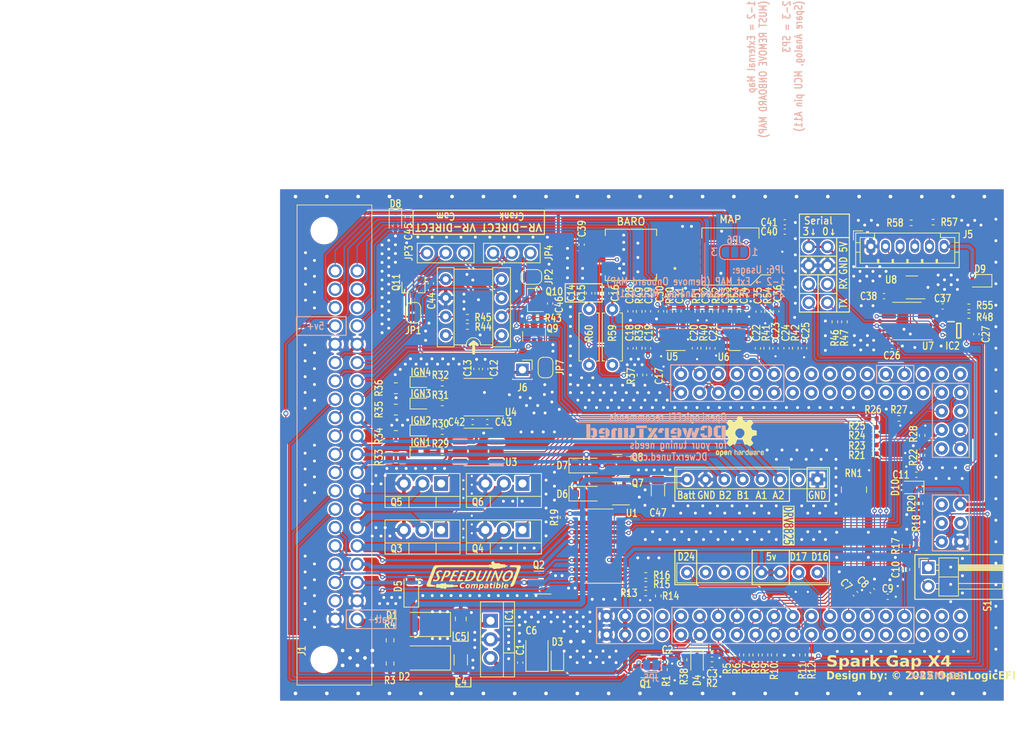
<source format=kicad_pcb>
(kicad_pcb (version 20241229) (generator "pcbnew") (generator_version "9.0")
  (title_block (date "2025-02-24"))
  (layers (0 "F.Cu" mixed "Front") (2 "B.Cu" mixed "Back") (13 "F.Paste" user) (15 "B.Paste" user) (5 "F.SilkS" user "F.Silkscreen") (7 "B.SilkS" user "B.Silkscreen") (1 "F.Mask" user) (3 "B.Mask" user) (25 "Edge.Cuts" user))
  (net 0 "")
  (net 1 "+BATT")
  (net 2 "GND")
  (net 3 "MC-D38")
  (net 4 "MC-D40")
  (net 5 "IGN1")
  (net 6 "IGN2")
  (net 7 "MC-D50")
  (net 8 "MC-D52")
  (net 9 "MC-D53")
  (net 10 "MC-D49")
  (net 11 "MC-D47")
  (net 12 "MC-D45")
  (net 13 "INJ1")
  (net 14 "INJ2")
  (net 15 "MC-D8")
  (net 16 "MC-D11")
  (net 17 "MC-D9")
  (net 18 "MC-D10")
  (net 19 "MC-D16")
  (net 20 "MC-D17")
  (net 21 "MC-D24")
  (net 22 "MC-A3")
  (net 23 "MC-A4")
  (net 24 "IAT")
  (net 25 "O2")
  (net 26 "MC-A0")
  (net 27 "MC-A8")
  (net 28 "CLT")
  (net 29 "MC-A1")
  (net 30 "MC-A9")
  (net 31 "TPS")
  (net 32 "MC-A2")
  (net 33 "MC-A10")
  (net 34 "VVT")
  (net 35 "IDLE1")
  (net 36 "VR1-")
  (net 37 "Crank-In")
  (net 38 "Cam-In")
  (net 39 "Tach")
  (net 40 "Clutch")
  (net 41 "MC-D7")
  (net 42 "MC-D6")
  (net 43 "MC-D5")
  (net 44 "MC-D4")
  (net 45 "MC-RESET")
  (net 46 "MC-D20")
  (net 47 "MC-D41")
  (net 48 "MC-D39")
  (net 49 "BaroIn")
  (net 50 "MC-A5")
  (net 51 "MC-D21")
  (net 52 "MC-D42")
  (net 53 "MC-D44")
  (net 54 "MC-D46")
  (net 55 "MC-A15")
  (net 56 "MC-A14")
  (net 57 "MC-D18")
  (net 58 "MC-D19")
  (net 59 "VR2+")
  (net 60 "VR1+")
  (net 65 "MC-D48")
  (net 66 "MC-D43")
  (net 67 "MC-D37")
  (net 68 "MC-D36")
  (net 69 "MC-D35")
  (net 70 "MC-D34")
  (net 71 "MC-D33")
  (net 72 "MC-D32")
  (net 73 "MC-D31")
  (net 74 "MC-D30")
  (net 75 "MC-D29")
  (net 76 "MC-D28")
  (net 77 "MC-D27")
  (net 78 "MC-D26")
  (net 79 "MC-D25")
  (net 80 "MC-D23")
  (net 81 "MC-A13")
  (net 82 "MC-A12")
  (net 83 "MC-A11")
  (net 84 "MC-A7")
  (net 85 "MC-A6")
  (net 86 "MC-D12")
  (net 87 "MC-D13")
  (net 88 "Flex")
  (net 89 "D+")
  (net 90 "D-")
  (net 91 "CH340-TX0")
  (net 92 "MC-RX0")
  (net 93 "VBus")
  (net 94 "INJ3")
  (net 95 "INJ4")
  (net 96 "IGN3")
  (net 97 "IGN4")
  (net 98 "MapIn")
  (net 99 "ADC1")
  (net 100 "S0-TX-Proto")
  (net 101 "Net-(IGN1-A)")
  (net 102 "Net-(IGN2-A)")
  (net 103 "Net-(IGN3-A)")
  (net 104 "Net-(IGN4-A)")
  (net 105 "Net-(J5-Pin_4)")
  (net 106 "Net-(J5-Pin_5)")
  (net 107 "VR2-")
  (net 108 "Net-(Q2-G)")
  (net 109 "IDLE2")
  (net 110 "Fuel-Pump")
  (net 111 "Fan")
  (net 112 "BOOST")
  (net 113 "Net-(Q3-G)")
  (net 114 "Net-(Q4-G)")
  (net 115 "MC-D15-RX3")
  (net 116 "MC-D14-TX3")
  (net 117 "MC-TX0")
  (net 118 "ADC2")
  (net 119 "VSS")
  (net 120 "Net-(S1-Pin_2)")
  (net 121 "Net-(Q7-G)")
  (net 122 "Step-A2")
  (net 123 "Step-A1")
  (net 124 "+5V")
  (net 125 "ADC3")
  (net 126 "MC-D51")
  (net 127 "/MCU and Power/Batt_Protected")
  (net 128 "Net-(C21-Pad1)")
  (net 129 "Net-(U7-V3)")
  (net 130 "Net-(U7-~{RTS})")
  (net 131 "Map-Ext")
  (net 132 "MC-D22")
  (net 133 "MC-D3")
  (net 134 "Cam2")
  (net 135 "Net-(IC2-S)")
  (net 136 "D12-OUT")
  (net 137 "D13-OUT")
  (net 147 "Net-(J3-Pin_4)")
  (net 148 "Net-(J4-Pin_4)")
  (net 149 "Net-(JP1-A)")
  (net 150 "Net-(JP2-A)")
  (net 151 "Net-(Q5-G)")
  (net 152 "Net-(Q6-G)")
  (net 153 "Net-(Q8-G)")
  (net 154 "Net-(U3-IN_A)")
  (net 155 "Net-(U3-OUT_A)")
  (net 156 "Net-(U3-IN_B)")
  (net 157 "Net-(U4-IN_A)")
  (net 158 "Net-(U3-OUT_B)")
  (net 159 "Net-(U4-IN_B)")
  (net 160 "Net-(U4-OUT_A)")
  (net 161 "Net-(U4-OUT_B)")
  (net 175 "MC-D2")
  (net 176 "+VSW")
  (footprint "Capacitor_SMD:C_0402_1005Metric" (layer "F.Cu") (at 136.294254 87.23526 90)
    (property "Reference" "C12")
    (property "Value" "100nF")
  )
  (footprint "Capacitor_SMD:C_0402_1005Metric" (layer "F.Cu") (at 135.094254 87.22988 90)
    (property "Reference" "C13")
    (property "Value" "1uF")
  )
  (footprint "Resistor_SMD:R_0805_2012Metric" (layer "F.Cu") (at 124.100841 92.784546)
    (property "Reference" "R35")
    (property "Value" "22")
  )
  (footprint "Resistor_SMD:R_0805_2012Metric" (layer "F.Cu") (at 124.100841 89.86788)
    (property "Reference" "R36")
    (property "Value" "22")
  )
  (footprint "Package_SO:SOIC-8_3.9x4.9mm_P1.27mm" (layer "F.Cu") (at 135.339941 91.07988 180)
    (property "Reference" "U4")
    (property "Value" "TC4424")
  )
  (footprint "Detonation:DVR8825-Labeled-Front" (layer "F.Cu") (at 181.602489 102.3112 -90)
    (property "Reference" "A1" (hide yes))
    (property "Value" "DRV8825_Module")
  )
  (footprint "Capacitor_SMD:C_0402_1005Metric" (layer "F.Cu") (at 141.066141 127.30028 90)
    (property "Reference" "C1")
    (property "Value" "100nF")
  )
  (footprint "Capacitor_SMD:C_1206_3216Metric" (layer "F.Cu") (at 132.963541 126.91928 -90)
    (property "Reference" "C4")
    (property "Value" "10uF")
  )
  (footprint "Capacitor_SMD:C_0402_1005Metric" (layer "F.Cu") (at 167.300141 84.4206 -90)
    (property "Reference" "C21")
    (property "Value" "100nF")
  )
  (footprint "Capacitor_SMD:C_0402_1005Metric" (layer "F.Cu") (at 164.900141 84.40728 90)
    (property "Reference" "C20")
    (property "Value" "220nF")
  )
  (footprint "Capacitor_SMD:C_0402_1005Metric" (layer "F.Cu") (at 167.228141 126.15728)
    (property "Reference" "C3")
    (property "Value" "220nF")
  )
  (footprint "Capacitor_SMD:C_0402_1005Metric" (layer "F.Cu") (at 189.100141 117.50728 -45)
    (property "Reference" "C8")
    (property "Value" "10nF")
  )
  (footprint "Capacitor_SMD:C_0402_1005Metric" (layer "F.Cu") (at 186.800141 117.90728 135)
    (property "Reference" "C7")
    (property "Value" "100nF")
  )
  (footprint "Capacitor_SMD:C_0402_1005Metric" (layer "F.Cu") (at 156.113066 79.36888 -90)
    (property "Reference" "C28")
    (property "Value" "100nF")
  )
  (footprint "Capacitor_SMD:C_0402_1005Metric" (layer "F.Cu") (at 171.500141 79.36888 -90)
    (property "Reference" "C34")
    (property "Value" "100nF")
  )
  (footprint "Capacitor_SMD:C_0402_1005Metric" (layer "F.Cu") (at 158.500141 79.36888 90)
    (property "Reference" "C29")
    (property "Value" "220nF")
  )
  (footprint "Capacitor_SMD:C_0402_1005Metric" (layer "F.Cu") (at 169.109141 79.36888 90)
    (property "Reference" "C33")
    (property "Value" "220nF")
  )
  (footprint "Capacitor_SMD:C_0402_1005Metric" (layer "F.Cu") (at 156.113066 84.4206 -90)
    (property "Reference" "C18")
    (property "Value" "100nF")
  )
  (footprint "Capacitor_SMD:C_0402_1005Metric" (layer "F.Cu") (at 158.500141 84.4206 90)
    (property "Reference" "C19")
    (property "Value" "220nF")
  )
  (footprint "Capacitor_SMD:C_0402_1005Metric" (layer "F.Cu") (at 160.281641 79.36888 -90)
    (property "Reference" "C30")
    (property "Value" "100nF")
  )
  (footprint "Capacitor_SMD:C_0402_1005Metric" (layer "F.Cu") (at 162.662641 79.36888 90)
    (property "Reference" "C31")
    (property "Value" "220nF")
  )
  (footprint "Resistor_SMD:R_0603_1608Metric" (layer "F.Cu") (at 123.311541 127.42728 90)
    (property "Reference" "R3")
    (property "Value" "1k")
  )
  (footprint "Resistor_SMD:R_0603_1608Metric" (layer "F.Cu") (at 123.311541 124.25228 90)
    (property "Reference" "R4")
    (property "Value" "3.9k")
  )
  (footprint "Resistor_SMD:R_0402_1005Metric" (layer "F.Cu") (at 166.100141 84.40728 90)
    (property "Reference" "R40")
    (property "Value" "470r")
  )
  (footprint "Resistor_SMD:R_0402_1005Metric" (layer "F.Cu") (at 167.700141 79.38888 -90)
    (property "Reference" "R52")
    (property "Value" "470r")
  )
  (footprint "Resistor_SMD:R_0402_1005Metric" (layer "F.Cu") (at 167.228141 127.55428 180)
    (property "Reference" "R2")
    (property "Value" "2.2k")
  )
  (footprint "Resistor_SMD:R_0402_1005Metric" (layer "F.Cu") (at 157.300141 79.38888 90)
    (property "Reference" "R49")
    (property "Value" "470r")
  )
  (footprint "Resistor_SMD:R_0402_1005Metric" (layer "F.Cu") (at 170.300141 79.38888 90)
    (property "Reference" "R53")
    (property "Value" "470r")
  )
  (footprint "Resistor_SMD:R_0402_1005Metric" (layer "F.Cu") (at 195.600141 105.58728 -90)
    (property "Reference" "R20")
    (property "Value" "1k")
  )
  (footprint "Resistor_THT:R_Axial_DIN0207_L6.3mm_D2.5mm_P7.62mm_Horizontal" (layer "F.Cu") (at 153.639141 79.06568 -90)
    (property "Reference" "R59")
    (property "Value" "2.49k")
  )
  (footprint "Resistor_SMD:R_0402_1005Metric" (layer "F.Cu") (at 157.300141 84.4006 90)
    (property "Reference" "R39")
    (property "Value" "470r")
  )
  (footprint "Resistor_SMD:R_0402_1005Metric" (layer "F.Cu") (at 161.462641 79.38888 90)
    (property "Reference" "R50")
    (property "Value" "470r")
  )
  (footprint "Capacitor_SMD:C_0402_1005Metric" (layer "F.Cu") (at 166.500141 79.38888 -90)
    (property "Reference" "C32")
    (property "Value" "47pF")
  )
  (footprint "Package_SO:SOIC-16_3.9x9.9mm_P1.27mm" (layer "F.Cu") (at 151.800141 111.40728 180)
    (property "Reference" "U1")
    (property "Value" "ULN2003ADR")
  )
  (footprint "Detonation:TO-220-3_Vertical_SmallCrtYrd" (layer "F.Cu") (at 137.019041 121.58528 -90)
    (property "Reference" "IC1")
    (property "Value" "7805")
  )
  (footprint "Resistor_SMD:R_0402_1005Metric" (layer "F.Cu") (at 157.406582 88.05528 -90)
    (property "Reference" "R37")
    (property "Value" "51k")
  )
  (footprint "Detonation:1X4-PROTO-NoSilk" (layer "F.Cu") (at 182.972241 70.581423)
    (property "Reference" "J4" (hide yes))
    (property "Value" "Conn_01x04")
  )
  (footprint "Detonation:Socket_VRConditioner_Corrected" (layer "F.Cu") (at 138.526141 82.62168 180)
    (property "Reference" "J2" (hide yes))
    (property "Value" "VR_Header")
  )
  (footprint "Jumper:SolderJumper-2_P1.3mm_Open_RoundedPad1.0x1.5mm" (layer "F.Cu") (at 142.5956 74.677933)
    (property "Reference" "JP2")
    (property "Value" "FET Bypass" (hide yes))
  )
  (footprint "Jumper:SolderJumper-2_P1.3mm_Open_RoundedPad1.0x1.5mm" (layer "F.Cu") (at 126.501581 79.560982 -90)
    (property "Reference" "JP1")
    (property "Value" "FET Bypass" (hide yes))
  )
  (footprint "Resistor_SMD:R_0402_1005Metric" (layer "F.Cu") (at 133.856 81.4436 180)
    (property "Reference" "R44")
    (property "Value" "1k")
  )
  (footprint "Resistor_SMD:R_0402_1005Metric" (layer "F.Cu") (at 133.856 80.1736 180)
    (property "Reference" "R45")
    (property "Value" "1k")
  )
  (footprint "Resistor_SMD:R_0402_1005Metric" (layer "F.Cu") (at 165.300141 79.38888 90)
    (property "Reference" "R51")
    (property "Value" "51k")
  )
  (footprint "Package_TO_SOT_SMD:SOT-23" (layer "F.Cu") (at 142.8242 77.8309 180)
    (property "Reference" "Q10")
    (property "Value" "AO3400A" (hide yes))
  )
  (footprint "Package_TO_SOT_SMD:SOT-23" (layer "F.Cu") (at 126.508944 76.084639 -90)
    (property "Reference" "Q11")
    (property "Value" "AO3400A")
  )
  (footprint "Diode_SMD:D_SMA" (layer "F.Cu") (at 128.050141 126.66528 180)
    (property "Reference" "D2")
    (property "Value" "SS34")
  )
  (footprint "Resistor_SMD:R_0603_1608Metric" (layer "F.Cu") (at 193.700141 111.38228 90)
    (property "Reference" "R17")
    (property "Value" "120r")
  )
  (footprint "Package_SO:SOIC-8_3.9x4.9mm_P1.27mm" (layer "F.Cu") (at 135.339941 97.87988 180)
    (property "Reference" "U3")
    (property "Value" "TC4424")
  )
  (footprint "Resistor_SMD:R_0402_1005Metric" (layer "F.Cu") (at 189.200141 96.40728 180)
    (property "Reference" "R24")
    (property "Value" "1k")
  )
  (footprint "Jumper:SolderJumper-2_P1.3mm_Bridged_RoundedPad1.0x1.5mm" (layer "F.Cu") (at 144.520541 87.04128 90)
    (property "Reference" "JP7")
    (property "Value" "Conn_01x02")
  )
  (footprint "Capacitor_SMD:C_0402_1005Metric" (layer "F.Cu") (at 173.500141 84.4206 90)
    (property "Reference" "C22")
    (property "Value" "220nF")
  )
  (footprint "LED_SMD:LED_0603_1608Metric" (layer "F.Cu") (at 127.527941 98.59108)
    (property "Reference" "IGN1")
    (property "Value" "LED")
  )
  (footprint "Capacitor_SMD:C_0402_1005Metric" (layer "F.Cu") (at 191.200141 118.30728)
    (property "Reference" "C9")
    (property "Value" "10nF")
  )
  (footprint "Package_TO_SOT_SMD:SOT-23" (layer "F.Cu") (at 154.300141 100.45728 180)
    (property "Reference" "Q8")
    (property "Value" "AO3400A")
  )
  (footprint "Capacitor_SMD:C_0402_1005Metric" (layer "F.Cu") (at 177.162141 67.22928 180)
    (property "Reference" "C41")
    (property "Value" "1uF")
  )
  (footprint "Package_TO_SOT_SMD:SOT-23" (layer "F.Cu") (at 154.300141 104.21856 180)
    (property "Reference" "Q7")
    (property "Value" "AO3400A")
  )
  (footprint "Diode_SMD:D_SOD-323" (layer "F.Cu") (at 124.048141 66.97528 -90)
    (property "Reference" "D8")
    (property "Value" "5.6v")
  )
  (footprint "Detonation:TestPoint_THT_D0.6mm_Drill0.3mm" (layer "F.Cu") (at 198.700141 82.60728 90)
    (property "Reference" "TP2" (hide yes))
    (property "Value" "TestPoint")
  )
  (footprint "Resistor_SMD:R_0402_1005Metric" (layer "F.Cu") (at 146.899841 107.49306 90)
    (property "Reference" "R19")
    (property "Value" "10k")
  )
  (footprint "Resistor_SMD:R_0402_1005Metric" (layer "F.Cu") (at 202.280141 79.96814 180)
    (property "Reference" "R48")
    (property "Value" "10k")
  )
  (footprint "Connector_PinHeader_2.54mm:PinHeader_1x02_P2.54mm_Horizontal" (layer "F.Cu") (at 196.7484 114.3458)
    (property "Reference" "S1")
    (property "Value" "Reset Control")
  )
  (footprint "Detonation:TestPoint_THT_D0.6mm_Drill0.3mm" (layer "F.Cu") (at 201.951482 83.80728 90)
    (property "Reference" "TP1" (hide yes))
    (property "Value" "TestPoint")
  )
  (footprint "Resistor_SMD:R_0805_2012Metric" (layer "F.Cu") (at 124.100841 96.388212)
    (property "Reference" "R34")
    (property "Value" "22")
  )
  (footprint "Resistor_THT:R_Axial_DIN0207_L6.3mm_D2.5mm_P7.62mm_Horizontal" (layer "F.Cu") (at 150.459041 86.68568 90)
    (property "Reference" "R60")
    (property "Value" "2.49k")
  )
  (footprint "Diode_SMD:D_SOD-123F" (layer "F.Cu") (at 149.937641 100.41856)
    (property "Reference" "D7")
    (property "Value" "DSK210")
  )
  (footprint "Diode_SMD:D_SOD-323" (layer "F.Cu") (at 194.533141 103.39888 180)
    (property "Reference" "D10")
    (property "Value" "5.6v")
  )
  (footprint "Resistor_SMD:R_0402_1005Metric" (layer "F.Cu") (at 160.750141 128.25728 90)
    (property "Reference" "R1")
    (property "Value" "1k")
  )
  (footprint "Diode_SMD:D_SMA" (layer "F.Cu") (at 128.050141 122.09328 180)
    (property "Reference" "D1")
    (property "Value" "SMAJ18CA")
  )
  (footprint "Capacitor_SMD:C_0402_1005Metric" (layer "F.Cu") (at 152.800941 76.90928 90)
    (property "Reference" "C16")
    (property "Value" "1uF")
  )
  (footprint "LED_SMD:LED_0603_1608Metric" (layer "F.Cu") (at 127.527941 91.95608)
    (property "Reference" "IGN3")
    (property "Value" "LED")
  )
  (footprint "Resistor_SMD:R_0402_1005Metric" (layer "F.Cu") (at 169.2972 126.250857 90)
    (property "Reference" "R5")
    (property "Value" "100k")
  )
  (footprint "Capacitor_SMD:C_1206_3216Metric" (layer "F.Cu") (at 159.862141 103.854279 -90)
    (property "Reference" "C47")
    (property "Value" "10uF")
  )
  (footprint "Resistor_SMD:R_0402_1005Metric" (layer "F.Cu") (at 189.200141 95.20728 180)
    (property "Reference" "R25")
    (property "Value" "1k")
  )
  (footprint "Detonation:KP234-Handsoldering" (layer "F.Cu") (at 156.179141 71.67428 180)
    (property "Reference" "IC3" (hide yes))
    (property "Value" "KP234XTMA1")
  )
  (footprint "Resistor_SMD:R_0402_1005Metric" (layer "F.Cu") (at 171.931881 126.250857 90)
    (property "Reference" "R7")
    (property "Value" "100k")
  )
  (footprint "Resistor_SMD:R_0402_1005Metric" (layer "F.Cu") (at 130.436084 89.17488 180)
    (property "Reference" "R32")
    (property "Value" "470r")
  )
  (footprint "Package_TO_SOT_SMD:SOT-23-6" (layer "F.Cu") (at 194.500141 76.10728 180)
    (property "Reference" "U8")
    (property "Value" "SRV05-4")
  )
  (footprint "Capacitor_SMD:C_0402_1005Metric" (layer "F.Cu") (at 177.162141 68.49928 180)
    (property "Reference" "C40")
    (property "Value" "100nF")
  )
  (footprint "Resistor_SMD:R_0402_1005Metric" (layer "F.Cu") (at 194.400141 67.30728 180)
    (property "Reference" "R58")
    (property "Value" "5.1k")
  )
  (footprint "Resistor_SMD:R_0402_1005Metric" (layer "F.Cu") (at 175.726386 126.250857 90)
    (property "Reference" "R10")
    (property "Value" "100k")
  )
  (footprint "Capacitor_SMD:C_0402_1005Metric" (layer "F.Cu") (at 179.800141 84.40728 -90)
    (property "Reference" "C25")
    (property "Value" "100nF")
  )
  (footprint "Diode_SMD:D_SOD-123F" (layer "F.Cu") (at 126.207141 117.52128 90)
    (property "Reference" "D5")
    (property "Value" "DSK210")
  )
  (footprint "Package_TO_SOT_THT:TO-220-3_Vertical" (layer "F.Cu") (at 130.280141 109.20728 180)
    (property "Reference" "Q3")
    (property "Value" "STP75N04Z")
  )
  (footprint "LED_SMD:LED_0603_1608Metric" (layer "F.Cu") (at 127.527941 95.62748)
    (property "Reference" "IGN2")
    (property "Value" "LED")
  )
  (footprint "Detonation:MX23A40NF1" (layer "F.Cu") (at 118.824 121.36988 -90)
    (property "Reference" "J1")
    (property "Value" "MX23A40NF1" (hide yes))
  )
  (footprint "Capacitor_SMD:C_0402_1005Metric" (layer "F.Cu") (at 145.155541 78.30368 90)
    (property "Reference" "C46")
    (property "Value" "100nF")
  )
  (footprint "Resistor_SMD:R_0402_1005Metric" (layer "F.Cu") (at 197.400141 67.20728)
    (property "Reference" "R57")
    (property "Value" "5.1k")
  )
  (footprint "Resistor_SMD:R_0402_1005Metric" (layer "F.Cu") (at 163.418141 126.91928 -90)
    (property "Reference" "R38")
    (property "Value" "470r")
  )
  (footprint "Resistor_SMD:R_0402_1005Metric" (layer "F.Cu") (at 173.196716 126.250857 90)
    (property "Reference" "R8")
    (property "Value" "100k")
  )
  (footprint "Resistor_SMD:R_0402_1005Metric" (layer "F.Cu") (at 174.800141 79.38888 90)
    (property "Reference" "R54")
    (property "Value" "470r")
  )
  (footprint "Package_TO_SOT_SMD:SOT-23-6" (layer "F.Cu") (at 161.800141 83.15728 180)
    (property "Reference" "U5")
    (property "Value" "SRV05-4")
  )
  (footprint "Detonation:TestPoint_THT_D0.6mm_Drill0.3mm" (layer "F.Cu") (at 189.700141 81.329621 90)
    (property "Reference" "TP3" (hide yes))
    (property "Value" "TestPoint")
  )
  (footprint "Capacitor_SMD:C_0402_1005Metric" (layer "F.Cu") (at 161.150141 126.65728 180)
    (property "Reference" "C2")
    (property "Value" "10nF")
  )
  (footprint "Capacitor_SMD:C_0603_1608Metric" (layer "F.Cu") (at 193.700141 114.60728 -90)
    (property "Reference" "C10")
    (property "Value" "10uF")
  )
  (footprint "Resistor_SMD:R_0402_1005Metric" (layer "F.Cu") (at 179.578 126.250857 -90)
    (property "Reference" "R11")
    (property "Value" "1k")
  )
  (footprint "Diode_SMD:D_SOD-323" (layer "F.Cu") (at 203.804141 75.20728 180)
    (property "Reference" "D9")
    (property "Value" "1N5819WS")
  )
  (footprint "Resistor_SMD:R_0402_1005Metric" (layer "F.Cu") (at 158.200141 115.40728 180)
    (property "Reference" "R16")
    (property "Value" "470r")
  )
  (footprint "Resistor_SMD:R_0402_1005Metric" (layer "F.Cu") (at 184.000141 80.80728 -90)
    (property "Reference" "R46")
    (property "Value" "2k")
  )
  (footprint "Package_SO:SOIC-8_3.9x4.9mm_P1.27mm" (layer "F.Cu") (at 193.825141 80.70228 180)
    (property "Reference" "U7")
    (property "Value" "CH340N")
  )
  (footprint "Package_TO_SOT_SMD:SOT-23" (layer "F.Cu") (at 143.606141 116.37828 180)
    (property "Reference" "Q2")
    (property "Value" "AO3400A")
  )
  (footprint "Resistor_SMD:R_0402_1005Metric" (layer "F.Cu") (at 189.200141 93.98)
    (property "Reference" "R26")
    (property "Value" "100k")
  )
  (footprint "Resistor_SMD:R_0402_1005Metric" (layer "F.Cu") (at 195.900141 96.30728 -90)
    (property "Reference" "R28")
    (property "Value" "100k")
  )
  (footprint "Package_TO_SOT_THT:TO-220-3_Vertical" (layer "F.Cu") (at 141.38212 109.200061 180)
    (property "Reference" "Q4")
    (property "Value" "STP75N04Z")
  )
  (footprint "Capacitor_SMD:C_0402_1005Metric" (layer "F.Cu") (at 149.448141 70.27728 -90)
    (property "Reference" "C39")
    (property "Value" "100nF")
  )
  (footprint "Resistor_SMD:R_0402_1005Metric" (layer "F.Cu") (at 195.100141 111.08228 -90)
    (property "Reference" "R18")
    (property "Value" "10k")
  )
  (footprint "Capacitor_SMD:C_0402_1005Metric" (layer "F.Cu") (at 128.874141 75.56048 -90)
    (property "Reference" "C44")
    (property "Value" "100nF")
  )
  (footprint "Connector_PinSocket_2.54mm:PinSocket_1x01_P2.54mm_Vertical" (layer "F.Cu") (at 141.370941 87.34608)
    (property "Reference" "J6")
    (property "Value" "Conn_01x01")
  )
  (footprint "Package_TO_SOT_SMD:SOT-23" (layer "F.Cu") (at 142.967141 82.77163 -90)
    (property "Reference" "Q9")
    (property "Value" "AO3400A")
  )
  (footprint "Package_TO_SOT_SMD:SOT-23" (layer "F.Cu") (at 158.162641 127.80728 180)
    (property "Reference" "Q1")
    (property "Value" "AO3400A")
  )
  (footprint "Capacitor_SMD:C_0402_1005Metric" (layer "F.Cu") (at 176.000141 79.36888 -90)
    (property "Reference" "C36")
    (property "Value" "100nF")
  )
  (footprint "LED_SMD:LED_0603_1608Metric" (layer "F.Cu") (at 127.527941 89.02248)
    (property "Reference" "IGN4")
    (property "Value" "LED")
  )
  (footprint "Package_TO_SOT_SMD:SOT-23-6" (layer "F.Cu") (at 170.300141 83.15728)
    (property "Reference" "U6")
    (property "Value" "SRV05-4")
  )
  (footprint "Resistor_SMD:R_Array_Concave_4x0603" (layer "F.Cu") (at 186.600141 103.70728 -90)
    (property "Reference" "RN1")
    (property "Value" "RN_1k")
  )
  (footprint "Capacitor_SMD:C_0402_1005Metric" (layer "F.Cu") (at 175.900141 84.4206 -90)
    (property "Reference" "C23")
    (property "Value" "100nF")
  )
  (footprint "Resistor_SMD:R_0402_1005Metric" (layer "F.Cu") (at 130.436084 95.77988 180)
    (property "Reference" "R30")
    (property "Value" "470r")
  )
  (footprint "Detonation:1x03-Proto" (layer "F.Cu") (at 128.354079 71.423159 90)
    (property "Reference" "JP3")
    (property "Value" "DIRECT/VR")
  )
  (footprint "Resistor_SMD:R_0402_1005Metric" (layer "F.Cu") (at 159.900141 118.20728 90)
    (property "Reference" "R14")
    (property "Value" "100k")
  )
  (footprint "Diode_SMD:D_SOD-323" (layer "F.Cu") (at 165.196141 127.30028 -90)
    (property "Reference" "D4")
    (property "Value" "5.6v")
  )
  (footprint "Capacitor_SMD:C_0402_1005Metric" (layer "F.Cu") (at 150.464141 76.90928 90)
    (property "Reference" "C14")
    (property "Value" "100nF")
  )
  (footprint "Detonation:SOP65P210X110-6N" (layer "F.Cu") (at 200.900141 82.00728)
    (property "Reference" "IC2")
    (property "Value" "74LVC1G157GW,125" (hide yes))
  )
  (footprint "Capacitor_SMD:C_0402_1005Metric" (layer "F.Cu") (at 134.582654 94.47988 180)
    (property "Reference" "C42")
    (property "Value" "1uF")
  )
  (footprint "Resistor_SMD:R_0402_1005Metric" (layer "F.Cu") (at 174.461551 126.250857 90)
    (property "Reference" "R9")
    (property "Value" "100k")
  )
  (footprint "Resistor_SMD:R_0402_1005Metric" (layer "F.Cu") (at 189.200141 98.80728 180)
    (property "Reference" "R21")
    (property "Value" "1k")
  )
  (footprint "Capacitor_SMD:C_0402_1005Metric" (layer "F.Cu") (at 203.300141 82.484939 90)
    (property "Reference" "C27")
    (property "Value" "100nF")
  )
  (footprint "Resistor_SMD:R_0402_1005Metric" (layer "F.Cu") (at 158.190141 117.80728 180)
    (property "Reference" "R13")
    (property "Value" "470r")
  )
  (footprint "Capacitor_SMD:C_0402_1005Metric" (layer "F.Cu") (at 191.780141 84.10588)
    (property "Reference" "C26")
    (property "Value" "100nF")
  )
  (footprint "Detonation:Arduino_Mega_Mini_2560_SmallCrtYd_NoVin" (layer "F.Cu") (at 175.514 105.714798)
    (property "Reference" "U2" (hide yes))
    (property "Value" "Mega_Pro_VinPinsUnpopulated")
  )
  (footprint "Resistor_SMD:R_0402_1005Metric" (layer "F.Cu") (at 178.600141 84.40728 90)
    (property "Reference" "R42")
    (property "Value" "470r")
  )
  (footprint "Capacitor_SMD:C_0402_1005Metric" (layer "F.Cu") (at 177.400141 84.40728 90)
    (property "Reference" "C24")
    (property "Value" "220nF")
  )
  (footprint "Package_TO_SOT_THT:TO-220-3_Vertical" (layer "F.Cu") (at 141.38212 102.86028 180)
    (property "Reference" "Q6")
    (property "Value" "STP75N04Z")
  )
  (footprint "Resistor_SMD:R_0402_1005Metric" (layer "F.Cu") (at 192.7352 93.98 180)
    (property "Reference" "R27")
    (property "Value" "100k")
  )
  (footprint "Detonation-Logos:SpeeduinoCompatible-14mm" (layer "F.Cu") (at 134.716141 115.36228)
    (property "Reference" "G1" (hide yes))
    (property "Value" "Logo_Open_Hardware_Small" (hide yes))
  )
  (footprint "Resistor_SMD:R_0402_1005Metric" (layer "F.Cu") (at 185.300141 80.80728 90)
    (property "Reference" "R47")
    (property "Value" "1k")
  )
  (footprint "Resistor_SMD:R_0402_1005Metric" (layer "F.Cu") (at 189.200141 97.60728 180)
    (property "Reference" "R23")
    (property "Value" "1k")
  )
  (footprint "Connector_JST:JST_PH_B6B-PH-K_1x06_P2.00mm_Vertical" (layer "F.Cu") (at 188.900141 70.50728)
    (property "Reference" "J5")
    (property "Value" "USB-S0")
  )
  (footprint "Diode_SMD:D_SOD-123F" (layer "F.Cu") (at 149.937641 104.25234)
    (property "Reference" "D6")
    (property "Value" "DSK210")
  )
  (footprint "Capacitor_SMD:C_0402_1005Metric" (layer "F.Cu") (at 173.600141 79.40728 90)
    (property "Reference" "C35")
    (property "Value" "220nF")
  )
  (footprint "Capacitor_Tantalum_SMD:CP_EIA-3528-15_AVX-H" (layer "F.Cu") (at 143.352141 126.03028 90)
    (property "Reference" "C6")
    (property "Value" "100uF")
  )
  (footprint "Resistor_SMD:R_0402_1005Metric" (layer "F.Cu") (at 174.700141 84.4206 90)
    (property "Reference" "R41")
    (property "Value" "470r")
  )
  (footprint "Capacitor_SMD:C_0805_2012Metric" (layer "F.Cu") (at 132.963541 121.33128 90)
    (property "Reference" "C5")
    (property "Value" "470nF")
  )
  (footprint "Resistor_SMD:R_0805_2012Metric" (layer "F.Cu") (at 124.100841 99.33488)
    (property "Reference" "R33")
    (property "Value" "22")
  )
  (footprint "Resistor_SMD:R_0402_1005Metric" (layer "F.Cu") (at 180.848 126.250857 90)
    (property "Reference" "R12")
    (property "Value" "2k")
  )
  (footprint "Capacitor_SMD:C_0402_1005Metric" (layer "F.Cu") (at 136.582654 94.47988)
    (property "Reference" "C43")
    (property "Value" "100nF")
  )
  (footprint "Capacitor_SMD:C_0402_1005Metric" (layer "F.Cu") (at 151.632541 76.90928 90)
    (property "Reference" "C15")
    (property "Value" "220nF")
  )
  (footprint "Resistor_SMD:R_0402_1005Metric" (layer "F.Cu") (at 195.8848 99.0092 -90)
    (property "Reference" "R22")
    (property "Value" "100k")
  )
  (footprint "Detonation:TestPoint_THT_D0.6mm_Drill0.3mm" (layer "F.Cu") (at 198.700141 81.27548 90)
    (property "Reference" "TP4" (hide yes))
    (property "Value" "TestPoint")
  )
  (footprint "Resistor_SMD:R_0402_1005Metric" (layer "F.Cu") (at 202.280141 78.76814)
    (property "Reference" "R55")
    (property "Value" "470r")
  )
  (footprint "Capacitor_SMD:C_0402_1005Metric" (layer "F.Cu") (at 190.700141 77.30728 180)
    (property "Reference" "C38")
    (property "Value" "100nF")
  )
  (footprint "Resistor_SMD:R_0402_1005Metric" (layer "F.Cu") (at 143.428341 80.23408 180)
    (property "Reference" "R43")
    (property "Value" "1k")
  )
  (footprint "Capacitor_SMD:C_0402_1005Metric" (layer "F.Cu") (at 125.749941 66.39108 -90)
    (property "Reference" "C45")
    (property "Value" "100nF")
  )
  (footprint "Resistor_SMD:R_0402_1005Metric" (layer "F.Cu") (at 130.436084 98.51488 180)
    (property "Reference" "R29")
    (property "Value" "470r")
  )
  (footprint "Detonation:1x03-Proto" (layer "F.Cu") (at 137.388482 71.423159 90)
    (property "Reference" "JP4")
    (property "Value" "DIRECT/VR")
  )
  (footprint "Detonation:MPXHxxx_Handsoldering" (layer "F.Cu") (at 169.743641 71.89466 180)
    (property "Reference" "IC4" (hide yes))
    (property "Value" "MPXHZ6400" (hide yes))
  )
  (footprint "Package_TO_SOT_THT:TO-220-3_Vertical" (layer "F.Cu") (at 130.280141 102.867499 180)
    (property "Reference" "Q5")
    (property "Value" "STP75N04Z")
  )
  (footprint "Detonation:1X4-PROTO-NoSilk" (layer "F.Cu") (at 180.432241 70.581423)
    (property "Reference" "J3" (hide yes))
    (property "Value" "Conn_01x04")
  )
  (footprint "Resistor_SMD:R_0402_1005Metric" (layer "F.Cu") (at 130.436084 91.87988 180)
    (property "Reference" "R31")
    (property "Value" "470r")
  )
  (footprint "Resistor_SMD:R_0402_1005Metric" (layer "F.Cu") (at 170.600141 126.238 90)
    (property "Reference" "R6")
    (property "Value" "100k")
  )
  (footprint "Detonation:TestPoint_THT_D0.6mm_Drill0.3mm" (layer "F.Cu") (at 189.700141 80.059621 90)
    (property "Reference" "TP5" (hide yes))
    (property "Value" "TestPoint")
  )
  (footprint "Capacitor_SMD:C_0402_1005Metric" (layer "F.Cu") (at 195.117341 101.67168 180)
    (property "Reference" "C11")
    (property "Value" "220nF")
  )
  (footprint "Capacitor_SMD:C_0402_1005Metric" (layer "F.Cu") (at 158.682041 88.05788 90)
    (property "Reference" "C17")
    (property "Value" "100nF")
  )
  (footprint "Capacitor_SMD:C_0402_1005Metric" (layer "F.Cu") (at 198.700141 78.70728)
    (property "Reference" "C37")
    (property "Value" "100nF")
  )
  (footprint "Symbol:OSHW-Logo2_7.3x6mm_SilkScreen" (layer "F.Cu") (at 171.038141 96.43928)
    (property "Reference" "G2" (hide yes))
    (property "Value" "Logo_Open_Hardware_Small" (hide yes))
  )
  (footprint "Resistor_SMD:R_0402_1005Metric" (layer "F.Cu") (at 158.200141 116.60728 180)
    (property "Reference" "R15")
    (property "Value" "470r")
  )
  (footprint "Diode_SMD:D_SOD-323" (layer "F.Cu") (at 146.146141 126.76428 90)
    (property "Reference" "D3")
    (property "Value" "5.6v")
  )
  (footprint "Detonation-Logos:DCWerx-19mm" (layer "B.Cu") (at 159.600141 95.70728 180)
    (property "Reference" "G***" (hide yes))
    (property "Value" "LOGO" (hide yes))
  )
  (footprint "Detonation:SolderJumper-3-OPEN" (layer "B.Cu") (at 170.326941 71.29328 180)
    (property "Reference" "JP6")
    (property "Value" "SolderJumper_3_Open")
  )
  (footprint "Jumper:SolderJumper-2_P1.3mm_Open_RoundedPad1.0x1.5mm" (layer "B.Cu") (at 158.950141 127.60728)
    (property "Reference" "JP5")
    (property "Value" "FET Bypass")
  )
  (gr_rect (start 194.914141 112.56828) (end 206.979141 118.66428) (stroke (width 0.154)) (fill no) (layer "F.SilkS"))
  (gr_line (start 179.166141 79.471423) (end 185.973341 79.471423) (stroke (width 0.153)) (layer "F.SilkS"))
  (gr_line (start 179.166141 71.851423) (end 179.166141 74.391423) (stroke (width 0.153)) (layer "F.SilkS"))
  (gr_line (start 132.303141 130.60228) (end 134.335141 130.60228) (stroke (width 0.154)) (layer "F.SilkS"))
  (gr_line (start 131.922141 123.10928) (end 131.922141 124.37928) (stroke (width 0.154)) (layer "F.SilkS"))
  (gr_line (start 184.246141 69.311423) (end 184.246141 71.851423) (stroke (width 0.153)) (layer "F.SilkS"))
  (gr_line (start 179.166141 74.391423) (end 184.246141 74.391423) (stroke (width 0.153)) (layer "F.SilkS"))
  (gr_line (start 185.973341 66.111023) (end 185.973341 79.471423) (stroke (width 0.153)) (layer "F.SilkS"))
  (gr_line (start 181.706141 74.3966) (end 181.706141 79.4512) (stroke (width 0.153)) (layer "F.SilkS"))
  (gr_line (start 131.922141 124.37928) (end 133.954141 124.37928) (stroke (width 0.154)) (layer "F.SilkS"))
  (gr_line (start 179.166141 69.311423) (end 185.973341 69.311423) (stroke (width 0.153)) (layer "F.SilkS"))
  (gr_line (start 184.246141 76.931423) (end 184.246141 79.471423) (stroke (width 0.153)) (layer "F.SilkS"))
  (gr_line (start 133.954141 124.37928) (end 133.954141 123.10928) (stroke (width 0.154)) (layer "F.SilkS"))
  (gr_line (start 179.166141 69.311423) (end 179.166141 71.851423) (stroke (width 0.153)) (layer "F.SilkS"))
  (gr_line (start 184.246141 71.851423) (end 184.246141 74.391423) (stroke (width 0.153)) (layer "F.SilkS"))
  (gr_line (start 179.166141 71.851423) (end 184.246141 71.851423) (stroke (width 0.153)) (layer "F.SilkS"))
  (gr_rect (start 147.212941 75.61128) (end 152.242141 78.10048) (stroke (width 0.154)) (fill no) (layer "F.SilkS"))
  (gr_rect (start 126.461141 65.57828) (end 144.368141 68.88028) (stroke (width 0.154)) (fill no) (layer "F.SilkS"))
  (gr_line (start 179.166141 76.931423) (end 184.246141 76.931423) (stroke (width 0.153)) (layer "F.SilkS"))
  (gr_line (start 179.166141 69.311423) (end 179.166141 66.111023) (stroke (width 0.153)) (layer "F.SilkS"))
  (gr_line (start 179.166141 66.111023) (end 185.973341 66.111023) (stroke (width 0.153)) (layer "F.SilkS"))
  (gr_line (start 134.335141 130.60228) (end 134.335141 129.33228) (stroke (width 0.154)) (layer "F.SilkS"))
  (gr_line (start 179.166141 74.391423) (end 179.166141 76.931423) (stroke (width 0.153)) (layer "F.SilkS"))
  (gr_line (start 132.303141 129.33228) (end 132.303141 130.60228) (stroke (width 0.154)) (layer "F.SilkS"))
  (gr_line (start 184.246141 74.391423) (end 184.246141 76.931423) (stroke (width 0.153)) (layer "F.SilkS"))
  (gr_line (start 179.166141 76.931423) (end 179.166141 79.471423) (stroke (width 0.153)) (layer "F.SilkS"))
  (gr_rect (start 151.480141 119.773857) (end 159.227141 124.701457) (stroke (width 0.16)) (fill no) (layer "B.SilkS"))
  (gr_rect (start 117.342541 120.11208) (end 124.098941 122.65208) (stroke (width 0.154)) (fill no) (layer "B.SilkS"))
  (gr_poly (pts (xy 110.56074 82.647079) (xy 110.56074 80.10708) (xy 117.317141 80.10708) (xy 117.317142 82.647079)) (stroke (width 0.154)) (fill no) (layer "B.SilkS"))
  (gr_rect (start 161.767141 119.75648) (end 194.787141 124.68408) (stroke (width 0.16)) (fill no) (layer "B.SilkS"))
  (gr_rect (start 197.301741 104.432257) (end 202.330941 112.052257) (stroke (width 0.16)) (fill no) (layer "B.SilkS"))
  (gr_rect (start 161.589341 86.68568) (end 177.032541 91.66408) (stroke (width 0.16)) (fill no) (layer "B.SilkS"))
  (gr_rect (start 197.301741 89.192257) (end 202.330941 99.301457) (stroke (width 0.16)) (fill no) (layer "B.SilkS"))
  (gr_rect (start 189.681741 86.753857) (end 194.761741 89.192257) (stroke (width 0.16)) (fill no) (layer "B.SilkS"))
  (gr_line (start 207.055121 132.50728) (end 108.300141 132.50728) (stroke (width 0.0381)) (layer "Edge.Cuts"))
  (gr_line (start 207.055141 62.7073) (end 207.055121 132.50728) (stroke (width 0.0381)) (layer "Edge.Cuts"))
  (gr_line (start 108.300141 62.70728) (end 207.055141 62.7073) (stroke (width 0.0381)) (layer "Edge.Cuts"))
  (gr_line (start 108.300141 132.50728) (end 108.300141 62.70728) (stroke (width 0.0381)) (layer "Edge.Cuts"))
  (gr_text "Cam" (at 130.87908 66.40728 180) (layer "F.SilkS") (effects (font (size 1 0.8) (thickness 0.16))))
  (gr_text "↑" (at 134.716141 84.173959 0) (layer "F.SilkS") (effects (font (size 2 2.54) (thickness 0.4))))
  (gr_text "VR-DIRECT" (at 130.87908 67.90728 180) (layer "F.SilkS") (effects (font (size 1 1) (thickness 0.2))))
  (gr_text "GND" (at 185.169341 73.152 90) (layer "F.SilkS") (effects (font (size 1 0.8) (thickness 0.16))))
  (gr_text "TX  RX\n" (at 185.169341 76.901842 90) (layer "F.SilkS") (effects (font (size 1 0.8) (thickness 0.16))))
  (gr_text "Crank" (at 139.913483 66.40728 180) (layer "F.SilkS") (effects (font (size 1 0.8) (thickness 0.16))))
  (gr_text "VR-DIRECT" (at 139.913483 67.90728 180) (layer "F.SilkS") (effects (font (size 1 1) (thickness 0.2))))
  (gr_text "5V" (at 185.169341 71.4248 90) (layer "F.SilkS") (effects (font (size 1 0.8) (thickness 0.16)) (justify left)))
  (gr_text "3↓ 0↓" (at 181.930841 68.4784 0) (layer "F.SilkS") (effects (font (size 1 0.9) (thickness 0.16))))
  (gr_text "Serial" (at 181.753041 67.00728 0) (layer "F.SilkS") (effects (font (size 1 0.9) (thickness 0.16))))
  (gr_text "Design by: © 2025 OpenLogicEFI" (at 182.823741 129.76408 0) (layer "F.SilkS") (effects (font (size 1.1 1) (thickness 0.154) (bold yes)) (justify left bottom)))
  (gr_text "Spark Gap X4" (at 182.823741 128.08768 0) (layer "F.SilkS") (effects (font (size 1.5 1.6) (thickness 0.16) (bold yes)) (justify left bottom)))
  (gr_text "for your tuning needs\nDCwerxTuned.com" (at 155.900141 98.40728 0) (layer "B.SilkS") (effects (font (size 1 0.8) (thickness 0.16)) (justify right mirror)))
  (gr_text "Batt+" (at 120.187341 121.38208 0) (layer "B.SilkS") (effects (font (size 1 0.8) (thickness 0.16)) (justify right mirror)))
  (gr_text "5v+" (at 111.856141 81.377079 0) (layer "B.SilkS") (effects (font (size 1 0.8) (thickness 0.16)) (justify right mirror)))
  (gr_text "1-2 = External Map\n(MUST REMOVE ONBOARD MAP)\n\n2-3 = SP3 \n(Spare Analog, MCU pin A11)" (at 179.623341 36.90168 90) (layer "B.SilkS") (effects (font (size 1 0.8) (thickness 0.16) (bold yes)) (justify left bottom mirror)))
  (gr_text "JP6: Usage: \n1-2 → Ext MAP (Remove Onboard MAP)\n2-3 → SP3 (Spare Analog, MCU A11)\n" (at 177.300141 77.50728 0) (layer "B.SilkS") (effects (font (size 1 0.8) (thickness 0.16) (bold yes)) (justify left bottom mirror)))
  (gr_text "OpenLogicEFI recommends " (at 160.900141 93.80728 0) (layer "B.SilkS") (effects (font (size 1 0.8) (thickness 0.16)) (justify mirror)))
  (gr_text "SG-MX4-C" (at 197.758941 129.15448 0) (layer "B.SilkS") (effects (font (size 1 1) (thickness 0.16)) (justify mirror)))
  (segment (start 126.104291 122.40603) (end 126.104291 126.847746) (width 1) (layer "F.Cu") (net 1))
  (segment (start 126.207141 118.92128) (end 126.207141 121.40728) (width 0.4064) (layer "F.Cu") (net 1))
  (segment (start 149.325141 106.96228) (end 147.8467 106.96228) (width 0.4064) (layer "F.Cu") (net 1))
  (segment (start 118.8614 121.80728) (end 123.286141 121.80728) (width 1) (layer "F.Cu") (net 1))
  (segment (start 163.822489 102.3112) (end 159.930219 102.3112) (width 0.508) (layer "F.Cu") (net 1))
  (segment (start 126.205891 123.31828) (end 126.715141 123.31828) (width 0.762) (layer "F.Cu") (net 1))
  (segment (start 146.899841 106.98306) (end 147.82592 106.98306) (width 0.3048) (layer "F.Cu") (net 1))
  (segment (start 148.563161 104.08638) (end 148.563161 100.53452) (width 0.5) (layer "F.Cu") (net 1))
  (segment (start 123.311541 121.83268) (end 123.286141 121.80728) (width 0.2032) (layer "F.Cu") (net 1))
  (segment (start 123.286141 121.80728) (end 125.505541 121.80728) (width 1) (layer "F.Cu") (net 1))
  (segment (start 159.930219 102.3112) (end 159.862141 102.379278) (width 0.4) (layer "F.Cu") (net 1))
  (segment (start 147.82592 106.98306) (end 147.8467 106.96228) (width 0.4) (layer "F.Cu") (net 1))
  (segment (start 123.311541 123.42728) (end 123.311541 121.83268) (width 0.3048) (layer "F.Cu") (net 1))
  (via (at 126.715141 123.31828) (size 0.7) (drill 0.4) (layers "F.Cu" "B.Cu") (net 1))
  (via (at 147.8467 106.96228) (size 0.7) (drill 0.4) (layers "F.Cu" "B.Cu") (net 1))
  (via (at 148.563161 103.17028) (size 0.7) (drill 0.4) (layers "F.Cu" "B.Cu") (net 1))
  (segment (start 147.8467 106.96228) (end 149.500141 106.96228) (width 0.508) (layer "B.Cu") (net 1))
  (segment (start 150.007141 102.35728) (end 149.600141 102.76428) (width 0.762) (layer "B.Cu") (net 1))
  (segment (start 149.43998 103.17028) (end 148.563161 103.17028) (width 0.5) (layer "B.Cu") (net 1))
  (segment (start 126.715141 119.80728) (end 126.715141 123.31828) (width 0.762) (layer "B.Cu") (net 1))
  (segment (start 149.321141 119.29928) (end 127.223141 119.29928) (width 0.762) (layer "B.Cu") (net 1))
  (segment (start 149.600141 119.02028) (end 149.321141 119.29928) (width 0.762) (layer "B.Cu") (net 1))
  (segment (start 149.600141 102.76428) (end 149.600141 119.02028) (width 0.762) (layer "B.Cu") (net 1))
  (segment (start 127.223141 119.29928) (end 126.715141 119.80728) (width 0.762) (layer "B.Cu") (net 1))
  (segment (start 163.568569 102.35728) (end 150.007141 102.35728) (width 0.762) (layer "B.Cu") (net 1))
  (via (at 195.853173 131.50338) (size 0.9) (drill 0.5) (layers "F.Cu" "B.Cu") (net 2))
  (via (at 157.068141 90.47028) (size 0.7) (drill 0.4) (layers "F.Cu" "B.Cu") (net 2))
  (via (at 160.000141 113.00728) (size 0.7) (drill 0.4) (layers "F.Cu" "B.Cu") (net 2))
  (via (at 154.147141 125.72908) (size 0.7) (drill 0.4) (layers "F.Cu" "B.Cu") (net 2))
  (via (at 198.089141 75.73828) (size 0.7) (drill 0.4) (layers "F.Cu" "B.Cu") (net 2))
  (via (at 166.076857 110.50728) (size 0.7) (drill 0.4) (layers "F.Cu" "B.Cu") (net 2))
  (via (at 148.863173 63.71118) (size 0.9) (drill 0.5) (layers "F.Cu" "B.Cu") (net 2))
  (via (at 167.069184 109.44408) (size 0.7) (drill 0.4) (layers "F.Cu" "B.Cu") (net 2))
  (via (at 124.048141 71.48948) (size 0.7) (drill 0.4) (layers "F.Cu" "B.Cu") (net 2))
  (via (at 120.904 125.64928) (size 0.9) (drill 0.5) (layers "F.Cu" "B.Cu") (net 2))
  (via (at 122.219341 72.70958) (size 0.7) (drill 0.4) (layers "F.Cu" "B.Cu") (net 2))
  (via (at 144.600141 108.10512) (size 0.7) (drill 0.4) (layers "F.Cu" "B.Cu") (net 2))
  (via (at 159.130568 109.44408) (size 0.7) (drill 0.4) (layers "F.Cu" "B.Cu") (net 2))
  (via (at 147.924141 78.758747) (size 0.7) (drill 0.4) (layers "F.Cu" "B.Cu") (net 2))
  (via (at 154.629741 73.52848) (size 0.7) (drill 0.4) (layers "F.Cu" "B.Cu") (net 2))
  (via (at 144.215741 95.82968) (size 0.7) (drill 0.4) (layers "F.Cu" "B.Cu") (net 2))
  (via (at 145.892141 115.43848) (size 0.7) (drill 0.4) (layers "F.Cu" "B.Cu") (net 2))
  (via (at 144.591354 63.71118) (size 0.9) (drill 0.5) (layers "F.Cu" "B.Cu") (net 2))
  (via (at 144.600141 110.00512) (size 0.7) (drill 0.4) (layers "F.Cu" "B.Cu") (net 2))
  (via (at 178.607341 67.25968) (size 0.7) (drill 0.4) (layers "F.Cu" "B.Cu") (net 2))
  (via (at 191.581354 131.50338) (size 0.9) (drill 0.5) (layers "F.Cu" "B.Cu") (net 2))
  (via (at 155.188541 72.91888) (size 0.7) (drill 0.4) (layers "F.Cu" "B.Cu") (net 2))
  (via (at 194.900141 84.30728) (size 0.7) (drill 0.4) (layers "F.Cu" "B.Cu") (net 2))
  (via (at 149.676741 121.066911) (size 0.7) (drill 0.4) (layers "F.Cu" "B.Cu") (net 2))
  (via (at 177.388141 92.50228) (size 0.7) (drill 0.4) (layers "F.Cu" "B.Cu") (net 2))
  (via (at 140.050141 105.281539) (size 0.7) (drill 0.4) (layers "F.Cu" "B.Cu") (net 2))
  (via (at 124.048141 69.09488) (size 0.7) (drill 0.4) (layers "F.Cu" "B.Cu") (net 2))
  (via (at 138.483807 111.67928) (size 0.7) (drill 0.4) (layers "F.Cu" "B.Cu") (net 2))
  (via (at 204.396809 131.50338) (size 0.9) (drill 0.5) (layers "F.Cu" "B.Cu") (net 2))
  (via (at 170.046165 110.50728) (size 0.7) (drill 0.4) (layers "F.Cu" "B.Cu") (net 2))
  (via (at 147.924141 84.110391) (size 0.7) (drill 0.4) (layers "F.Cu" "B.Cu") (net 2))
  (via (at 118.960445 131.49886) (size 0.9) (drill 0.5) (layers "F.Cu" "B.Cu") (net 2))
  (via (at 133.801741 74.34128) (size 0.7) (drill 0.4) (layers "F.Cu" "B.Cu") (net 2))
  (via (at 201.365741 102.17968) (size 0.7) (drill 0.4) (layers "F.Cu" "B.Cu") (net 2))
  (via (at 148.839541 127.30028) (size 0.7) (drill 0.4) (layers "F.Cu" "B.Cu") (net 2))
  (via (at 162.107549 110.50728) (size 0.7) (drill 0.4) (layers "F.Cu" "B.Cu") (net 2))
  (via (at 168.244141 92.50228) (size 0.7) (drill 0.4) (layers "F.Cu" "B.Cu") (net 2))
  (via (at 178.7659 63.7157) (size 0.9) (drill 0.5) (layers "F.Cu" "B.Cu") (net 2))
  (via (at 205.963141 84.40835) (size 0.7) (drill 0.4) (layers "F.Cu" "B.Cu") (net 2))
  (via (at 133.395341 78.04968) (size 0.7) (drill 0.4) (layers "F.Cu" "B.Cu") (net 2))
  (via (at 141.337722 105.281539) (size 0.7) (drill 0.4) (layers "F.Cu" "B.Cu") (net 2))
  (via (at 198.675501 100.70648) (size 0.7) (drill 0.4) (layers "F.Cu" "B.Cu") (net 2))
  (via (at 147.924141 81.435636) (size 0.7) (drill 0.4) (layers "F.Cu" "B.Cu") (net 2))
  (via (at 110.416809 131.50338) (size 0.9) (drill 0.5) (layers "F.Cu" "B.Cu") (net 2))
  (via (at 198.500141 84.10728) (size 0.7) (drill 0.4) (layers "F.Cu" "B.Cu") (net 2))
  (via (at 143.453741 92.22288) (size 0.7) (drill 0.4) (layers "F.Cu" "B.Cu") (net 2))
  (via (at 135.122541 85.92368) (size 0.7) (drill 0.4) (layers "F.Cu" "B.Cu") (net 2))
  (via (at 178.054 99.568) (size 0.7) (drill 0.4) (layers "F.Cu" "B.Cu") (net 2))
  (via (at 191.500141 116.00728) (size 0.7) (drill 0.4) (layers "F.Cu" "B.Cu") (net 2))
  (via (at 178.607341 71.66408) (size 0.7) (drill 0.4) (layers "F.Cu" "B.Cu") (net 2))
  (via (at 136.917471 69.26128) (size 0.7) (drill 0.4) (layers "F.Cu" "B.Cu") (net 2))
  (via (at 163.621341 76.22088) (size 0.7) (drill 0.4) (layers "F.Cu" "B.Cu") (net 2))
  (via (at 111.778 71.374) (size 0.7) (drill 0.4) (layers "F.Cu" "B.Cu") (net 2))
  (via (at 148.811781 121.726249) (size 0.7) (drill 0.4) (layers "F.Cu" "B.Cu") (net 2))
  (via (at 180.309141 117.64828) (size 0.6) (drill 0.3) (layers "F.Cu" "B.Cu") (net 2))
  (via (at 205.963141 96.14073) (size 0.7) (drill 0.4) (layers "F.Cu" "B.Cu") (net 2))
  (via (at 144.600141 104.30512) (size 0.7) (drill 0.4) (layers "F.Cu" "B.Cu") (net 2))
  (via (at 187.309536 63.7157) (size 0.9) (drill 0.5) (layers "F.Cu" "B.Cu") (net 2))
  (via (at 196.231487 125.77628) (size 0.7) (drill 0.4) (layers "F.Cu" "B.Cu") (net 2))
  (via (at 123.133741 69.69748) (size 0.7) (drill 0.4) (layers "F.Cu" "B.Cu") (net 2))
  (via (at 142.437741 91.20688) (size 0.7) (drill 0.4) (layers "F.Cu" "B.Cu") (net 2))
  (via (at 182.722141 105.90728) (size 0.7) (drill 0.4) (layers "F.Cu" "B.Cu") (net 2))
  (via (at 161.959705 105.90728) (size 0.7) (drill 0.4) (layers "F.Cu" "B.Cu") (net 2))
  (via (at 199.585581 102.17968) (size 0.7) (drill 0.4) (layers "F.Cu" "B.Cu") (net 2))
  (via (at 151.988141 91.48628) (size 0.7) (drill 0.4) (layers "F.Cu" "B.Cu") (net 2))
  (via (at 111.729141 100.88928) (size 0.7) (drill 0.4) (layers "F.Cu" "B.Cu") (net 2))
  (via (at 147.517741 74.79848) (size 0.7) (drill 0.4) (layers "F.Cu" "B.Cu") (net 2))
  (via (at 187.600141 78.60728) (size 0.7) (drill 0.4) (layers "F.Cu" "B.Cu") (net 2))
  (via (at 183.037718 131.50338) (size 0.9) (drill 0.5) (layers "F.Cu" "B.Cu") (net 2))
  (via (at 112.999141 113.83828) (size 0.7) (drill 0.4) (layers "F.Cu" "B.Cu") (net 2))
  (via (at 131.958674 85.85328) (size 0.7) (drill 0.4) (layers "F.Cu" "B.Cu") (net 2))
  (via (at 179.473141 105.90728) (size 0.7) (drill 0.4) (layers "F.Cu" "B.Cu") (net 2))
  (via (at 122.651141 108.88528) (size 0.7) (drill 0.4) (layers "F.Cu" "B.Cu") (net 2))
  (via (at 119.888 126.66528) (size 0.9) (drill 0.5) (layers "F.Cu" "B.Cu") (net 2))
  (via (at 140.964541 124.396213) (size 0.7) (drill 0.4) (layers "F.Cu" "B.Cu") (net 2))
  (via (at 140.964541 121.07728) (size 0.7) (drill 0.4) (layers "F.Cu" "B.Cu") (net 2))
  (via (at 144.591354 131.50338) (size 0.9) (drill 0.5) (layers "F.Cu" "B.Cu") (net 2))
  (via (at 143.232817 118.15628) (size 0.7) (drill 0.4) (layers "F.Cu" "B.Cu") (net 2))
  (via (at 111.729141 117.08928) (size 0.7) (drill 0.4) (layers "F.Cu" "B.Cu") (net 2))
  (via (at 178.607341 78.27068) (size 0.7) (drill 0.4) (layers "F.Cu" "B.Cu") (net 2))
  (via (at 188.437141 82.687511) (size 0.7) (drill 0.4) (layers "F.Cu" "B.Cu") (net 2))
  (via (at 157.316641 104.71968) (size 0.7) (drill 0.4) (layers "F.Cu" "B.Cu") (net 2))
  (via (at 155.188541 70.93768) (size 0.7) (drill 0.4) (layers "F.Cu" "B.Cu") (net 2))
  (via (at 153.512141 89.45428) (size 0.7) (drill 0.4) (layers "F.Cu" "B.Cu") (net 2))
  (via (at 127.558674 85.85328) (size 0.7) (drill 0.4) (layers "F.Cu" "B.Cu") (net 2))
  (via (at 145.739741 101.32608) (size 0.7) (drill 0.4) (layers "F.Cu" "B.Cu") (net 2))
  (via (at 128.328407 86.58408) (size 0.7) (drill 0.4) (layers "F.Cu" "B.Cu") (net 2))
  (via (at 131.7759 63.71118) (size 0.9) (drill 0.5) (layers "F.Cu" "B.Cu") (net 2))
  (via (at 111.729141 112.77128) (size 0.7) (drill 0.4) (layers "F.Cu" "B.Cu") (net 2))
  (via (at 205.963141 99.073825) (size 0.7) (drill 0.4) (layers "F.Cu" "B.Cu") (net 2))
  (via (at 160.122895 110.50728) (size 0.7) (drill 0.4) (layers "F.Cu" "B.Cu") (net 2))
  (via (at 205.963141 125.47168) (size 0.7) (drill 0.4) (layers "F.Cu" "B.Cu") (net 2))
  (via (at 149.693341 122.373742) (size 0.7) (drill 0.4) (layers "F.Cu" "B.Cu") (net 2))
  (via (at 155.188541 68.98188) (size 0.7) (drill 0.4) (layers "F.Cu" "B.Cu") (net 2))
  (via (at 151.988141 89.45428) (size 0.7) (drill 0.4) (layers "F.Cu" "B.Cu") (net 2))
  (via (at 201.400141 117.80728) (size 0.7) (drill 0.4) (layers "F.Cu" "B.Cu") (net 2))
  (via (at 178.912141 92.50228) (size 0.7) (drill 0.4) (layers "F.Cu" "B.Cu") (net 2))
  (via (at 161.678627 131.50338) (size 0.9) (drill 0.5) (layers "F.Cu" "B.Cu") (net 2))
  (via (at 178.658141 117.64828) (size 0.6) (drill 0.3) (layers "F.Cu" "B.Cu") (net 2))
  (via (at 122.989807 119.24848) (size 0.7) (drill 0.4) (layers "F.Cu" "B.Cu") (net 2))
  (via (at 188.980341 66.963849) (size 0.7) (drill 0.4) (layers "F.Cu" "B.Cu") (net 2))
  (via (at 190.123341 74.583849) (size 0.7) (drill 0.4) (layers "F.Cu" "B.Cu") (net 2))
  (via (at 139.796141 111.67928) (size 0.7) (drill 0.4) (layers "F.Cu" "B.Cu") (net 2))
  (via (at 165.300141 80.60728) (size 0.6) (drill 0.3) (layers "F.Cu" "B.Cu") (net 2))
  (via (at 200.124991 63.7157) (size 0.9) (drill 0.5) (layers "F.Cu" "B.Cu") (net 2))
  (via (at 123.133741 78.07858) (size 0.7) (drill 0.4) (layers "F.Cu" "B.Cu") (net 2))
  (via (at 164.968369 106.90408) (size 0.7) (drill 0.4) (layers "F.Cu" "B.Cu") (net 2))
  (via (at 150.574541 121.726249) (size 0.7) (drill 0.4) (layers "F.Cu" "B.Cu") (net 2))
  (via (at 149.575141 73.520725) (size 0.7) (drill 0.4) (layers "F.Cu" "B.Cu") (net 2))
  (via (at 205.963141 93.207635) (size 0.7) (drill 0.4) (layers "F.Cu" "B.Cu") (net 2))
  (via (at 172.500141 78.00728) (size 0.6) (drill 0.3) (layers "F.Cu" "B.Cu") (net 2))
  (via (at 184.144541 100.79068) (size 0.7) (drill 0.4) (layers "F.Cu" "B.Cu") (net 2))
  (via (at 174.500141 81.00728) (size 0.6) (drill 0.3) (layers "F.Cu" "B.Cu") (net 2))
  (via (at 161.511741 101.01128) (size 0.7) (drill 0.4) (layers "F.Cu" "B.Cu") (net 2))
  (via (at 120.873141 110.02828) (size 0.7) (drill 0.4) (layers "F.Cu" "B.Cu") (net 2))
  (via (at 133.395341 79.06568) (size 0.7) (drill 0.4) (layers "F.Cu" "B.Cu") (net 2))
  (via (at 167.977033 105.90728) (size 0.7) (drill 0.4) (layers "F.Cu" "B.Cu") (net 2))
  (via (at 124.090473 119.24848) (size 0.7) (drill 0.4) (layers "F.Cu" "B.Cu") (net 2))
  (via (at 134.868541 124.209947) (size 0.7) (drill 0.4) (layers "F.Cu" "B.Cu") (net 2))
  (via (at 193.600141 98.70728) (size 0.6) (drill 0.3) (layers "F.Cu" "B.Cu") (net 2))
  (via (at 124.048141 70.29218) (size 0.7) (drill 0.4) (layers "F.Cu" "B.Cu") (net 2))
  (via (at 122.219341 81.09068) (size 0.7) (drill 0.4) (layers "F.Cu" "B.Cu") (net 2))
  (via (at 140.964541 123.289902) (size 0.7) (drill 0.4) (layers "F.Cu" "B.Cu") (net 2))
  (via (at 184.144541 103.23604) (size 0.7) (drill 0.4) (layers "F.Cu" "B.Cu") (net 2))
  (via (at 112.999141 85.03828) (size 0.7) (drill 0.4) (layers "F.Cu" "B.Cu") (net 2))
  (via (at 163.672141 92.50228) (size 0.7) (drill 0.4) (layers "F.Cu" "B.Cu") (net 2))
  (via (at 184.144541 106.90408) (size 0.7) (drill 0.4) (layers "F.Cu" "B.Cu") (net 2))
  (via (at 141.167741 95.82968) (size 0.7) (drill 0.4) (layers "F.Cu" "B.Cu") (net 2))
  (via (at 149.448141 88.43828) (size 0.7) (drill 0.4) (layers "F.Cu" "B.Cu") (net 2))
  (via (at 129.441406 100.80808) (size 0.7) (drill 0.4) (layers "F.Cu" "B.Cu") (net 2))
  (via (at 123.133741 74.48668) (size 0.7) (drill 0.4) (layers "F.Cu" "B.Cu") (net 2))
  (via (at 118.872 127.68128) (size 0.9) (drill 0.5) (layers "F.Cu" "B.Cu") (net 2))
  (via (at 140.964541 122.183591) (size 0.7) (drill 0.4) (layers "F.Cu" "B.Cu") (net 2))
  (via (at 147.927791 122.373742) (size 0.7) (drill 0.4) (layers "F.Cu" "B.Cu") (net 2))
  (via (at 154.528141 92.50228) (size 0.7) (drill 0.4) (layers "F.Cu" "B.Cu") (net 2))
  (via (at 131.160141 120.36608) (size 0.7) (drill 0.4) (layers "F.Cu" "B.Cu") (net 2))
  (via (at 136.794247 118.15628) (size 0.7) (drill 0.4) (layers "F.Cu" "B.Cu") (net 2))
  (via (at 112.999141 74.59528) (size 0.7) (drill 0.4) (layers "F.Cu" "B.Cu") (net 2))
  (via (at 159.662641 80.40728) (size 0.7) (drill 0.4) (layers "F.Cu" "B.Cu") (net 2))
  (via (at 139.491341 125.44608) (size 0.7) (drill 0.4) (layers "F.Cu" "B.Cu") (net 2))
  (via (at 140.657389 118.15628) (size 0.7) (drill 0.4) (layers "F.Cu" "B.Cu") (net 2))
  (via (at 174.997249 106.90408) (size 0.7) (drill 0.4) (layers "F.Cu" "B.Cu") (net 2))
  (via (at 151.480141 126.53828) (size 0.7) (drill 0.4) (layers "F.Cu" "B.Cu") (net 2))
  (via (at 190.977141 73.924511) (size 0.7) (drill 0.4) (layers "F.Cu" "B.Cu") (net 2))
  (via (at 147.049021 120.42048) (size 0.7) (drill 0.4) (layers "F.Cu" "B.Cu") (net 2))
  (via (at 112.999141 78.91328) (size 0.7) (drill 0.4) (layers "F.Cu" "B.Cu") (net 2))
  (via (at 204.396809 63.7157) (size 0.9) (drill 0.5) (layers "F.Cu" "B.Cu") (net 2))
  (via (at 157.423741 118.79128) (size 0.6) (drill 0.3) (layers "F.Cu" "B.Cu") (net 2))
  (via (at 158.592141 90.47028) (size 0.7) (drill 0.4) (layers "F.Cu" "B.Cu") (net 2))
  (via (at 145.434941 90.39408) (size 0.7) (drill 0.4) (layers "F.Cu" "B.Cu") (net 2))
  (via (at 150.972141 88.43828) (size 0.7) (drill 0.4) (layers "F.Cu" "B.Cu") (net 2))
  (via (at 200.200795 125.77628) (size 0.7) (drill 0.4) (layers "F.Cu" "B.Cu") (net 2))
  (via (at 147.065621 123.03308) (size 0.7) (drill 0.4) (layers "F.Cu" "B.Cu") (net 2))
  (via (at 167.800141 85.40728) (size 0.6) (drill 0.3) (layers "F.Cu" "B.Cu") (net 2))
  (via (at 177.0888 126.2888) (size 0.7) (drill 0.4) (layers "F.Cu" "B.Cu") (net 2))
  (via (at 202.185463 125.77628) (size 0.7) (drill 0.4) (layers "F.Cu" "B.Cu") (net 2))
  (via (at 121.381141 108.88528) (size 0.7) (drill 0.4) (layers "F.Cu" "B.Cu") (net 2))
  (via (at 126.092007 85.85328) (size 0.7) (drill 0.4) (layers "F.Cu" "B.Cu") (net 2))
  (via (at 134.462141 104.23645) (size 0.6) (drill 0.3) (layers "F.Cu" "B.Cu") (net 2))
  (via (at 111.729141 88.28928) (size 0.7) (drill 0.4) (layers "F.Cu" "B.Cu") (net 2))
  (via (at 198.216141 125.77628) (size 0.7) (drill 0.4) (layers "F.Cu" "B.Cu") (net 2))
  (via (at 168.264141 83.15728) (size 0.6) (drill 0.3) (layers "F.Cu" "B.Cu") (net 2))
  (via (at 136.087741 95.98208) (size 0.7) (drill 0.4) (layers "F.Cu" "B.Cu") (net 2))
  (via (at 199.800141 114.26728) (size 0.7) (drill 0.4) (layers "F.Cu" "B.Cu") (net 2))
  (via (at 138.780141 105.281539) (size 0.7) (drill 0.4) (layers "F.Cu" "B.Cu") (net 2))
  (via (at 158.278041 101.00728) (size 0.7) (drill 0.4) (layers "F.Cu" "B.Cu") (net 2))
  (via (at 122.219341 76.30148) (size 0.7) (drill 0.4) (layers "F.Cu" "B.Cu") (net 2))
  (via (at 157.406809 131.50338) (size 0.9) (drill 0.5) (layers "F.Cu" "B.Cu") (net 2))
  (via (at 128.162941 82.06288) (size 0.7) (drill 0.4) (layers "F.Cu" "B.Cu") (net 2))
  (via (at 134.868541 125.24288) (size 0.7) (drill 0.4) (layers "F.Cu" "B.Cu") (net 2))
  (via (at 150.464141 89.45428) (size 0.7) (drill 0.4) (layers "F.Cu" "B.Cu") (net 2))
  (via (at 157.195141 85.89828) (size 0.7) (drill 0.4) (layers "F.Cu" "B.Cu") (net 2))
  (via (at 148.559141 117.14028) (size 0.7) (drill 0.4) (layers "F.Cu" "B.Cu") (net 2))
  (via (at 129.094273 124.02368) (size 0.7) (drill 0.4) (layers "F.Cu" "B.Cu") (net 2))
  (via (at 155.671141 86.66028) (size 0.7) (drill 0.4) (layers "F.Cu" "B.Cu") (net 2))
  (via (at 157.118941 72.02988) (size 0.7) (drill 0.4) (layers "F.Cu" "B.Cu") (net 2))
  (via (at 117.856 126.66528) (size 0.9) (drill 0.5) (layers "F.Cu" "B.Cu") (net 2))
  (via (at 138.081961 118.15628) (size 0.7) (drill 0.4) (layers "F.Cu" "B.Cu") (net 2))
  (via (at 205.963141 72.67597) (size 0.7) (drill 0.4) (layers "F.Cu" "B.Cu") (net 2))
  (via (at 122.219341 71.51228) (size 0.7) (drill 0.4) (layers "F.Cu" "B.Cu") (net 2))
  (via (at 125.395074 86.58408) (size 0.7) (drill 0.4) (layers "F.Cu" "B.Cu") (net 2))
  (via (at 141.320141 80.03088) (size 0.7) (drill 0.4) (layers "F.Cu" "B.Cu") (net 2))
  (via (at 123.133741 72.09208) (size 0.7) (drill 0.4) (layers "F.Cu" "B.Cu") (net 2))
  (via (at 188.345341 73.27808) (size 0.7) (drill 0.4) (layers "F.Cu" "B.Cu") (net 2))
  (via (at 122.879741 100.80808) (size 0.7) (drill 0.4) (layers "F.Cu" "B.Cu") (net 2))
  (via (at 147.924141 86.78728) (size 0.7) (drill 0.4) (layers "F.Cu" "B.Cu") (net 2))
  (via (at 157.100141 113.00728) (size 0.7) (drill 0.4) (layers "F.Cu" "B.Cu") (net 2))
  (via (at 132.988939 69.26128) (size 0.7) (drill 0.4) (layers "F.Cu" "B.Cu") (net 2))
  (via (at 123.232264 63.71118) (size 0.9) (drill 0.5) (layers "F.Cu" "B.Cu") (net 2))
  (via (at 157.200141 101.00728) (size 0.7) (drill 0.4) (layers "F.Cu" "B.Cu") (net 2))
  (via (at 205.963141 69.742875) (size 0.7) (drill 0.4) (layers "F.Cu" "B.Cu") (net 2))
  (via (at 139.491341 124.565547) (size 0.7) (drill 0.4) (layers "F.Cu" "B.Cu") (net 2))
  (via (at 142.945741 93.23888) (size 0.7) (drill 0.4) (layers "F.Cu" "B.Cu") (net 2))
  (via (at 163.965481 105.90728) (size 0.7) (drill 0.4) (layers "F.Cu" "B.Cu") (net 2))
  (via (at 205.963141 122.538585) (size 0.7) (drill 0.4) (layers "F.Cu" "B.Cu") (net 2))
  (via (at 193.425341 81.822849) (size 0.7) (drill 0.4) (layers "F.Cu" "B.Cu") (net 2))
  (via (at 158.795341 118.79128) (size 0.6) (drill 0.3) (layers "F.Cu" "B.Cu") (net 2))
  (via (at 135.600141 82.60728) (size 0.7) (drill 0.4) (layers "F.Cu" "B.Cu") (net 2))
  (via (at 153.134991 131.50338) (size 0.9) (drill 0.5) (layers "F.Cu" "B.Cu") (net 2))
  (via (at 182.700141 80.69408) (size 0.7) (drill 0.4) (layers "F.Cu" "B.Cu") (net 2))
  (via (at 180.086 99.568) (size 0.7) (drill 0.4) (layers "F.Cu" "B.Cu") (net 2))
  (via (at 187.521741 84.639711) (size 0.7) (drill 0.4) (layers "F.Cu" "B.Cu") (net 2))
  (via (at 136.189341 90.44488) (size 0.7) (drill 0.4) (layers "F.Cu" "B.Cu") (net 2))
  (via (at 111.729141 119.24828) (size 0.7) (drill 0.4) (layers "F.Cu" "B.Cu") (net 2))
  (via (at 145.739741 103.22608) (size 0.7) (drill 0.4) (layers "F.Cu" "B.Cu") (net 2))
  (via (at 205.963141 78.54216) (size 0.7) (drill 0.4) (layers "F.Cu" "B.Cu") (net 2))
  (via (at 114.688627 63.71118) (size 0.9) (drill 0.5) (layers "F.Cu" "B.Cu") (net 2))
  (via (at 147.061541 125.72908) (size 0.7) (drill 0.4) (layers "F.Cu" "B.Cu") (net 2))
  (via (at 152.496141 90.47028) (size 0.7) (drill 0.4) (layers "F.Cu" "B.Cu") (net 2))
  (via (at 147.517741 72.121591) (size 0.7) (drill 0.4) (layers "F.Cu" "B.Cu") (net 2))
  (via (at 194.246833 125.77628) (size 0.7) (drill 0.4) (layers "F.Cu" "B.Cu") (net 2))
  (via (at 124.048141 72.68678) (size 0.7) (drill 0.4) (layers "F.Cu" "B.Cu") (net 2))
  (via (at 134.218819 118.15628) (size 0.7) (drill 0.4) (layers "F.Cu" "B.Cu") (net 2))
  (via (at 149.448141 90.47028) (size 0.7) (drill 0.4) (layers "F.Cu" "B.Cu") (net 2))
  (via (at 205.963141 113.7393) (size 0.7) (drill 0.4) (layers "F.Cu" "B.Cu") (net 2))
  (via (at 188.292871 125.77628) (size 0.7) (drill 0.4) (layers "F.Cu" "B.Cu") (net 2))
  (via (at 123.133741 73.28938) (size 0.7) (drill 0.4) (layers "F.Cu" "B.Cu") (net 2))
  (via (at 158.084141 105.83728) (size 0.7) (drill 0.4) (layers "F.Cu" "B.Cu") (net 2))
  (via (at 178.505741 80.20728) (size 0.7) (drill 0.4) (layers "F.Cu" "B.Cu") (net 2))
  (via (at 124.023474 88.00648) (size 0.7) (drill 0.4) (layers "F.Cu" "B.Cu") (net 2))
  (via (at 148.811781 120.42048) (size 0.7) (drill 0.4) (layers "F.Cu" "B.Cu") (net 2))
  (via (at 123.133741 81.67048) (size 0.7) (drill 0.4) (layers "F.Cu" "B.Cu") (net 2))
  (via (at 136.047718 63.71118) (size 0.9) (drill 0.5) (layers "F.Cu" "B.Cu") (net 2))
  (via (at 133.319141 103.62811) (size 0.6) (drill 0.3) (layers "F.Cu" "B.Cu") (net 2))
  (via (at 196.336541 94.96608) (size 0.6) (drill 0.3) (layers "F.Cu" "B.Cu") (net 2))
  (via (at 199.867141 74.432511) (size 0.7) (drill 0.4) (layers "F.Cu" "B.Cu") (net 2))
  (via (at 165.950445 63.7157) (size 0.9) (drill 0.5) (layers "F.Cu" "B.Cu") (net 2))
  (via (at 111.778 75.692) (size 0.7) (drill 0.4) (layers "F.Cu" "B.Cu") (net 2))
  (via (at 181.960141 92.50228) (size 0.7) (drill 0.4) (layers "F.Cu" "B.Cu") (net 2))
  (via (at 147.924141 88.05728) (size 0.7) (drill 0.4) (layers "F.Cu" "B.Cu") (net 2))
  (via (at 202.161941 67.61028) (size 0.7) (drill 0.4) (layers "F.Cu" "B.Cu") (net 2))
  (via (at 134.868541 123.177013) (size 0.7) (drill 0.4) (layers "F.Cu" "B.Cu") (net 2))
  (via (at 140.846003 69.26128) (size 0.7) (drill 0.4) (layers "F.Cu" "B.Cu") (net 2))
  (via (at 193.200141 84.10728) (size 0.7) (drill 0.4) (layers "F.Cu" "B.Cu") (net 2))
  (via (at 153.258141 126.53828) (size 0.7) (drill 0.4) (layers "F.Cu" "B.Cu") (net 2))
  (via (at 122.219341 79.89338) (size 0.7) (drill 0.4) (layers "F.Cu" "B.Cu") (net 2))
  (via (at 116.84 125.64928) (size 0.9) (drill 0.5) (layers "F.Cu" "B.Cu") (net 2))
  (via (at 111.778 73.533) (size 0.7) (drill 0.4) (layers "F.Cu" "B.Cu") (net 2))
  (via (at 187.700141 117.40728) (size 0.6) (drill 0.3) (layers "F.Cu" "B.Cu") (net 2))
  (via (at 122.456409 118.41028) (size 0.7) (drill 0.4) (layers "F.Cu" "B.Cu") (net 2))
  (via (at 163.099876 109.44408) (size 0.7) (drill 0.4) (layers "F.Cu" "B.Cu") (net 2))
  (via (at 112.999141 120.31528) (size 0.7) (drill 0.4) (layers "F.Cu" "B.Cu") (net 2))
  (via (at 174.494082 131.50338) (size 0.9) (drill 0.5) (layers "F.Cu" "B.Cu") (net 2))
  (via (at 145.536541 84.80608) (size 0.7) (drill 0.4) (layers "F.Cu" "B.Cu") (net 2))
  (via (at 162.148141 129.71328) (size 0.6) (drill 0.3) (layers "F.Cu" "B.Cu") (net 2))
  (via (at 131.024673 69.26128) (size 0.7) (drill 0.4) (layers "F.Cu" "B.Cu") (net 2))
  (via (at 201.299341 66.963849) (size 0.7) (drill 0.4) (layers "F.Cu" "B.Cu") (net 2))
  (via (at 156.560141 89.45428) (size 0.7) (drill 0.4) (layers "F.Cu" "B.Cu") (net 2))
  (via (at 148.863173 131.50338) (size 0.9) (drill 0.5) (layers "F.Cu" "B.Cu") (net 2))
  (via (at 166.720141 92.50228) (size 0.7) (drill 0.4) (layers "F.Cu" "B.Cu") (net 2))
  (via (at 168.548941 68.44848) (size 0.7) (drill 0.4) (layers "F.Cu" "B.Cu") (net 2))
  (via (at 139.491341 126.76688) (size 0.7) (drill 0.4) (layers "F.Cu" "B.Cu") (net 2))
  (via (at 116.84 127.68128) (size 0.9) (drill 0.5) (layers "F.Cu" "B.Cu") (net 2))
  (via (at 147.924141 85.448836) (size 0.7) (drill 0.4) (layers "F.Cu" "B.Cu") (net 2))
  (via (at 128.162941 83.33288) (size 0.7) (drill 0.4) (layers "F.Cu" "B.Cu") (net 2))
  (via (at 156.179141 85.89828) (size 0.7) (drill 0.4) (layers "F.Cu" "B.Cu") (net 2))
  (via (at 187.429941 75.23028) (size 0.7) (drill 0.4) (layers "F.Cu" "B.Cu") (net 2))
  (via (at 184.600141 114.90728) (size 0.7) (drill 0.4) (layers "F.Cu" "B.Cu") (net 2))
  (via (at 123.540141 118.41028) (size 0.7) (drill 0.4) (layers "F.Cu" "B.Cu") (net 2))
  (via (at 185.008141 92.50228) (size 0.7) (drill 0.4) (layers "F.Cu" "B.Cu") (net 2))
  (via (at 136.047718 131.50338) (size 0.9) (drill 0.5) (layers "F.Cu" "B.Cu") (net 2))
  (via (at 148.940141 91.48628) (size 0.7) (drill 0.4) (layers "F.Cu" "B.Cu") (net 2))
  (via (at 184.144541 104.45872) (size 0.7) (drill 0.4) (layers "F.Cu" "B.Cu") (net 2))
  (via (at 193.745741 100.55408) (size 0.6) (drill 0.3) (layers "F.Cu" "B.Cu") (net 2))
  (via (at 162.148141 92.50228) (size 0.7) (drill 0.4) (layers "F.Cu" "B.Cu") (net 2))
  (via (at 161.678627 63.7157) (size 0.9) (drill 0.5) (layers "F.Cu" "B.Cu") (net 2))
  (via (at 179.473141 110.50728) (size 0.7) (drill 0.4) (layers "F.Cu" "B.Cu") (net 2))
  (via (at 156.052141 92.50228) (size 0.7) (drill 0.4) (layers "F.Cu" "B.Cu") (net 2))
  (via (at 187.429941 73.924511) (size 0.7) (drill 0.4) (layers "F.Cu" "B.Cu") (net 2))
  (via (at 181.097641 110.50728) (size 0.7) (drill 0.4) (layers "F.Cu" "B.Cu") (net 2))
  (via (at 127.096141 69.23828) (size 0.7) (drill 0.4) (layers "F.Cu" "B.Cu") (net 2))
  (via (at 131.160141 124.02368) (size 0.7) (drill 0.4) (layers "F.Cu" "B.Cu") (net 2))
  (via (at 133.319141 102.434941) (size 0.6) (drill 0.3) (layers "F.Cu" "B.Cu") (net 2))
  (via (at 134.614541 126.97008) (size 0.7) (drill 0.4) (layers "F.Cu" "B.Cu") (net 2))
  (via (at 153.134991 63.7157) (size 0.9) (drill 0.5) (layers "F.Cu" "B.Cu") (net 2))
  (via (at 163.962641 83.20728) (size 0.6) (drill 0.3) (layers "F.Cu" "B.Cu") (net 2))
  (via (at 200.720941 76.384711) (size 0.7) (drill 0.4) (layers "F.Cu" "B.Cu") (net 2))
  (via (at 124.192074 100.80808) (size 0.7) (drill 0.4) (layers "F.Cu" "B.Cu") (net 2))
  (via (at 175.0078 109.44408) (size 0.7) (drill 0.4) (layers "F.Cu" "B.Cu") (net 2))
  (via (at 111.729141 92.60728) (size 0.7) (drill 0.4) (layers "F.Cu" "B.Cu") (net 2))
  (via (at 134.462141 101.850111) (size 0.6) (drill 0.3) (layers "F.Cu" "B.Cu") (net 2))
  (via (at 188.564141 112.94928) (size 0.7) (drill 0.4) (layers "F.Cu" "B.Cu") (net 2))
  (via (at 123.133741 76.88128) (size 0.7) (drill 0.4) (layers "F.Cu" "B.Cu") (net 2))
  (via (at 133.395341 77.03368) (size 0.7) (drill 0.4) (layers "F.Cu" "B.Cu") (net 2))
  (via (at 145.286261 121.73768) (size 0.7) (drill 0.4) (layers "F.Cu" "B.Cu") (net 2))
  (via (at 111.729141 98.73028) (size 0.7) (drill 0.4) (layers "F.Cu" "B.Cu") (net 2))
  (via (at 186.567341 74.583849) (size 0.7) (drill 0.4) (layers "F.Cu" "B.Cu") (net 2))
  (via (at 123.546675 94.91528) (size 0.7) (drill 0.4) (layers "F.Cu" "B.Cu") (net 2))
  (via (at 175.864141 92.50228) (size 0.7) (drill 0.4) (layers "F.Cu" "B.Cu") (net 2))
  (via (at 147.924141 80.097191) (size 0.7) (drill 0.4) (layers "F.Cu" "B.Cu") (net 2))
  (via (at 112.999141 101.95628) (size 0.7) (drill 0.4) (layers "F.Cu" "B.Cu") (net 2))
  (via (at 152.454641 118.66428) (size 0.7) (drill 0.4) (layers "F.Cu" "B.Cu") (net 2))
  (via (at 150.591141 123.03308) (size 0.7) (drill 0.4) (layers "F.Cu" "B.Cu") (net 2))
  (via (at 156.560141 91.48628) (size 0.7) (drill 0.4) (layers "F.Cu" "B.Cu") (net 2))
  (via (at 146.781141 115.43848) (size 0.7) (drill 0.4) (layers "F.Cu" "B.Cu") (net 2))
  (via (at 189.200141 78.60728) (size 0.7) (drill 0.4) (layers "F.Cu" "B.Cu") (net 2))
  (via (at 129.067963 118.15628) (size 0.7) (drill 0.4) (layers "F.Cu" "B.Cu") (net 2))
  (via (at 159.608141 91.48628) (size 0.7) (drill 0.4) (layers "F.Cu" "B.Cu") (net 2))
  (via (at 182.88 98.298) (size 0.7) (drill 0.4) (layers "F.Cu" "B.Cu") (net 2))
  (via (at 158.113041 103.72288) (size 0.7) (drill 0.4) (layers "F.Cu" "B.Cu") (net 2))
  (via (at 122.219341 77.49878) (size 0.7) (drill 0.4) (layers "F.Cu" "B.Cu") (net 2))
  (via (at 200.124991 131.50338) (size 0.9) (drill 0.5) (layers "F.Cu" "B.Cu") (net 2))
  (via (at 132.931105 118.15628) (size 0.7) (drill 0.4) (layers "F.Cu" "B.Cu") (net 2))
  (via (at 149.702141 124.43008) (size 0.9) (drill 0.5) (layers "F.Cu" "B.Cu") (net 2))
  (via (at 145.536541 83.924835) (size 0.7) (drill 0.4) (layers "F.Cu" "B.Cu") (net 2))
  (via (at 156.100141 80.60728) (size 0.7) (drill 0.4) (layers "F.Cu" "B.Cu") (net 2))
  (via (at 144.774541 69.26128) (size 0.7) (drill 0.4) (layers "F.Cu" "B.Cu") (net 2))
  (via (at 179.801141 85.64428) (size 0.6) (drill 0.3) (layers "F.Cu" "B.Cu") (net 2))
  (via (at 142.614541 121.078342) (size 0.7) (drill 0.4) (layers "F.Cu" "B.Cu") (net 2))
  (via (at 191.581354 63.7157) (size 0.9) (drill 0.5) (layers "F.Cu" "B.Cu") (net 2))
  (via (at 139.491341 123.685013) (size 0.7) (drill 0.4) (layers "F.Cu" "B.Cu") (net 2))
  (via (at 155.036141 89.45428) (size 0.7) (drill 0.4) (layers "F.Cu" "B.Cu") (net 2))
  (via (at 180.301241 109.44408) (size 0.7) (drill 0.4) (layers "F.Cu" "B.Cu") (net 2))
  (via (at 110.416809 63.7157) (size 0.9) (drill 0.5) (layers "F.Cu" "B.Cu") (net 2))
  (via (at 134.614541 128.003013) (size 0.7) (drill 0.4) (layers "F.Cu" "B.Cu") (net 2))
  (via (at 188.345341 74.583849) (size 0.7) (drill 0.4) (layers "F.Cu" "B.Cu") (net 2))
  (via (at 152.377941 127.30028) (size 0.7) (drill 0.4) (layers "F.Cu" "B.Cu") (net 2))
  (via (at 175.900141 85.50728) (size 0.6) (drill 0.3) (layers "F.Cu" "B.Cu") (net 2))
  (via (at 120.873141 102.91628) (size 0.7) (drill 0.4) (layers "F.Cu" "B.Cu") (net 2))
  (via (at 176.022 99.568) (size 0.7) (drill 0.4) (layers "F.Cu" "B.Cu") (net 2))
  (via (at 169.053838 109.44408) (size 0.7) (drill 0.4) (layers "F.Cu" "B.Cu") (net 2))
  (via (at 174.494082 63.7157) (size 0.9) (drill 0.5) (layers "F.Cu" "B.Cu") (net 2))
  (via (at 155.036141 91.48628) (size 0.7) (drill 0.4) (layers "F.Cu" "B.Cu") (net 2))
  (via (at 118.960445 63.71118) (size 0.9) (drill 0.5) (layers "F.Cu" "B.Cu") (net 2))
  (via (at 180.436141 92.50228) (size 0.7) (drill 0.4) (layers "F.Cu" "B.Cu") (net 2))
  (via (at 192.932941 94.96608) (size 0.6) (drill 0.3) (layers "F.Cu" "B.Cu") (net 2))
  (via (at 158.138241 110.50728) (size 0.7) (drill 0.4) (layers "F.Cu" "B.Cu") (net 2))
  (via (at 130.492007 85.85328) (size 0.7) (drill 0.4) (layers "F.Cu" "B.Cu") (net 2))
  (via (at 171.988585 105.90728) (size 0.7) (drill 0.4) (layers "F.Cu" "B.Cu") (net 2))
  (via (at 196.895341 100.70648) (size 0.7) (drill 0.4) (layers "F.Cu" "B.Cu") (net 2))
  (via (at 168.244141 126.66528) (size 0.6) (drill 0.3) (layers "F.Cu" "B.Cu") (net 2))
  (via (at 198.951741 75.078942) (size 0.7) (drill 0.4) (layers "F.Cu" "B.Cu") (net 2))
  (via (at 141.945103 118.15628) (size 0.7) (drill 0.4) (layers "F.Cu" "B.Cu") (net 2))
  (via (at 173.023146 109.44408) (size 0.7) (drill 0.4) (layers "F.Cu" "B.Cu") (net 2))
  (via (at 205.963141 66.80978) (size 0.7) (drill 0.4) (layers "F.Cu" "B.Cu") (net 2))
  (via (at 165.196141 92.50228) (size 0.7) (drill 0.4) (layers "F.Cu" "B.Cu") (net 2))
  (via (at 142.691741 95.82968) (size 0.7) (drill 0.4) (layers "F.Cu" "B.Cu") (net 2))
  (via (at 192.247141 112.94928) (size 0.7) (drill 0.4) (layers "F.Cu" "B.Cu") (net 2))
  (via (at 127.504082 131.49886) (size 0.9) (drill 0.5) (layers "F.Cu" "B.Cu") (net 2))
  (via (at 111.729141 114.93028) (size 0.7) (drill 0.4) (layers "F.Cu" "B.Cu") (net 2))
  (via (at 199.800141 118.98728) (size 0.7) (drill 0.4) (layers "F.Cu" "B.Cu") (net 2))
  (via (at 129.094273 120.36608) (size 0.7) (drill 0.4) (layers "F.Cu" "B.Cu") (net 2))
  (via (at 196.200141 108.10728) (size 0.7) (drill 0.4) (layers "F.Cu" "B.Cu") (net 2))
  (via (at 178.7659 131.50338) (size 0.9) (drill 0.5) (layers "F.Cu" "B.Cu") (net 2))
  (via (at 146.145641 121.078342) (size 0.7) (drill 0.4) (layers "F.Cu" "B.Cu") (net 2))
  (via (at 181.097641 105.90728) (size 0.7) (drill 0.4) (layers "F.Cu" "B.Cu") (net 2))
  (via (at 114.688627 131.49886) (size 0.9) (drill 0.5) (layers "F.Cu" "B.Cu") (net 2))
  (via (at 140.319536 131.50338) (size 0.9) (drill 0.5) (layers "F.Cu" "B.Cu") (net 2))
  (via (at 112.999141 115.99728) (size 0.7) (drill 0.4) (layers "F.Cu" "B.Cu") (net 2))
  (via (at 174.752 98.298) (size 0.7) (drill 0.4) (layers "F.Cu" "B.Cu") (net 2))
  (via (at 147.924141 82.77408) (size 0.7) (drill 0.4) (layers "F.Cu" "B.Cu") (net 2))
  (via (at 157.703141 86.66028) (size 0.7) (drill 0.4) (layers "F.Cu" "B.Cu") (net 2))
  (via (at 178.607341 73.86628) (size 0.7) (drill 0.4) (layers "F.Cu" "B.Cu") (net 2))
  (via (at 135.376541 77.79568) (size 0.7) (drill 0.4) (layers "F.Cu" "B.Cu") (net 2))
  (via (at 170.222264 63.7157) (size 0.9) (drill 0.5) (layers "F.Cu" "B.Cu") (net 2))
  (via (at 186.532141 92.50228) (size 0.7) (drill 0.4) (layers "F.Cu" "B.Cu") (net 2))
  (via (at 189.199141 75.23028) (size 0.7) (drill 0.4) (layers "F.Cu" "B.Cu") (net 2))
  (via (at 186.308217 125.77628) (size 0.7) (drill 0.4) (layers "F.Cu" "B.Cu") (net 2))
  (via (at 200.720941 75.078942) (size 0.7) (drill 0.4) (layers "F.Cu" "B.Cu") (net 2))
  (via (at 157.406809 63.7157) (size 0.9) (drill 0.5) (layers "F.Cu" "B.Cu") (net 2))
  (via (at 124.132006 91.16328) (size 0.7) (drill 0.4) (layers "F.Cu" "B.Cu") (net 2))
  (via (at 169.768141 92.50228) (size 0.7) (drill 0.4) (layers "F.Cu" "B.Cu") (net 2))
  (via (at 154.147141 127.30028) (size 0.7) (drill 0.4) (layers "F.Cu" "B.Cu") (net 2))
  (via (at 140.319536 63.71118) (size 0.9) (drill 0.5) (layers "F.Cu" "B.Cu") (net 2))
  (via (at 123.133741 70.89478) (size 0.7) (drill 0.4) (layers "F.Cu" "B.Cu") (net 2))
  (via (at 163.214941 67.78808) (size 0.7) (drill 0.4) (layers "F.Cu" "B.Cu") (net 2))
  (via (at 148.940141 89.45428) (size 0.7) (drill 0.4) (layers "F.Cu" "B.Cu") (net 2))
  (via (at 131.643391 118.15628) (size 0.7) (drill 0.4) (layers "F.Cu" "B.Cu") (net 2))
  (via (at 170.222264 131.50338) (size 0.9) (drill 0.5) (layers "F.Cu" "B.Cu") (net 2))
  (via (at 205.963141 87.341445) (size 0.7) (drill 0.4) (layers "F.Cu" "B.Cu") (net 2))
  (via (at 159.100141 92.50228) (size 0.7) (drill 0.4) (layers "F.Cu" "B.Cu") (net 2))
  (via (at 158.084141 89.45428) (size 0.7) (drill 0.4) (layers "F.Cu" "B.Cu") (net 2))
  (via (at 159.355941 101.01128) (size 0.7) (drill 0.4) (layers "F.Cu" "B.Cu") (net 2))
  (via (at 123.232264 131.49886) (size 0.9) (drill 0.5) (layers "F.Cu" "B.Cu") (net 2))
  (via (at 189.199141 73.924511) (size 0.7) (drill 0.4) (layers "F.Cu" "B.Cu") (net 2))
  (via (at 145.739741 105.12608) (size 0.7) (drill 0.4) (layers "F.Cu" "B.Cu") (net 2))
  (via (at 155.544141 90.47028) (size 0.7) (drill 0.4) (layers "F.Cu" "B.Cu") (net 2))
  (via (at 153.004141 92.50228) (size 0.7) (drill 0.4) (layers "F.Cu" "B.Cu") (net 2))
  (via (at 142.971141 111.67928) (size 0.7) (drill 0.4) (layers "F.Cu" "B.Cu") (net 2))
  (via (at 141.760741 121.73768) (size 0.7) (drill 0.4) (layers "F.Cu" "B.Cu") (net 2))
  (via (at 196.700141 76.10728) (size 0.7) (drill 0.4) (layers "F.Cu" "B.Cu") (net 2))
  (via (at 133.319141 109.03894) (size 0.6) (drill 0.3) (layers "F.Cu" "B.Cu") (net 2))
  (via (at 149.575141 74.859169) (size 0.7) (drill 0.4) (layers "F.Cu" "B.Cu") (net 2))
  (via (at 201.400141 115.44728) (size 0.7) (drill 0.4) (layers "F.Cu" "B.Cu") (net 2))
  (via (at 134.411341 120.46768) (size 0.7) (drill 0.4) (layers "F.Cu" "B.Cu") (net 2))
  (via (at 203.077341 66.963849) (size 0.7) (drill 0.4) (layers "F.Cu" "B.Cu") (net 2))
  (via (at 112.999141 87.19728) (size 0.7) (drill 0.4) (layers "F.Cu" "B.Cu") (net 2))
  (via (at 181.925741 109.44408) (size 0.7) (drill 0.4) (layers "F.Cu" "B.Cu") (net 2))
  (via (at 165.08453 109.44408) (size 0.7) (drill 0.4) (layers "F.Cu" "B.Cu") (net 2))
  (via (at 139.491341 122.80448) (size 0.7) (drill 0.4) (layers "F.Cu" "B.Cu") (net 2))
  (via (at 184.15 99.568) (size 0.7) (drill 0.4) (layers "F.Cu" "B.Cu") (net 2))
  (via (at 186.659141 82.687511) (size 0.7) (drill 0.4) (layers "F.Cu" "B.Cu") (net 2))
  (via (at 132.728407 86.58408) (size 0.7) (drill 0.4) (layers "F.Cu" "B.Cu") (net 2))
  (via (at 181.925741 106.90408) (size 0.7) (drill 0.4) (layers "F.Cu" "B.Cu") (net 2))
  (via (at 199.867141 75.73828) (size 0.7) (drill 0.4) (layers "F.Cu" "B.Cu") (net 2))
  (via (at 154.020141 118.66428) (size 0.7) (drill 0.4) (layers "F.Cu" "B.Cu") (net 2))
  (via (at 142.810269 69.26128) (size 0.7) (drill 0.4) (layers "F.Cu" "B.Cu") (net 2))
  (via (at 144.418941 89.37808) (size 0.7) (drill 0.4) (layers "F.Cu" "B.Cu") (net 2))
  (via (at 112.999141 118.15628) (size 0.7) (drill 0.4) (layers "F.Cu" "B.Cu") (net 2))
  (via (at 191.008 92.71) (size 0.7) (drill 0.4) (layers "F.Cu" "B.Cu") (net 2))
  (via (at 165.971257 105.90728) (size 0.7) (drill 0.4) (layers "F.Cu" "B.Cu") (net 2))
  (via (at 184.246141 112.94928) (size 0.7) (drill 0.4) (layers "F.Cu" "B.Cu") (net 2))
  (via (at 187.309536 131.50338) (size 0.9) (drill 0.5) (layers "F.Cu" "B.Cu") (net 2))
  (via (at 134.462141 109.64728) (size 0.6) (drill 0.3) (layers "F.Cu" "B.Cu") (net 2))
  (via (at 112.999141 91.51528) (size 0.7) (drill 0.4) (layers "F.Cu" "B.Cu") (net 2))
  (via (at 165.196141 85.89828) (size 0.6) (drill 0.3) (layers "F.Cu" "B.Cu") (net 2))
  (via (at 122.219341 82.28798) (size 0.7) (drill 0.4) (layers "F.Cu" "B.Cu") (net 2))
  (via (at 178.607341 76.06848) (size 0.7) (drill 0.4) (layers "F.Cu" "B.Cu") (net 2))
  (via (at 198.089141 74.432511) (size 0.7) (drill 0.4) (layers "F.Cu" "B.Cu") (net 2))
  (via (at 141.066141 91.10528) (size 0.7) (drill 0.4) (layers "F.Cu" "B.Cu") (net 2))
  (via (at 162.962593 106.90408) (size 0.7) (drill 0.4) (layers "F.Cu" "B.Cu") (net 2))
  (via (at 122.651141 101.77328) (size 0.7) (drill 0.4) (layers "F.Cu" "B.Cu") (net 2))
  (via (at 141.929741 92.22288) (size 0.7) (drill 0.4) (layers "F.Cu" "B.Cu") (net 2))
  (via (at 145.286261 120.431911) (size 0.7) (drill 0.4) (layers "F.Cu" "B.Cu") (net 2))
  (via (at 176.784 98.298) (size 0.7) (drill 0.4) (layers "F.Cu" "B.Cu") (net 2))
  (via (at 168.371141 129.20528) (size 0.6) (drill 0.3) (layers "F.Cu" "B.Cu") (net 2))
  (via (at 174.015473 110.50728) (size 0.7) (drill 0.4) (layers "F.Cu" "B.Cu") (net 2))
  (via (at 178.816 98.298) (size 0.7) (drill 0.4) (layers "F.Cu" "B.Cu") (net 2))
  (via (at 157.118941 73.98568) (size 0.7) (drill 0.4) (layers "F.Cu" "B.Cu") (net 2))
  (via (at 111.729141 83.97128) (size 0.7) (drill 0.4) (layers "F.Cu" "B.Cu") (net 2))
  (via (at 189.290941 84.639711) (size 0.7) (drill 0.4) (layers "F.Cu" "B.Cu") (net 2))
  (via (at 112.999141 97.63828) (size 0.7) (drill 0.4) (layers "F.Cu" "B.Cu") (net 2))
  (via (at 147.924141 126.53828) (size 0.7) (drill 0.4) (layers "F.Cu" "B.Cu") (net 2))
  (via (at 129.795074 86.58408) (size 0.7) (drill 0.4) (layers "F.Cu" "B.Cu") (net 2))
  (via (at 184.144541 102.01336) (size 0.7) (drill 0.4) (layers "F.Cu" "B.Cu") (net 2))
  (via (at 205.963141 81.475255) (size 0.7) (drill 0.4) (layers "F.Cu" "B.Cu") (net 2))
  (via (at 147.517741 70.783147) (size 0.7) (drill 0.4) (layers "F.Cu" "B.Cu") (net 2))
  (via (at 172.816141 92.50228) (size 0.7) (drill 0.4) (layers "F.Cu" "B.Cu") (net 2))
  (via (at 111.729141 86.13028) (size 0.7) (drill 0.4) (layers "F.Cu" "B.Cu") (net 2))
  (via (at 192.300141 118.30728) (size 0.6) (drill 0.3) (layers "F.Cu" "B.Cu") (net 2))
  (via (at 190.277525 125.77628) (size 0.7) (drill 0.4) (layers "F.Cu" "B.Cu") (net 2))
  (via (at 111.729141 90.44828) (size 0.7) (drill 0.4) (layers "F.Cu" "B.Cu") (net 2))
  (via (at 144.600141 102.40512) (size 0.7) (drill 0.4) (layers "F.Cu" "B.Cu") (net 2))
  (via (at 171.292141 92.50228) (size 0.7) (drill 0.4) (layers "F.Cu" "B.Cu") (net 2))
  (via (at 144.469741 93.23888) (size 0.7) (drill 0.4) (layers "F.Cu" "B.Cu") (net 2))
  (via (at 112.999141 104.11528) (size 0.7) (drill 0.4) (layers "F.Cu" "B.Cu") (net 2))
  (via (at 186.659141 83.99328) (size 0.7) (drill 0.4) (layers "F.Cu" "B.Cu") (net 2))
  (via (at 178.607341 69.46188) (size 0.7) (drill 0.4) (layers "F.Cu" "B.Cu") (net 2))
  (via (at 182.700141 84.70728) (size 0.7) (drill 0.4) (layers "F.Cu" "B.Cu") (net 2))
  (via (at 158.550141 113.00728) (size 0.7) (drill 0.4) (layers "F.Cu" "B.Cu") (net 2))
  (via (at 118.872 125.64928) (size 0.9) (drill 0.5) (layers "F.Cu" "B.Cu") (net 2))
  (via (at 133.319141 110.23211) (size 0.6) (drill 0.3) (layers "F.Cu" "B.Cu") (net 2))
  (via (at 112.999141 89.35628) (size 0.7) (drill 0.4) (layers "F.Cu" "B.Cu") (net 2))
  (via (at 150.972141 90.47028) (size 0.7) (drill 0.4) (layers "F.Cu" "B.Cu") (net 2))
  (via (at 135.506533 118.15628) (size 0.7) (drill 0.4) (layers "F.Cu" "B.Cu") (net 2))
  (via (at 153.512141 91.48628) (size 0.7) (drill 0.4) (layers "F.Cu" "B.Cu") (net 2))
  (via (at 189.290941 83.333942) (size 0.7) (drill 0.4) (layers "F.Cu" "B.Cu") (net 2))
  (via (at 140.558141 76.62728) (size 0.7) (drill 0.4) (layers "F.Cu" "B.Cu") (net 2))
  (via (at 189.400141 115.90728) (size 0.7) (drill 0.4) (layers "F.Cu" "B.Cu") (net 2))
  (via (at 190.123341 73.27808) (size 0.7) (drill 0.4) (layers "F.Cu" "B.Cu") (net 2))
  (via (at 170.985697 106.90408) (size 0.7) (drill 0.4) (layers "F.Cu" "B.Cu") (net 2))
  (via (at 125.710274 94.18448) (size 0.7) (drill 0.4) (layers "F.Cu" "B.Cu") (net 2))
  (via (at 194.700141 97.70728) (size 0.7) (drill 0.4) (layers "F.Cu" "B.Cu") (net 2))
  (via (at 193.800141 109.10728) (size 0.7) (drill 0.4) (layers "F.Cu" "B.Cu") (net 2))
  (via (at 125.013341 94.91528) (size 0.7) (drill 0.4) (layers "F.Cu" "B.Cu") (net 2))
  (via (at 188.564141 109.52028) (size 0.7) (drill 0.4) (layers "F.Cu" "B.Cu") (net 2))
  (via (at 149.956141 92.50228) (size 0.7) (drill 0.4) (layers "F.Cu" "B.Cu") (net 2))
  (via (at 150.608741 127.30028) (size 0.7) (drill 0.4) (layers "F.Cu" "B.Cu") (net 2))
  (via (at 126.861741 86.58408) (size 0.7) (drill 0.4) (layers "F.Cu" "B.Cu") (net 2))
  (via (at 174.340141 92.50228) (size 0.7) (drill 0.4) (layers "F.Cu" "B.Cu") (net 2))
  (via (at 127.780249 118.15628) (size 0.7) (drill 0.4) (layers "F.Cu" "B.Cu") (net 2))
  (via (at 147.517741 73.460036) (size 0.7) (drill 0.4) (layers "F.Cu" "B.Cu") (net 2))
  (via (at 193.800141 107.10728) (size 0.7) (drill 0.4) (layers "F.Cu" "B.Cu") (net 2))
  (via (at 199.800141 116.62728) (size 0.7) (drill 0.4) (layers "F.Cu" "B.Cu") (net 2))
  (via (at 139.369675 118.15628) (size 0.7) (drill 0.4) (layers "F.Cu" "B.Cu") (net 2))
  (via (at 112.999141 122.47428) (size 0.7) (drill 0.4) (layers "F.Cu" "B.Cu") (net 2))
  (via (at 143.523501 120.431911) (size 0.7) (drill 0.4) (layers "F.Cu" "B.Cu") (net 2))
  (via (at 131.7759 131.50338) (size 0.9) (drill 0.5) (layers "F.Cu" "B.Cu") (net 2))
  (via (at 158.084141 91.48628) (size 0.7) (drill 0.4) (layers "F.Cu" "B.Cu") (net 2))
  (via (at 176.000141 105.90728) (size 0.7) (drill 0.4) (layers "F.Cu" "B.Cu") (net 2))
  (via (at 166.974145 106.90408) (size 0.7) (drill 0.4) (layers "F.Cu" "B.Cu") (net 2))
  (via (at 149.702141 126.53828) (size 0.7) (drill 0.4) (layers "F.Cu" "B.Cu") (net 2))
  (via (at 144.600141 106.20512) (size 0.7) (drill 0.4) (layers "F.Cu" "B.Cu") (net 2))
  (via (at 148.828381 123.03308) (size 0.7) (drill 0.4) (layers "F.Cu" "B.Cu") (net 2))
  (via (at 200.455661 100.70648) (size 0.7) (drill 0.4) (layers "F.Cu" "B.Cu") (net 2))
  (via (at 169.982809 105.90728) (size 0.7) (drill 0.4) (layers "F.Cu" "B.Cu") (net 2))
  (via (at 166.085141 129.33228) (size 0.6) (drill 0.3) (layers "F.Cu" "B.Cu") (net 2))
  (via (at 134.462141 107.260941) (size 0.6) (drill 0.3) (layers "F.Cu" "B.Cu") (net 2))
  (via (at 155.188541 69.95978) (size 0.7) (drill 0.4) (layers "F.Cu" "B.Cu") (net 2))
  (via (at 123.133741 80.47318) (size 0.7) (drill 0.4) (layers "F.Cu" "B.Cu") (net 2))
  (via (at 139.592941 90.74968) (size 0.7) (drill 0.4) (layers "F.Cu" "B.Cu") (net 2))
  (via (at 123.286141 110.02828) (size 0.7) (drill 0.4) (layers "F.Cu" "B.Cu") (net 2))
  (via (at 120.904 127.68128) (size 0.9) (drill 0.5) (layers "F.Cu" "B.Cu") (net 2))
  (via (at 130.753741 100.80808) (size 0.7) (drill 0.4) (layers "F.Cu" "B.Cu") (net 2))
  (via (at 183.037718 63.7157) (size 0.9) (drill 0.5) (layers "F.Cu" "B.Cu") (net 2))
  (via (at 161.115222 109.44408) (size 0.7) (drill 0.4) (layers "F.Cu" "B.Cu") (net 2))
  (via (at 122.079641 110.02828) (size 0.7) (drill 0.4) (layers "F.Cu" "B.Cu") (net 2))
  (via (at 192.577341 116.86088) (size 0.6) (drill 0.3) (layers "F.Cu" "B.Cu") (net 2))
  (via (at 205.963141 107.87311) (size 0.7) (drill 0.4) (layers "F.Cu" "B.Cu") (net 2))
  (via (at 145.003141 72.94428) (size 0.7) (drill 0.4) (layers "F.Cu" "B.Cu") (net 2))
  (via (at 130.127208 124.02368) (size 0.7) (drill 0.4) (layers "F.Cu" "B.Cu") (net 2))
  (via (at 148.832941 125.72908) (size 0.7) (drill 0.4) (layers "F.Cu" "B.Cu") (net 2))
  (via (at 127.504082 63.71118) (size 0.9) (drill 0.5) (layers "F.Cu" "B.Cu") (net 2))
  (via (at 111.729141 105.20728) (size 0.7) (drill 0.4) (layers "F.Cu" "B.Cu") (net 2))
  (via (at 123.133741 79.27588) (size 0.7) (drill 0.4) (layers "F.Cu" "B.Cu") (net 2))
  (via (at 122.219341 70.31498) (size 0.7) (drill 0.4) (layers "F.Cu" "B.Cu") (net 2))
  (via (at 160.624141 92.50228) (size 0.7) (drill 0.4) (layers "F.Cu" "B.Cu") (net 2))
  (via (at 124.243608 94.18448) (size 0.7) (drill 0.4) (layers "F.Cu" "B.Cu") (net 2))
  (via (at 111.729141 103.04828) (size 0.7) (drill 0.4) (layers "F.Cu" "B.Cu") (net 2))
  (via (at 111.729141 121.40728) (size 0.7) (drill 0.4) (layers "F.Cu" "B.Cu") (net 2))
  (via (at 122.079641 102.91628) (size 0.7) (drill 0.4) (layers "F.Cu" "B.Cu") (net 2))
  (via (at 138.881737 69.26128) (size 0.7) (drill 0.4) (layers "F.Cu" "B.Cu") (net 2))
  (via (at 112.999141 76.75428) (size 0.7) (drill 0.4) (layers "F.Cu" "B.Cu") (net 2))
  (via (at 166.500141 80.60728) (size 0.6) (drill 0.3) (layers "F.Cu" "B.Cu") (net 2))
  (via (at 188.437141 83.99328) (size 0.7) (drill 0.4) (layers "F.Cu" "B.Cu") (net 2))
  (via (at 160.300141 85.50728) (size 0.6) (drill 0.3) (layers "F.Cu" "B.Cu") (net 2))
  (via (at 180.848 98.298) (size 0.7) (drill 0.4) (layers "F.Cu" "B.Cu") (net 2))
  (via (at 182.118 99.568) (size 0.7) (drill 0.4) (layers "F.Cu" "B.Cu") (net 2))
  (via (at 147.974941 124.43008) (size 0.9) (drill 0.5) (layers "F.Cu" "B.Cu") (net 2))
  (via (at 147.670141 117.14028) (size 0.7) (drill 0.4) (layers "F.Cu" "B.Cu") (net 2))
  (via (at 205.963141 75.609065) (size 0.7) (drill 0.4) (layers "F.Cu" "B.Cu") (net 2))
  (via (at 205.963141 102.00692) (size 0.7) (drill 0.4) (layers "F.Cu" "B.Cu") (net 2))
  (via (at 184.144541 105.6814) (size 0.7) (drill 0.4) (layers "F.Cu" "B.Cu") (net 2))
  (via (at 152.375741 125.72908) (size 0.7) (drill 0.4) (layers "F.Cu" "B.Cu") (net 2))
  (via (at 150.604341 125.72908) (size 0.7) (drill 0.4) (layers "F.Cu" "B.Cu") (net 2))
  (via (at 130.127208 120.36608) (size 0.7) (drill 0.4) (layers "F.Cu" "B.Cu") (net 2))
  (via (at 178.3588 126.2888) (size 0.7) (drill 0.4) (layers "F.Cu" "B.Cu") (net 2))
  (via (at 160.433841 101.00728) (size 0.7) (drill 0.4) (layers "F.Cu" "B.Cu") (net 2))
  (via (at 134.462141 103.04328) (size 0.6) (drill 0.3) (layers "F.Cu" "B.Cu") (net 2))
  (via (at 164.434141 67.78808) (size 0.7) (drill 0.4) (layers "F.Cu" "B.Cu") (net 2))
  (via (at 134.462141 108.45411) (size 0.6) (drill 0.3) (layers "F.Cu" "B.Cu") (net 2))
  (via (at 188.665741 101.06208) (size 0.6) (drill 0.3) (layers "F.Cu" "B.Cu") (net 2))
  (via (at 182.722141 110.50728) (size 0.7) (drill 0.4) (layers "F.Cu" "B.Cu") (net 2))
  (via (at 146.400141 92.75628) (size 0.7) (drill 0.4) (layers "F.Cu" "B.Cu") (net 2))
  (via (at 130.355677 118.15628) (size 0.7) (drill 0.4) (layers "F.Cu" "B.Cu") (net 2))
  (via (at 141.658807 111.67928) (size 0.7) (drill 0.4) (layers "F.Cu" "B.Cu") (net 2))
  (via (at 205.963141 104.940015) (size 0.7) (drill 0.4) (layers "F.Cu" "B.Cu") (net 2))
  (via (at 161.846141 76.22088) (size 0.7) (drill 0.4) (layers "F.Cu" "B.Cu") (net 2))
  (via (at 145.384141 91.74028) (size 0.7) (drill 0.4) (layers "F.Cu" "B.Cu") (net 2))
  (via (at 128.620141 80.99608) (size 0.7) (drill 0.4) (layers "F.Cu" "B.Cu") (net 2))
  (via (at 192.262179 125.77628) (size 0.7) (drill 0.4) (layers "F.Cu" "B.Cu") (net 2))
  (via (at 147.911191 121.066911) (size 0.7) (drill 0.4) (layers "F.Cu" "B.Cu") (net 2))
  (via (at 205.963141 110.806205) (size 0.7) (drill 0.4) (layers "F.Cu" "B.Cu") (net 2))
  (via (at 168.447341 74.18888) (size 0.7) (drill 0.4) (layers "F.Cu" "B.Cu") (net 2))
  (via (at 197.900141 80.00728) (size 0.7) (drill 0.4) (layers "F.Cu" "B.Cu") (net 2))
  (via (at 192.247141 109.52028) (size 0.7) (drill 0.4) (layers "F.Cu" "B.Cu") (net 2))
  (via (at 131.261741 86.58408) (size 0.7) (drill 0.4) (layers "F.Cu" "B.Cu") (net 2))
  (via (at 168.979921 106.90408) (size 0.7) (drill 0.4) (layers "F.Cu" "B.Cu") (net 2))
  (via (at 161.132141 91.48628) (size 0.7) (drill 0.4) (layers "F.Cu" "B.Cu") (net 2))
  (via (at 124.708541 87.29528) (size 0.7) (drill 0.4) (layers "F.Cu" "B.Cu") (net 2))
  (via (at 125.504407 100.80808) (size 0.7) (drill 0.4) (layers "F.Cu" "B.Cu") (net 2))
  (via (at 147.924141 89.32728) (size 0.7) (drill 0.4) (layers "F.Cu" "B.Cu") (net 2))
  (via (at 133.319141 104.82128) (size 0.6) (drill 0.3) (layers "F.Cu" "B.Cu") (net 2))
  (via (at 173.994361 105.90728) (size 0.7) (drill 0.4) (layers "F.Cu" "B.Cu") (net 2))
  (via (at 172.300141 80.10728) (size 0.6) (drill 0.3) (layers "F.Cu" "B.Cu") (net 2))
  (via (at 144.368141 90.72428) (size 0.7) (drill 0.4) (layers "F.Cu" "B.Cu") (net 2))
  (via (at 124.657741 118.41028) (size 0.7) (drill 0.4) (layers "F.Cu" "B.Cu") (net 2))
  (via (at 189.834141 67.61028) (size 0.7) (drill 0.4) (layers "F.Cu" "B.Cu") (net 2))
  (via (at 172.991473 106.90408) (size 0.7) (drill 0.4) (layers "F.Cu" "B.Cu") (net 2))
  (via (at 157.118941 70.07408) (size 0.7) (drill 0.4) (layers "F.Cu" "B.Cu") (net 2))
  (via (at 156.687141 86.66028) (size 0.7) (drill 0.4) (layers "F.Cu" "B.Cu") (net 2))
  (via (at 176.000141 110.50728) (size 0.7) (drill 0.4) (layers "F.Cu" "B.Cu") (net 2))
  (via (at 168.061511 110.50728) (size 0.7) (drill 0.4) (layers "F.Cu" "B.Cu") (net 2))
  (via (at 145.739741 95.82968) (size 0.7) (drill 0.4) (layers "F.Cu" "B.Cu") (net 2))
  (via (at 183.484141 92.50228) (size 0.7) (drill 0.4) (layers "F.Cu" "B.Cu") (net 2))
  (via (at 155.188541 74.13808) (size 0.7) (drill 0.4) (layers "F.Cu" "B.Cu") (net 2))
  (via (at 198.951741 76.384711) (size 0.7) (drill 0.4) (layers "F.Cu" "B.Cu") (net 2))
  (via (at 147.049021 121.726249) (size 0.7) (drill 0.4) (layers "F.Cu" "B.Cu") (net 2))
  (via (at 186.567341 73.27808) (size 0.7) (drill 0.4) (layers "F.Cu" "B.Cu") (net 2))
  (via (at 122.219341 75.10418) (size 0.7) (drill 0.4) (layers "F.Cu" "B.Cu") (net 2))
  (via (at 171.038492 109.44408) (size 0.7) (drill 0.4) (layers "F.Cu" "B.Cu") (net 2))
  (via (at 134.600141 75.10728) (size 0.7) (drill 0.4) (layers "F.Cu" "B.Cu") (net 2))
  (via (at 164.092203 110.50728) (size 0.7) (drill 0.4) (layers "F.Cu" "B.Cu") (net 2))
  (via (at 154.020141 90.47028) (size 0.7) (drill 0.4) (layers "F.Cu" "B.Cu") (net 2))
  (via (at 205.963141 128.40478) (size 0.7) (drill 0.4) (layers "F.Cu" "B.Cu") (net 2))
  (via (at 203.931141 67.61028) (size 0.7) (drill 0.4) (layers "F.Cu" "B.Cu") (net 2))
  (via (at 205.963141 119.60549) (size 0.7) (drill 0.4) (layers "F.Cu" "B.Cu") (net 2))
  (via (at 180.301241 106.90408) (size 0.7) (drill 0.4) (layers "F.Cu" "B.Cu") (net 2))
  (via (at 122.219341 73.90688) (size 0.7) (drill 0.4) (layers "F.Cu" "B.Cu") (net 2))
  (via (at 184.323563 125.77628) (size 0.7) (drill 0.4) (layers "F.Cu" "B.Cu") (net 2))
  (via (at 165.950445 131.50338) (size 0.9) (drill 0.5) (layers "F.Cu" "B.Cu") (net 2))
  (via (at 150.889141 118.66428) (size 0.7) (drill 0.4) (layers "F.Cu" "B.Cu") (net 2))
  (via (at 143.523501 121.73768) (size 0.7) (drill 0.4) (layers "F.Cu" "B.Cu") (net 2))
  (via (at 184.246141 109.52028) (size 0.7) (drill 0.4) (layers "F.Cu" "B.Cu") (net 2))
  (via (at 144.380091 121.078342) (size 0.7) (drill 0.4) (layers "F.Cu" "B.Cu") (net 2))
  (via (at 205.963141 116.672395) (size 0.7) (drill 0.4) (layers "F.Cu" "B.Cu") (net 2))
  (via (at 129.02534 85.85328) (size 0.7) (drill 0.4) (layers "F.Cu" "B.Cu") (net 2))
  (via (at 125.572141 70.02328) (size 0.7) (drill 0.4) (layers "F.Cu" "B.Cu") (net 2))
  (via (at 136.290941 85.92368) (size 0.7) (drill 0.4) (layers "F.Cu" "B.Cu") (net 2))
  (via (at 157.576141 92.50228) (size 0.7) (drill 0.4) (layers "F.Cu" "B.Cu") (net 2))
  (via (at 161.800141 127.42728) (size 0.6) (drill 0.3) (layers "F.Cu" "B.Cu") (net 2))
  (via (at 194.287941 82.46928) (size 0.7) (drill 0.4) (layers "F.Cu" "B.Cu") (net 2))
  (via (at 151.480141 92.50228) (size 0.7) (drill 0.4) (layers "F.Cu" "B.Cu") (net 2))
  (via (at 123.133741 75.68398) (size 0.7) (drill 0.4) (layers "F.Cu" "B.Cu") (net 2))
  (via (at 150.464141 91.48628) (size 0.7) (drill 0.4) (layers "F.Cu" "B.Cu") (net 2))
  (via (at 160.624141 86.91428) (size 0.6) (drill 0.3) (layers "F.Cu" "B.Cu") (net 2))
  (via (at 112.999141 99.79728) (size 0.7) (drill 0.4) (layers "F.Cu" "B.Cu") (net 2))
  (via (at 147.924141 90.47028) (size 0.7) (drill 0.4) (layers "F.Cu" "B.Cu") (net 2))
  (via (at 112.999141 72.43628) (size 0.7) (drill 0.4) (layers "F.Cu" "B.Cu") (net 2))
  (via (at 188.064941 67.61028) (size 0.7) (drill 0.4) (layers "F.Cu" "B.Cu") (net 2))
  (via (at 128.129073 100.80808) (size 0.7) (drill 0.4) (layers "F.Cu" "B.Cu") (net 2))
  (via (at 205.963141 90.27454) (size 0.7) (drill 0.4) (layers "F.Cu" "B.Cu") (net 2))
  (via (at 133.319141 107.845771) (size 0.6) (drill 0.3) (layers "F.Cu" "B.Cu") (net 2))
  (via (at 160.116141 90.47028) (size 0.7) (drill 0.4) (layers "F.Cu" "B.Cu") (net 2))
  (via (at 111.778 77.851) (size 0.7) (drill 0.4) (layers "F.Cu" "B.Cu") (net 2))
  (via (at 150.574541 120.42048) (size 0.7) (drill 0.4) (layers "F.Cu" "B.Cu") (net 2))
  (via (at 121.889141 119.24848) (size 0.7) (drill 0.4) (layers "F.Cu" "B.Cu") (net 2))
  (via (at 197.805421 102.17968) (size 0.7) (drill 0.4) (layers "F.Cu" "B.Cu") (net 2))
  (via (at 122.219341 78.69608) (size 0.7) (drill 0.4) (layers "F.Cu" "B.Cu") (net 2))
  (via (at 141.760741 120.431911) (size 0.7) (drill 0.4) (layers "F.Cu" "B.Cu") (net 2))
  (via (at 176.829341 71.24248) (size 0.6) (drill 0.3) (layers "F.Cu" "B.Cu") (net 2))
  (via (at 187.202341 66.963849) (size 0.7) (drill 0.4) (layers "F.Cu" "B.Cu") (net 2))
  (via (at 121.381141 101.77328) (size 0.7) (drill 0.4) (layers "F.Cu" "B.Cu") (net 2))
  (via (at 182.700141 82.70068) (size 0.7) (drill 0.4) (layers "F.Cu" "B.Cu") (net 2))
  (via (at 187.521741 83.333942) (size 0.7) (drill 0.4) (layers "F.Cu" "B.Cu") (net 2))
  (via (at 201.400141 113.08728) (size 0.7) (drill 0.4) (layers "F.Cu" "B.Cu") (net 2))
  (via (at 134.953205 69.26128) (size 0.7) (drill 0.4) (layers "F.Cu" "B.Cu") (net 2))
  (via (at 126.81674 100.80808) (size 0.7) (drill 0.4) (layers "F.Cu" "B.Cu") (net 2))
  (via (at 195.853173 63.7157) (size 0.9) (drill 0.5) (layers "F.Cu" "B.Cu") (net 2))
  (via (at 194.400141 93.20728) (size 0.7) (drill 0.4) (layers "F.Cu" "B.Cu") (net 2))
  (via (at 129.060407 69.26128) (size 0.7) (drill 0.4) (layers "F.Cu" "B.Cu") (net 2))
  (via (at 172.030819 110.50728) (size 0.7) (drill 0.4) (layers "F.Cu" "B.Cu") (net 2))
  (segment (start 192.2272 89.208) (end 192.2272 96.0046) (width 0.1524) (layer "F.Cu") (net 3))
  (segment (start 191.82452 96.40728) (end 189.710141 96.40728) (width 0.1524) (layer "F.Cu") (net 3))
  (segment (start 190.954 87.9348) (end 192.2272 89.208) (width 0.1524) (layer "F.Cu") (net 3))
  (segment (start 192.2272 96.0046) (end 191.82452 96.40728) (width 0.1524) (layer "F.Cu") (net 3))
  (segment (start 193.2432 86.5632) (end 193.494 86.814) (width 0.1524) (layer "F.Cu") (net 4))
  (segment (start 190.0428 86.5632) (end 193.2432 86.5632) (width 0.1524) (layer "F.Cu") (net 4))
  (segment (start 193.494 86.814) (end 193.494 87.9348) (width 0.1524) (layer "F.Cu") (net 4))
  (segment (start 189.6872 86.9188) (end 189.6872 95.4278) (width 0.1524) (layer "F.Cu") (net 4))
  (segment (start 189.6872 86.9188) (end 190.0428 86.5632) (width 0.1524) (layer "F.Cu") (net 4))
  (segment (start 117.074 92.61988) (end 120.436341 92.61988) (width 0.254) (layer "F.Cu") (net 5))
  (segment (start 115.824 93.86988) (end 117.074 92.61988) (width 0.254) (layer "F.Cu") (net 5))
  (segment (start 120.436341 92.61988) (end 123.188341 89.86788) (width 0.254) (layer "F.Cu") (net 5))
  (segment (start 115.824 96.36988) (end 117.054201 95.13968) (width 0.254) (layer "F.Cu") (net 6))
  (segment (start 117.054201 95.13968) (end 120.833207 95.13968) (width 0.254) (layer "F.Cu") (net 6))
  (segment (start 120.833207 95.13968) (end 123.188341 92.784546) (width 0.254) (layer "F.Cu") (net 6))
  (segment (start 202.484941 99.317859) (end 202.484941 96.925741) (width 0.1524) (layer "F.Cu") (net 7))
  (segment (start 202.2856 99.5172) (end 202.484941 99.317859) (width 0.1524) (layer "F.Cu") (net 7))
  (segment (start 202.484941 96.925741) (end 201.114 95.5548) (width 0.1524) (layer "F.Cu") (net 7))
  (segment (start 189.710141 98.80728) (end 190.420061 99.5172) (width 0.1524) (layer "F.Cu") (net 7))
  (segment (start 190.420061 99.5172) (end 202.2856 99.5172) (width 0.1524) (layer "F.Cu") (net 7))
  (segment (start 199.82648 96.80728) (end 195.910141 96.80728) (width 0.1524) (layer "F.Cu") (net 8))
  (segment (start 195.900141 96.81728) (end 190.490141 96.81728) (width 0.1524) (layer "F.Cu") (net 8))
  (segment (start 190.490141 96.81728) (end 189.700141 97.60728) (width 0.1524) (layer "F.Cu") (net 8))
  (segment (start 201.114 98.0948) (end 199.82648 96.80728) (width 0.1524) (layer "F.Cu") (net 8))
  (segment (start 155.848941 108.23228) (end 154.275141 108.23228) (width 0.1524) (layer "F.Cu") (net 10))
  (via (at 155.848941 108.23228) (size 0.6) (drill 0.3) (layers "F.Cu" "B.Cu") (net 10))
  (segment (start 155.873941 108.20728) (end 192.300141 108.20728) (width 0.1524) (layer "B.Cu") (net 10))
  (segment (start 192.300141 108.20728) (end 192.500141 108.00728) (width 0.1524) (layer "B.Cu") (net 10))
  (segment (start 196.592621 93.0148) (end 198.438841 93.0148) (width 0.1524) (layer "B.Cu") (net 10))
  (segment (start 192.500141 108.00728) (end 192.500141 97.10728) (width 0.1524) (layer "B.Cu") (net 10))
  (segment (start 192.500141 97.10728) (end 196.592621 93.0148) (width 0.1524) (layer "B.Cu") (net 10))
  (segment (start 155.848941 108.23228) (end 155.873941 108.20728) (width 0.1524) (layer "B.Cu") (net 10))
  (segment (start 155.848941 109.60728) (end 154.380141 109.60728) (width 0.1524) (layer "F.Cu") (net 11))
  (via (at 155.848941 109.60728) (size 0.6) (drill 0.3) (layers "F.Cu" "B.Cu") (net 11))
  (segment (start 155.848941 109.60728) (end 156.848941 108.60728) (width 0.1524) (layer "B.Cu") (net 11))
  (segment (start 192.900141 97.35728) (end 195.972621 94.2848) (width 0.1524) (layer "B.Cu") (net 11))
  (segment (start 199.898 91.6908) (end 201.114 90.4748) (width 0.1524) (layer "B.Cu") (net 11))
  (segment (start 156.848941 108.60728) (end 192.700141 108.60728) (width 0.1524) (layer "B.Cu") (net 11))
  (segment (start 199.898 93.8784) (end 199.898 91.6908) (width 0.1524) (layer "B.Cu") (net 11))
  (segment (start 192.700141 108.60728) (end 192.900141 108.40728) (width 0.1524) (layer "B.Cu") (net 11))
  (segment (start 192.900141 108.40728) (end 192.900141 97.35728) (width 0.1524) (layer "B.Cu") (net 11))
  (segment (start 195.972621 94.2848) (end 199.4916 94.2848) (width 0.1524) (layer "B.Cu") (net 11))
  (segment (start 199.4916 94.2848) (end 199.898 93.8784) (width 0.1524) (layer "B.Cu") (net 11))
  (segment (start 153.209895 113.287634) (end 154.250495 113.287634) (width 0.1524) (layer "F.Cu") (net 12))
  (via (at 153.209895 113.287634) (size 0.6) (drill 0.3) (layers "F.Cu" "B.Cu") (net 12))
  (segment (start 198.218023 90.739398) (end 192.100141 96.85728) (width 0.1524) (layer "B.Cu") (net 12))
  (segment (start 192.100141 107.60728) (end 191.900141 107.80728) (width 0.1524) (layer "B.Cu") (net 12))
  (segment (start 192.100141 96.85728) (end 192.100141 107.60728) (width 0.1524) (layer "B.Cu") (net 12))
  (segment (start 153.900141 107.40728) (end 153.900141 112.597388) (width 0.1524) (layer "B.Cu") (net 12))
  (segment (start 157.400141 107.20728) (end 154.100141 107.20728) (width 0.1524) (layer "B.Cu") (net 12))
  (segment (start 191.900141 107.80728) (end 158.000141 107.80728) (width 0.1524) (layer "B.Cu") (net 12))
  (segment (start 154.100141 107.20728) (end 153.900141 107.40728) (width 0.1524) (layer "B.Cu") (net 12))
  (segment (start 153.900141 112.597388) (end 153.209895 113.287634) (width 0.1524) (layer "B.Cu") (net 12))
  (segment (start 158.000141 107.80728) (end 157.400141 107.20728) (width 0.1524) (layer "B.Cu") (net 12))
  (segment (start 136.489901 111.55228) (end 138.84212 109.200061) (width 1) (layer "B.Cu") (net 13))
  (segment (start 119.0064 111.55228) (end 136.489901 111.55228) (width 1) (layer "B.Cu") (net 13))
  (segment (start 120.492141 107.36128) (end 125.953141 107.36128) (width 1) (layer "B.Cu") (net 14))
  (segment (start 118.983541 108.86988) (end 120.492141 107.36128) (width 1) (layer "B.Cu") (net 14))
  (segment (start 125.953141 107.36128) (end 127.740141 109.14828) (width 1) (layer "B.Cu") (net 14))
  (segment (start 175.721518 118.40728) (end 173.174 120.954798) (width 0.1524) (layer "F.Cu") (net 15))
  (segment (start 185.400141 104.55728) (end 185.400141 115.30728) (width 0.1524) (layer "F.Cu") (net 15))
  (segment (start 182.300141 118.40728) (end 175.721518 118.40728) (width 0.1524) (layer "F.Cu") (net 15))
  (segment (start 185.400141 115.30728) (end 182.300141 118.40728) (width 0.1524) (layer "F.Cu") (net 15))
  (segment (start 173.174 121.466) (end 171.897038 122.742962) (width 0.1524) (layer "F.Cu") (net 15))
  (segment (start 171.897038 122.742962) (end 171.897038 125.650209) (width 0.1524) (layer "F.Cu") (net 15))
  (segment (start 187.800141 104.55728) (end 187.800141 114.70728) (width 0.1524) (layer "F.Cu") (net 16))
  (segment (start 177.000141 120.00728) (end 177.000141 122.208657) (width 0.1524) (layer "F.Cu") (net 16))
  (segment (start 182.900141 119.60728) (end 177.400141 119.60728) (width 0.1524) (layer "F.Cu") (net 16))
  (segment (start 175.714 125.615642) (end 175.714 123.4948) (width 0.1524) (layer "F.Cu") (net 16))
  (segment (start 177.400141 119.60728) (end 177.000141 120.00728) (width 0.1524) (layer "F.Cu") (net 16))
  (segment (start 187.800141 114.70728) (end 182.900141 119.60728) (width 0.1524) (layer "F.Cu") (net 16))
  (segment (start 177.000141 122.208657) (end 175.714 123.494798) (width 0.1524) (layer "F.Cu") (net 16))
  (segment (start 173.174 125.643329) (end 173.174 123.4948) (width 0.1524) (layer "F.Cu") (net 17))
  (segment (start 174.500141 121.90728) (end 174.500141 120.30728) (width 0.1524) (layer "F.Cu") (net 17))
  (segment (start 176.000141 118.80728) (end 182.500141 118.80728) (width 0.1524) (layer "F.Cu") (net 17))
  (segment (start 174.500141 120.30728) (end 176.000141 118.80728) (width 0.1524) (layer "F.Cu") (net 17))
  (segment (start 186.200141 115.10728) (end 186.200141 104.55728) (width 0.1524) (layer "F.Cu") (net 17))
  (segment (start 173.174 123.233421) (end 174.500141 121.90728) (width 0.1524) (layer "F.Cu") (net 17))
  (segment (start 182.500141 118.80728) (end 186.200141 115.10728) (width 0.1524) (layer "F.Cu") (net 17))
  (segment (start 182.700141 119.20728) (end 187.000141 114.90728) (width 0.1524) (layer "F.Cu") (net 18))
  (segment (start 174.487838 122.692162) (end 175.714 121.466) (width 0.1524) (layer "F.Cu") (net 18))
  (segment (start 187.000141 114.90728) (end 187.000141 104.55728) (width 0.1524) (layer "F.Cu") (net 18))
  (segment (start 174.487838 125.673325) (end 174.487838 122.692162) (width 0.1524) (layer "F.Cu") (net 18))
  (segment (start 175.714 120.593421) (end 177.100141 119.20728) (width 0.1524) (layer "F.Cu") (net 18))
  (segment (start 177.100141 119.20728) (end 182.700141 119.20728) (width 0.1524) (layer "F.Cu") (net 18))
  (segment (start 181.602489 115.0112) (end 183.179341 116.588052) (width 0.1524) (layer "B.Cu") (net 19))
  (segment (start 183.179341 120.693242) (end 183.179341 116.588052) (width 0.1524) (layer "B.Cu") (net 19))
  (segment (start 182.036341 117.977541) (end 179.07 115.0112) (width 0.1524) (layer "B.Cu") (net 20))
  (segment (start 183.334 123.4948) (end 182.036341 122.197141) (width 0.1524) (layer "B.Cu") (net 20))
  (segment (start 182.036341 122.197141) (end 182.036341 117.977541) (width 0.1524) (layer "B.Cu") (net 20))
  (segment (start 193.000141 113.80728) (end 178.200141 113.80728) (width 0.1524) (layer "B.Cu") (net 21))
  (segment (start 165.570569 116.75928) (end 163.822489 115.0112) (width 0.1524) (layer "B.Cu") (net 21))
  (segment (start 177.800141 114.20728) (end 177.800141 116.00728) (width 0.1524) (layer "B.Cu") (net 21))
  (segment (start 177.800141 116.00728) (end 177.048141 116.75928) (width 0.1524) (layer "B.Cu") (net 21))
  (segment (start 178.200141 113.80728) (end 177.800141 114.20728) (width 0.1524) (layer "B.Cu") (net 21))
  (segment (start 177.048141 116.75928) (end 165.570569 116.75928) (width 0.1524) (layer "B.Cu") (net 21))
  (segment (start 193.494 114.301139) (end 193.000141 113.80728) (width 0.1524) (layer "B.Cu") (net 21))
  (segment (start 193.494 120.9548) (end 193.494 114.301139) (width 0.1524) (layer "B.Cu") (net 21))
  (segment (start 168.250141 82.25728) (end 167.700141 81.70728) (width 0.1524) (layer "F.Cu") (net 22))
  (segment (start 168.250141 82.25728) (end 168.255141 82.25228) (width 0.1524) (layer "F.Cu") (net 22))
  (segment (start 168.255141 82.25228) (end 169.300141 82.25228) (width 0.1524) (layer "F.Cu") (net 22))
  (segment (start 167.700141 81.70728) (end 167.700141 79.89888) (width 0.1524) (layer "F.Cu") (net 22))
  (via (at 168.250141 82.25728) (size 0.6) (drill 0.3) (layers "F.Cu" "B.Cu") (net 22))
  (segment (start 168.250141 82.25728) (end 169.300141 83.30728) (width 0.1524) (layer "B.Cu") (net 22))
  (segment (start 168.900141 89.2048) (end 166.824 89.2048) (width 0.1524) (layer "B.Cu") (net 22))
  (segment (start 169.300141 88.8048) (end 168.900141 89.2048) (width 0.1524) (layer "B.Cu") (net 22))
  (segment (start 169.300141 83.30728) (end 169.300141 88.8048) (width 0.1524) (layer "B.Cu") (net 22))
  (segment (start 166.824 89.2048) (end 165.554 90.4748) (width 0.1524) (layer "B.Cu") (net 22))
  (segment (start 164.123861 84.9065) (end 163.324641 84.10728) (width 0.1524) (layer "F.Cu") (net 23))
  (segment (start 166.100141 85.60728) (end 168.094 87.601139) (width 0.1524) (layer "F.Cu") (net 23))
  (segment (start 166.100141 84.91728) (end 166.100141 85.60728) (width 0.1524) (layer "F.Cu") (net 23))
  (segment (start 164.161361 84.9065) (end 166.142059 84.9065) (width 0.1524) (layer "F.Cu") (net 23))
  (segment (start 156.099941 75.81448) (end 156.099941 78.90708) (width 0.1524) (layer "F.Cu") (net 24))
  (segment (start 157.374721 78.90708) (end 156.134721 78.90708) (width 0.1524) (layer "F.Cu") (net 24))
  (via (at 156.099941 75.81448) (size 0.6) (drill 0.3) (layers "F.Cu" "B.Cu") (net 24))
  (segment (start 152.242141 75.99228) (end 152.242141 85.28868) (width 0.1524) (layer "B.Cu") (net 24))
  (segment (start 156.099941 68.45183) (end 155.639391 67.99128) (width 0.1524) (layer "B.Cu") (net 24))
  (segment (start 152.419941 75.81448) (end 152.242141 75.99228) (width 0.1524) (layer "B.Cu") (net 24))
  (segment (start 156.099941 75.81448) (end 152.419941 75.81448) (width 0.1524) (layer "B.Cu") (net 24))
  (segment (start 120.65 70.092421) (end 120.65 77.04388) (width 0.1524) (layer "B.Cu") (net 24))
  (segment (start 120.65 77.04388) (end 118.824 78.86988) (width 0.1524) (layer "B.Cu") (net 24))
  (segment (start 156.099941 75.81448) (end 156.099941 68.45183) (width 0.1524) (layer "B.Cu") (net 24))
  (segment (start 122.751141 67.99128) (end 120.65 70.092421) (width 0.1524) (layer "B.Cu") (net 24))
  (segment (start 155.639391 67.99128) (end 122.751141 67.99128) (width 0.1524) (layer "B.Cu") (net 24))
  (segment (start 152.242141 85.28868) (end 153.639141 86.68568) (width 0.1524) (layer "B.Cu") (net 24))
  (segment (start 171.995121 78.90226) (end 172.000141 78.90728) (width 0.1524) (layer "F.Cu") (net 25))
  (segment (start 171.995121 78.90226) (end 171.649141 78.90226) (width 0.1524) (layer "F.Cu") (net 25))
  (segment (start 170.381141 78.90226) (end 171.995121 78.90226) (width 0.1524) (layer "F.Cu") (net 25))
  (via (at 172.000141 78.90728) (size 0.6) (drill 0.3) (layers "F.Cu" "B.Cu") (net 25))
  (segment (start 160.976641 78.43378) (end 160.976641 76.47178) (width 0.1524) (layer "B.Cu") (net 25))
  (segment (start 172.000141 78.90728) (end 161.450141 78.90728) (width 0.1524) (layer "B.Cu") (net 25))
  (segment (start 158.592141 74.08728) (end 158.592141 67.61028) (width 0.1524) (layer "B.Cu") (net 25))
  (segment (start 158.592141 67.61028) (end 158.211141 67.22928) (width 0.1524) (layer "B.Cu") (net 25))
  (segment (start 160.976641 76.47178) (end 158.592141 74.08728) (width 0.1524) (layer "B.Cu") (net 25))
  (segment (start 158.211141 67.22928) (end 122.020891 67.22928) (width 0.1524) (layer "B.Cu") (net 25))
  (segment (start 161.450141 78.90728) (end 160.976641 78.43378) (width 0.1524) (layer "B.Cu") (net 25))
  (segment (start 118.824 70.426171) (end 118.824 73.86988) (width 0.1524) (layer "B.Cu") (net 25))
  (segment (start 122.020891 67.22928) (end 118.824 70.426171) (width 0.1524) (layer "B.Cu") (net 25))
  (segment (start 159.700141 82.20728) (end 160.662641 82.20728) (width 0.1524) (layer "F.Cu") (net 26))
  (segment (start 163.014 86.321139) (end 161.640141 84.94728) (width 0.1524) (layer "F.Cu") (net 26))
  (segment (start 158.520141 79.89708) (end 157.280141 79.89708) (width 0.1524) (layer "F.Cu") (net 26))
  (segment (start 161.640141 82.84728) (end 161.000141 82.20728) (width 0.1524) (layer "F.Cu") (net 26))
  (segment (start 158.500141 81.00728) (end 159.700141 82.20728) (width 0.1524) (layer "F.Cu") (net 26))
  (segment (start 161.640141 84.94728) (end 161.640141 82.84728) (width 0.1524) (layer "F.Cu") (net 26))
  (segment (start 158.500141 79.84888) (end 158.500141 81.00728) (width 0.1524) (layer "F.Cu") (net 26))
  (segment (start 163.014 87.934798) (end 163.014 86.321139) (width 0.1524) (layer "F.Cu") (net 26))
  (segment (start 170.300141 79.89888) (end 170.100141 80.09888) (width 0.1524) (layer "F.Cu") (net 27))
  (segment (start 169.109141 79.84888) (end 170.349141 79.84888) (width 0.1524) (layer "F.Cu") (net 27))
  (segment (start 170.104541 84.13768) (end 169.205641 84.13768) (width 0.1524) (layer "F.Cu") (net 27))
  (segment (start 170.104541 80.10328) (end 170.104541 84.865341) (width 0.1524) (layer "F.Cu") (net 27))
  (segment (start 170.104541 84.865341) (end 173.174 87.9348) (width 0.1524) (layer "F.Cu") (net 27))
  (segment (start 170.100141 80.09888) (end 170.104541 80.10328) (width 0.1524) (layer "F.Cu") (net 27))
  (segment (start 150.464141 83.90728) (end 150.459041 83.90728) (width 0.1524) (layer "F.Cu") (net 28))
  (segment (start 157.366386 83.90728) (end 150.464141 83.90728) (width 0.1524) (layer "F.Cu") (net 28))
  (segment (start 150.459041 83.90728) (end 150.459041 86.68568) (width 0.1524) (layer "F.Cu") (net 28))
  (via (at 150.464141 83.90728) (size 0.6) (drill 0.3) (layers "F.Cu" "B.Cu") (net 28))
  (segment (start 148.686141 82.12928) (end 148.686141 68.75328) (width 0.1524) (layer "B.Cu") (net 28))
  (segment (start 148.686141 68.75328) (end 148.305141 68.37228) (width 0.1524) (layer "B.Cu") (net 28))
  (segment (start 121.158 79.03588) (end 118.824 81.36988) (width 0.1524) (layer "B.Cu") (net 28))
  (segment (start 150.464141 83.90728) (end 148.686141 82.12928) (width 0.1524) (layer "B.Cu") (net 28))
  (segment (start 121.158 70.346421) (end 121.158 79.03588) (width 0.1524) (layer "B.Cu") (net 28))
  (segment (start 148.305141 68.37228) (end 123.132141 68.37228) (width 0.1524) (layer "B.Cu") (net 28))
  (segment (start 123.132141 68.37228) (end 121.158 70.346421) (width 0.1524) (layer "B.Cu") (net 28))
  (segment (start 158.499221 84.89968) (end 157.393986 84.89968) (width 0.1524) (layer "F.Cu") (net 29))
  (segment (start 159.544121 84.9006) (end 160.337441 84.10728) (width 0.1524) (layer "F.Cu") (net 29))
  (segment (start 158.653066 84.9006) (end 159.544121 84.9006) (width 0.1524) (layer "F.Cu") (net 29))
  (segment (start 158.500141 85.40728) (end 158.500141 84.9006) (width 0.1524) (layer "F.Cu") (net 29))
  (via (at 158.500141 85.40728) (size 0.6) (drill 0.3) (layers "F.Cu" "B.Cu") (net 29))
  (segment (start 158.500141 86.60728) (end 162.367661 90.4748) (width 0.1524) (layer "B.Cu") (net 29))
  (segment (start 158.500141 85.40728) (end 158.500141 86.60728) (width 0.1524) (layer "B.Cu") (net 29))
  (segment (start 174.4472 89.250141) (end 174.4472 87.354339) (width 0.1524) (layer "F.Cu") (net 30))
  (segment (start 173.500141 86.40728) (end 173.500141 84.9006) (width 0.1524) (layer "F.Cu") (net 30))
  (segment (start 174.4472 87.354339) (end 173.500141 86.40728) (width 0.1524) (layer "F.Cu") (net 30))
  (segment (start 173.467341 84.9006) (end 172.593461 84.9006) (width 0.1524) (layer "F.Cu") (net 30))
  (segment (start 172.593461 84.9006) (end 171.800141 84.10728) (width 0.1524) (layer "F.Cu") (net 30))
  (segment (start 173.500141 84.9006) (end 174.683461 84.9006) (width 0.1524) (layer "F.Cu") (net 30))
  (segment (start 173.222541 90.4748) (end 174.4472 89.250141) (width 0.1524) (layer "F.Cu") (net 30))
  (segment (start 159.800141 78.40728) (end 160.256241 78.86338) (width 0.1524) (layer "F.Cu") (net 31))
  (segment (start 160.317185 78.88888) (end 161.575148 78.88888) (width 0.1524) (layer "F.Cu") (net 31))
  (via (at 159.800141 78.40728) (size 0.6) (drill 0.3) (layers "F.Cu" "B.Cu") (net 31))
  (segment (start 122.37014 67.61028) (end 157.830141 67.61028) (width 0.1524) (layer "B.Cu") (net 31))
  (segment (start 159.800141 78.40728) (end 159.800141 75.93028) (width 0.1524) (layer "B.Cu") (net 31))
  (segment (start 120.142 75.05188) (end 118.824 76.36988) (width 0.1524) (layer "B.Cu") (net 31))
  (segment (start 120.13621 69.84421) (end 120.142 69.85) (width 0.1524) (layer "B.Cu") (net 31))
  (segment (start 122.37014 67.61028) (end 120.13621 69.84421) (width 0.1524) (layer "B.Cu") (net 31))
  (segment (start 158.211141 74.34128) (end 158.211141 67.99128) (width 0.1524) (layer "B.Cu") (net 31))
  (segment (start 159.800141 75.93028) (end 158.211141 74.34128) (width 0.1524) (layer "B.Cu") (net 31))
  (segment (start 158.211141 67.99128) (end 157.830141 67.61028) (width 0.1524) (layer "B.Cu") (net 31))
  (segment (start 120.142 69.85) (end 120.142 75.05188) (width 0.1524) (layer "B.Cu") (net 31))
  (segment (start 162.550141 82.20728) (end 161.995741 82.76168) (width 0.1524) (layer "F.Cu") (net 32))
  (segment (start 161.995741 82.76168) (end 161.995741 84.496295) (width 0.1524) (layer "F.Cu") (net 32))
  (segment (start 162.662641 82.12848) (end 162.662641 79.84888) (width 0.1524) (layer "F.Cu") (net 32))
  (segment (start 162.893111 79.84888) (end 161.635148 79.84888) (width 0.1524) (layer "F.Cu") (net 32))
  (segment (start 161.995741 84.496295) (end 165.434246 87.9348) (width 0.1524) (layer "F.Cu") (net 32))
  (segment (start 173.600141 79.88728) (end 174.788541 79.88728) (width 0.1524) (layer "F.Cu") (net 33))
  (segment (start 170.495741 84.65288) (end 171.300141 85.45728) (width 0.1524) (layer "F.Cu") (net 33))
  (segment (start 171.800141 82.20728) (end 173.600141 80.40728) (width 0.1524) (layer "F.Cu") (net 33))
  (segment (start 173.600141 80.40728) (end 173.600141 79.88728) (width 0.1524) (layer "F.Cu") (net 33))
  (segment (start 171.106931 82.20728) (end 170.495741 82.81847) (width 0.1524) (layer "F.Cu") (net 33))
  (segment (start 170.495741 82.81847) (end 170.495741 84.65288) (width 0.1524) (layer "F.Cu") (net 33))
  (segment (start 172.000141 85.45728) (end 171.300141 85.45728) (width 0.1524) (layer "F.Cu") (net 33))
  (via (at 172.000141 85.45728) (size 0.6) (drill 0.3) (layers "F.Cu" "B.Cu") (net 33))
  (segment (start 173.236482 85.45728) (end 172.000141 85.45728) (width 0.1524) (layer "B.Cu") (net 33))
  (segment (start 175.714 87.934798) (end 173.236482 85.45728) (width 0.1524) (layer "B.Cu") (net 33))
  (segment (start 126.464141 116.37828) (end 127.350141 116.37828) (width 0.508) (layer "F.Cu") (net 34))
  (segment (start 141.601841 116.37828) (end 142.616641 116.37828) (width 0.508) (layer "F.Cu") (net 34))
  (via (at 127.350141 116.37828) (size 0.7) (drill 0.4) (layers "F.Cu" "B.Cu") (net 34))
  (via (at 141.601841 116.37828) (size 0.7) (drill 0.4) (layers "F.Cu" "B.Cu") (net 34))
  (segment (start 122.600259 116.36988) (end 141.593441 116.36988) (width 0.508) (layer "B.Cu") (net 34))
  (segment (start 121.957823 116.38768) (end 122.582459 116.38768) (width 0.508) (layer "B.Cu") (net 34))
  (segment (start 141.593441 116.36988) (end 141.601841 116.37828) (width 0.508) (layer "B.Cu") (net 34))
  (segment (start 118.824 116.36988) (end 121.940023 116.36988) (width 0.508) (layer "B.Cu") (net 34))
  (segment (start 122.582459 116.38768) (end 122.600259 116.36988) (width 0.508) (layer "B.Cu") (net 34))
  (segment (start 121.940023 116.36988) (end 121.957823 116.38768) (width 0.508) (layer "B.Cu") (net 34))
  (segment (start 152.237641 100.41856) (end 152.253861 100.43478) (width 0.4064) (layer "F.Cu") (net 35))
  (segment (start 152.253861 100.43478) (end 153.340141 100.43478) (width 0.4064) (layer "F.Cu") (net 35))
  (segment (start 152.221421 100.43478) (end 152.237641 100.41856) (width 0.4064) (layer "F.Cu") (net 35))
  (segment (start 151.353861 100.43478) (end 152.221421 100.43478) (width 0.4064) (layer "F.Cu") (net 35))
  (via (at 152.237641 100.41856) (size 0.7) (drill 0.4) (layers "F.Cu" "B.Cu") (net 35))
  (segment (start 152.237641 99.93228) (end 152.262641 99.90728) (width 0.4064) (layer "B.Cu") (net 35))
  (segment (start 152.600141 99.90728) (end 120.2866 99.90728) (width 0.5) (layer "B.Cu") (net 35))
  (segment (start 168.902489 102.303689) (end 166.50608 99.90728) (width 0.5) (layer "B.Cu") (net 35))
  (segment (start 152.237641 100.41856) (end 152.237641 99.93228) (width 0.4064) (layer "B.Cu") (net 35))
  (segment (start 166.50608 99.90728) (end 152.600141 99.90728) (width 0.5) (layer "B.Cu") (net 35))
  (segment (start 120.2866 99.90728) (end 118.824 101.36988) (width 0.5) (layer "B.Cu") (net 35))
  (segment (start 121.153921 88.6655) (end 125.521341 84.29808) (width 0.2032) (layer "B.Cu") (net 36))
  (segment (start 119.02838 88.6655) (end 121.153921 88.6655) (width 0.2032) (layer "B.Cu") (net 36))
  (segment (start 125.521341 84.29808) (end 136.93279 84.29808) (width 0.2032) (layer "B.Cu") (net 36))
  (segment (start 136.93279 84.29808) (end 138.535882 82.694988) (width 0.2032) (layer "B.Cu") (net 36))
  (segment (start 139.928482 71.287939) (end 137.964462 73.251959) (width 0.2032) (layer "B.Cu") (net 37))
  (segment (start 120.909541 86.36988) (end 118.824 86.36988) (width 0.2032) (layer "B.Cu") (net 37))
  (segment (start 126.334141 80.94528) (end 120.909541 86.36988) (width 0.2032) (layer "B.Cu") (net 37))
  (segment (start 130.090462 73.251959) (end 126.334141 77.00828) (width 0.2032) (layer "B.Cu") (net 37))
  (segment (start 137.964462 73.251959) (end 130.090462 73.251959) (width 0.2032) (layer "B.Cu") (net 37))
  (segment (start 126.334141 77.00828) (end 126.334141 80.94528) (width 0.2032) (layer "B.Cu") (net 37))
  (segment (start 130.649262 71.423159) (end 125.445141 76.62728) (width 0.2032) (layer "B.Cu") (net 38))
  (segment (start 120.925541 85.10928) (end 117.0846 85.10928) (width 0.2032) (layer "B.Cu") (net 38))
  (segment (start 125.445141 76.62728) (end 125.445141 80.58968) (width 0.2032) (layer "B.Cu") (net 38))
  (segment (start 125.445141 80.58968) (end 120.925541 85.10928) (width 0.2032) (layer "B.Cu") (net 38))
  (segment (start 117.0846 85.10928) (end 115.824 86.36988) (width 0.2032) (layer "B.Cu") (net 38))
  (segment (start 147.968121 108.12478) (end 149.178641 108.12478) (width 0.2032) (layer "F.Cu") (net 39))
  (segment (start 147.968121 108.12478) (end 146.9445 108.12478) (width 0.2032) (layer "F.Cu") (net 39))
  (via (at 147.968121 108.12478) (size 0.6) (drill 0.3) (layers "F.Cu" "B.Cu") (net 39))
  (segment (start 117.300141 110.346021) (end 115.824 108.86988) (width 0.2032) (layer "B.Cu") (net 39))
  (segment (start 117.300141 112.30728) (end 117.300141 110.346021) (width 0.2032) (layer "B.Cu") (net 39))
  (segment (start 147.968121 108.12478) (end 147.968121 108.1393) (width 0.2032) (layer "B.Cu") (net 39))
  (segment (start 117.600141 112.60728) (end 117.300141 112.30728) (width 0.2032) (layer "B.Cu") (net 39))
  (segment (start 143.500141 112.60728) (end 117.600141 112.60728) (width 0.2032) (layer "B.Cu") (net 39))
  (segment (start 147.968121 108.1393) (end 143.500141 112.60728) (width 0.2032) (layer "B.Cu") (net 39))
  (segment (start 196.510141 107.00728) (end 195.600141 106.09728) (width 0.1524) (layer "F.Cu") (net 40))
  (segment (start 204.800141 107.00728) (end 196.510141 107.00728) (width 0.1524) (layer "F.Cu") (net 40))
  (via (at 204.800141 107.00728) (size 0.6) (drill 0.3) (layers "F.Cu" "B.Cu") (net 40))
  (segment (start 168.275141 125.80728) (end 157.000141 125.80728) (width 0.1524) (layer "B.Cu") (net 40))
  (segment (start 153.900141 128.90728) (end 110.827141 128.90728) (width 0.1524) (layer "B.Cu") (net 40))
  (segment (start 110.586141 128.66628) (end 110.586141 111.607739) (width 0.1524) (layer "B.Cu") (net 40))
  (segment (start 110.586141 111.607739) (end 115.824 106.36988) (width 0.1524) (layer "B.Cu") (net 40))
  (segment (start 110.827141 128.90728) (end 110.586141 128.66628) (width 0.1524) (layer "B.Cu") (net 40))
  (segment (start 204.800141 107.00728) (end 204.800141 128.00728) (width 0.1524) (layer "B.Cu") (net 40))
  (segment (start 157.000141 125.80728) (end 153.900141 128.90728) (width 0.1524) (layer "B.Cu") (net 40))
  (segment (start 204.800141 128.00728) (end 204.600141 128.20728) (width 0.1524) (layer "B.Cu") (net 40))
  (segment (start 170.675141 128.20728) (end 168.275141 125.80728) (width 0.1524) (layer "B.Cu") (net 40))
  (segment (start 204.600141 128.20728) (end 170.675141 128.20728) (width 0.1524) (layer "B.Cu") (net 40))
  (segment (start 152.665141 112.04228) (end 153.565141 112.04228) (width 0.1524) (layer "F.Cu") (net 41))
  (segment (start 152.700141 116.65728) (end 152.500141 116.45728) (width 0.1524) (layer "F.Cu") (net 41))
  (segment (start 171.871638 121.879362) (end 171.871638 118.278777) (width 0.1524) (layer "F.Cu") (net 41))
  (segment (start 152.500141 112.20728) (end 152.665141 112.04228) (width 0.1524) (layer "F.Cu") (net 41))
  (segment (start 154.275141 112.04228) (end 154.275141 110.77228) (width 0.1524) (layer "F.Cu") (net 41))
  (segment (start 157.100141 114.70728) (end 155.150141 116.65728) (width 0.1524) (layer "F.Cu") (net 41))
  (segment (start 152.500141 116.45728) (end 152.500141 112.20728) (width 0.1524) (layer "F.Cu") (net 41))
  (segment (start 159.350141 114.70728) (end 157.100141 114.70728) (width 0.1524) (layer "F.Cu") (net 41))
  (segment (start 155.150141 116.65728) (end 152.700141 116.65728) (width 0.1524) (layer "F.Cu") (net 41))
  (segment (start 162.650141 118.00728) (end 159.350141 114.70728) (width 0.1524) (layer "F.Cu") (net 41))
  (segment (start 171.600141 118.00728) (end 162.650141 118.00728) (width 0.1524) (layer "F.Cu") (net 41))
  (segment (start 170.634 123.117) (end 171.871638 121.879362) (width 0.1524) (layer "F.Cu") (net 41))
  (segment (start 171.871638 118.278777) (end 171.600141 118.00728) (width 0.1524) (layer "F.Cu") (net 41))
  (segment (start 170.400141 118.50728) (end 162.597247 118.50728) (width 0.1524) (layer "F.Cu") (net 42))
  (segment (start 170.634 120.9548) (end 170.634 118.741139) (width 0.1524) (layer "F.Cu") (net 42))
  (segment (start 169.387141 122.567857) (end 169.387141 124.515) (width 0.1524) (layer "F.Cu") (net 42))
  (segment (start 169.387141 124.515) (end 170.600141 125.728) (width 0.1524) (layer "F.Cu") (net 42))
  (segment (start 170.634 118.741139) (end 170.400141 118.50728) (width 0.1524) (layer "F.Cu") (net 42))
  (segment (start 170.634 121.320998) (end 169.387141 122.567857) (width 0.1524) (layer "F.Cu") (net 42))
  (segment (start 159.497247 115.40728) (end 158.710141 115.40728) (width 0.1524) (layer "F.Cu") (net 42))
  (segment (start 162.597247 118.50728) (end 159.497247 115.40728) (width 0.1524) (layer "F.Cu") (net 42))
  (segment (start 169.400141 119.20728) (end 169.200141 119.00728) (width 0.1524) (layer "F.Cu") (net 43))
  (segment (start 168.094 123.4948) (end 168.094 124.537657) (width 0.1524) (layer "F.Cu") (net 43))
  (segment (start 160.100141 116.60728) (end 158.710141 116.60728) (width 0.1524) (layer "F.Cu") (net 43))
  (segment (start 168.094 123.140718) (end 169.400141 121.834577) (width 0.1524) (layer "F.Cu") (net 43))
  (segment (start 168.094 124.537657) (end 169.2972 125.740857) (width 0.1524) (layer "F.Cu") (net 43))
  (segment (start 169.200141 119.00728) (end 162.500141 119.00728) (width 0.1524) (layer "F.Cu") (net 43))
  (segment (start 162.500141 119.00728) (end 160.100141 116.60728) (width 0.1524) (layer "F.Cu") (net 43))
  (segment (start 169.400141 121.834577) (end 169.400141 119.20728) (width 0.1524) (layer "F.Cu") (net 43))
  (segment (start 167.900141 119.50728) (end 162.200141 119.50728) (width 0.1524) (layer "F.Cu") (net 44))
  (segment (start 168.094 120.9548) (end 168.094 119.701139) (width 0.1524) (layer "F.Cu") (net 44))
  (segment (start 160.500141 117.80728) (end 158.700141 117.80728) (width 0.1524) (layer "F.Cu") (net 44))
  (segment (start 168.094 119.701139) (end 167.900141 119.50728) (width 0.1524) (layer "F.Cu") (net 44))
  (segment (start 162.200141 119.50728) (end 160.500141 117.80728) (width 0.1524) (layer "F.Cu") (net 44))
  (segment (start 203.200141 86.30728) (end 200.900141 84.00728) (width 0.1524) (layer "F.Cu") (net 45))
  (segment (start 202.100141 100.70728) (end 203.200141 99.60728) (width 0.1524) (layer "F.Cu") (net 45))
  (segment (start 198.574 110.7948) (end 197.54588 110.7948) (width 0.1524) (layer "F.Cu") (net 45))
  (segment (start 200.900141 84.00728) (end 200.900141 80.40728) (width 0.1524) (layer "F.Cu") (net 45))
  (segment (start 197.54588 110.7948) (end 196.7484 111.59228) (width 0.1524) (layer "F.Cu") (net 45))
  (segment (start 196.7484 111.59228) (end 196.7484 114.3458) (width 0.1524) (layer "F.Cu") (net 45))
  (segment (start 200.900141 80.40728) (end 199.200141 78.70728) (width 0.1524) (layer "F.Cu") (net 45))
  (segment (start 195.100141 111.59228) (end 196.7484 111.59228) (width 0.1524) (layer "F.Cu") (net 45))
  (segment (start 203.200141 99.60728) (end 203.200141 86.30728) (width 0.1524) (layer "F.Cu") (net 45))
  (via (at 202.100141 100.70728) (size 0.6) (drill 0.3) (layers "F.Cu" "B.Cu") (net 45))
  (segment (start 200.07872 107.00728) (end 199.8472 107.2388) (width 0.1524) (layer "B.Cu") (net 45))
  (segment (start 199.8472 109.5216) (end 198.574 110.7948) (width 0.1524) (layer "B.Cu") (net 45))
  (segment (start 202.600141 106.721059) (end 202.31392 107.00728) (width 0.1524) (layer "B.Cu") (net 45))
  (segment (start 199.8472 107.2388) (end 199.8472 109.5216) (width 0.1524) (layer "B.Cu") (net 45))
  (segment (start 202.100141 100.70728) (end 202.600141 101.20728) (width 0.1524) (layer "B.Cu") (net 45))
  (segment (start 202.600141 101.20728) (end 202.600141 106.721059) (width 0.1524) (layer "B.Cu") (net 45))
  (segment (start 202.31392 107.00728) (end 200.07872 107.00728) (width 0.1524) (layer "B.Cu") (net 45))
  (segment (start 142.740542 80.23408) (end 142.336141 80.23408) (width 0.1524) (layer "F.Cu") (net 46))
  (segment (start 191.000141 106.60728) (end 191.000141 107.80728) (width 0.1524) (layer "F.Cu") (net 46))
  (segment (start 188.414 120.693421) (end 190.720141 118.38728) (width 0.1524) (layer "F.Cu") (net 46))
  (segment (start 142.336141 80.23408) (end 141.824141 80.74608) (width 0.1524) (layer "F.Cu") (net 46))
  (segment (start 142.588142 80.20868) (end 142.613542 80.23408) (width 0.1524) (layer "F.Cu") (net 46))
  (segment (start 142.613542 80.23408) (end 142.740542 80.23408) (width 0.1524) (layer "F.Cu") (net 46))
  (segment (start 190.720141 108.08728) (end 190.720141 118.30728) (width 0.1524) (layer "F.Cu") (net 46))
  (segment (start 141.824141 80.74608) (end 141.824141 81.81893) (width 0.1524) (layer "F.Cu") (net 46))
  (segment (start 191.000141 107.80728) (end 190.720141 108.08728) (width 0.1524) (layer "F.Cu") (net 46))
  (via (at 142.336141 80.23408) (size 0.6) (drill 0.3) (layers "F.Cu" "B.Cu") (net 46))
  (via (at 191.018373 106.598164) (size 0.6) (drill 0.3) (layers "F.Cu" "B.Cu") (net 46))
  (segment (start 149.528861 93.345) (end 190.373 93.345) (width 0.1524) (layer "B.Cu") (net 46))
  (segment (start 146.196941 80.23408) (end 147.162141 81.19928) (width 0.1524) (layer "B.Cu") (net 46))
  (segment (start 190.373 93.345) (end 191.000141 93.972141) (width 0.1524) (layer "B.Cu") (net 46))
  (segment (start 147.162141 81.19928) (end 147.162141 90.97828) (width 0.1524) (layer "B.Cu") (net 46))
  (segment (start 142.336141 80.23408) (end 146.196941 80.23408) (width 0.1524) (layer "B.Cu") (net 46))
  (segment (start 191.000141 93.972141) (end 191.000141 106.579932) (width 0.1524) (layer "B.Cu") (net 46))
  (segment (start 191.000141 106.579932) (end 191.018373 106.598164) (width 0.1524) (layer "B.Cu") (net 46))
  (segment (start 147.162141 90.97828) (end 149.528861 93.345) (width 0.1524) (layer "B.Cu") (net 46))
  (segment (start 155.751341 87.54528) (end 157.420262 87.54528) (width 0.1524) (layer "F.Cu") (net 49))
  (segment (start 155.188541 88.10808) (end 155.751341 87.54528) (width 0.1524) (layer "F.Cu") (net 49))
  (segment (start 154.274141 72.30928) (end 151.679141 72.30928) (width 0.1524) (layer "F.Cu") (net 49))
  (via (at 155.188541 88.10808) (size 0.6) (drill 0.3) (layers "F.Cu" "B.Cu") (net 49))
  (via (at 154.274141 72.30928) (size 0.6) (drill 0.3) (layers "F.Cu" "B.Cu") (net 49))
  (segment (start 155.188541 88.10808) (end 152.292941 88.10808) (width 0.1524) (layer "B.Cu") (net 49))
  (segment (start 152.292941 88.10808) (end 151.886541 87.70168) (width 0.1524) (layer "B.Cu") (net 49))
  (segment (start 151.886541 87.70168) (end 151.886541 72.56328) (width 0.1524) (layer "B.Cu") (net 49))
  (segment (start 151.886541 72.56328) (end 152.140541 72.30928) (width 0.1524) (layer "B.Cu") (net 49))
  (segment (start 152.140541 72.30928) (end 154.274141 72.30928) (width 0.1524) (layer "B.Cu") (net 49))
  (segment (start 166.82648 89.20728) (end 168.094 90.4748) (width 0.1524) (layer "F.Cu") (net 50))
  (segment (start 158.795341 88.6375) (end 159.365121 89.20728) (width 0.1524) (layer "F.Cu") (net 50))
  (segment (start 157.615241 88.56528) (end 158.654641 88.56528) (width 0.1524) (layer "F.Cu") (net 50))
  (segment (start 159.365121 89.20728) (end 166.82648 89.20728) (width 0.1524) (layer "F.Cu") (net 50))
  (segment (start 189.400141 114.60728) (end 189.400141 106.614441) (width 0.1524) (layer "F.Cu") (net 57))
  (segment (start 133.298782 80.126382) (end 127.523786 80.126382) (width 0.2032) (layer "F.Cu") (net 57))
  (segment (start 189.400141 106.614441) (end 189.412292 106.60229) (width 0.1524) (layer "F.Cu") (net 57))
  (segment (start 140.685141 84.75528) (end 140.333141 85.10728) (width 0.1524) (layer "F.Cu") (net 57))
  (segment (start 125.028381 77.332382) (end 125.028381 79.872382) (width 0.2032) (layer "F.Cu") (net 57))
  (segment (start 127.816374 85.10728) (end 127.403571 84.694477) (width 0.1524) (layer "F.Cu") (net 57))
  (segment (start 140.333141 85.10728) (end 127.816374 85.10728) (width 0.1524) (layer "F.Cu") (net 57))
  (segment (start 125.282381 80.126382) (end 127.959741 80.126382) (width 0.2032) (layer "F.Cu") (net 57))
  (segment (start 140.685141 83.10428) (end 140.685141 84.75528) (width 0.1524) (layer "F.Cu") (net 57))
  (segment (start 185.874 120.954798) (end 185.874 118.133421) (width 0.1524) (layer "F.Cu") (net 57))
  (segment (start 127.403571 84.694477) (end 127.403571 80.210982) (width 0.1524) (layer "F.Cu") (net 57))
  (segment (start 125.492944 76.867819) (end 125.028381 77.332382) (width 0.2032) (layer "F.Cu") (net 57))
  (segment (start 185.874 118.133421) (end 189.400141 114.60728) (width 0.1524) (layer "F.Cu") (net 57))
  (segment (start 125.492944 75.084639) (end 125.492944 76.867819) (width 0.2032) (layer "F.Cu") (net 57))
  (segment (start 125.028381 79.872382) (end 125.282381 80.126382) (width 0.2032) (layer "F.Cu") (net 57))
  (via (at 189.412292 106.60229) (size 0.6) (drill 0.3) (layers "F.Cu" "B.Cu") (net 57))
  (via (at 140.685141 83.10428) (size 0.6) (drill 0.3) (layers "F.Cu" "B.Cu") (net 57))
  (segment (start 189.400141 106.590139) (end 189.412292 106.60229) (width 0.1524) (layer "B.Cu") (net 57))
  (segment (start 146.019141 83.10428) (end 146.400141 83.48528) (width 0.1524) (layer "B.Cu") (net 57))
  (segment (start 188.722 94.361) (end 189.400141 95.039141) (width 0.1524) (layer "B.Cu") (net 57))
  (segment (start 146.400141 91.66408) (end 149.097061 94.361) (width 0.1524) (layer "B.Cu") (net 57))
  (segment (start 140.685141 83.10428) (end 146.019141 83.10428) (width 0.1524) (layer "B.Cu") (net 57))
  (segment (start 149.097061 94.361) (end 188.722 94.361) (width 0.1524) (layer "B.Cu") (net 57))
  (segment (start 146.400141 83.48528) (end 146.400141 91.66408) (width 0.1524) (layer "B.Cu") (net 57))
  (segment (start 189.400141 95.039141) (end 189.400141 106.590139) (width 0.1524) (layer "B.Cu") (net 57))
  (segment (start 189.480141 117.809059) (end 190.200141 117.089059) (width 0.1524) (layer "F.Cu") (net 58))
  (segment (start 130.915882 82.694988) (end 133.327388 82.694988) (width 0.1524) (layer "F.Cu") (net 58))
  (segment (start 140.558141 81.33898) (end 140.050141 81.84698) (width 0.1524) (layer "F.Cu") (net 58))
  (segment (start 185.874 123.4948) (end 187.150141 122.218659) (width 0.1524) (layer "F.Cu") (net 58))
  (segment (start 143.580741 77.034161) (end 143.580741 74.835274) (width 0.254) (layer "F.Cu") (net 58))
  (segment (start 187.150141 120.139059) (end 189.480141 117.809059) (width 0.1524) (layer "F.Cu") (net 58))
  (segment (start 133.800141 84.50728) (end 133.346 84.053139) (width 0.1524) (layer "F.Cu") (net 58))
  (segment (start 187.150141 122.218659) (end 187.150141 120.139059) (width 0.1524) (layer "F.Cu") (net 58))
  (segment (start 139.891741 84.50728) (end 133.800141 84.50728) (width 0.1524) (layer "F.Cu") (net 58))
  (segment (start 190.200141 117.089059) (end 190.200141 106.631443) (width 0.1524) (layer "F.Cu") (net 58))
  (segment (start 140.558141 81.32628) (end 140.558141 81.33898) (width 0.1524) (layer "F.Cu") (net 58))
  (segment (start 133.346 84.053139) (end 133.346 81.4436) (width 0.1524) (layer "F.Cu") (net 58))
  (segment (start 140.050141 84.34888) (end 139.891741 84.50728) (width 0.1524) (layer "F.Cu") (net 58))
  (segment (start 140.050141 81.84698) (end 140.050141 84.34888) (width 0.1524) (layer "F.Cu") (net 58))
  (segment (start 190.200141 106.631443) (end 190.215373 106.616211) (width 0.1524) (layer "F.Cu") (net 58))
  (via (at 140.558141 81.32628) (size 0.6) (drill 0.3) (layers "F.Cu" "B.Cu") (net 58))
  (via (at 143.580741 76.39868) (size 0.6) (drill 0.3) (layers "F.Cu" "B.Cu") (net 58))
  (via (at 190.215373 106.616211) (size 0.6) (drill 0.3) (layers "F.Cu" "B.Cu") (net 58))
  (segment (start 190.200141 106.600979) (end 190.215373 106.616211) (width 0.1524) (layer "B.Cu") (net 58))
  (segment (start 140.583541 81.30088) (end 140.583541 79.39588) (width 0.1524) (layer "B.Cu") (net 58))
  (segment (start 190.200141 94.696141) (end 190.200141 106.600979) (width 0.1524) (layer "B.Cu") (net 58))
  (segment (start 140.583541 79.39588) (end 143.580741 76.39868) (width 0.1524) (layer "B.Cu") (net 58))
  (segment (start 140.558141 81.32628) (end 146.400141 81.32628) (width 0.1524) (layer "B.Cu") (net 58))
  (segment (start 189.357 93.853) (end 190.200141 94.696141) (width 0.1524) (layer "B.Cu") (net 58))
  (segment (start 146.781141 81.70728) (end 146.781141 91.35928) (width 0.1524) (layer "B.Cu") (net 58))
  (segment (start 149.274861 93.853) (end 189.357 93.853) (width 0.1524) (layer "B.Cu") (net 58))
  (segment (start 146.781141 91.35928) (end 149.274861 93.853) (width 0.1524) (layer "B.Cu") (net 58))
  (segment (start 146.400141 81.32628) (end 146.781141 81.70728) (width 0.1524) (layer "B.Cu") (net 58))
  (segment (start 140.558141 81.32628) (end 140.583541 81.30088) (width 0.1524) (layer "B.Cu") (net 58))
  (segment (start 138.535882 77.614988) (end 133.434079 72.513185) (width 0.2032) (layer "F.Cu") (net 59))
  (segment (start 133.434079 72.513185) (end 133.434079 71.423159) (width 0.2032) (layer "F.Cu") (net 59))
  (segment (start 142.468482 71.423159) (end 141.594082 72.297559) (width 0.2032) (layer "B.Cu") (net 60))
  (segment (start 141.594082 77.099539) (end 138.538633 80.154988) (width 0.2032) (layer "B.Cu") (net 60))
  (segment (start 141.594082 72.297559) (end 141.594082 77.099539) (width 0.2032) (layer "B.Cu") (net 60))
  (segment (start 177.400141 84.88728) (end 177.400141 86.10728) (width 0.1524) (layer "F.Cu") (net 83))
  (segment (start 177.000141 89.188657) (end 175.714 90.474798) (width 0.1524) (layer "F.Cu") (net 83))
  (segment (start 177.400141 86.10728) (end 177.000141 86.50728) (width 0.1524) (layer "F.Cu") (net 83))
  (segment (start 177.400141 84.88728) (end 178.570141 84.88728) (width 0.1524) (layer "F.Cu") (net 83))
  (segment (start 177.000141 86.50728) (end 177.000141 89.188657) (width 0.1524) (layer "F.Cu") (net 83))
  (segment (start 156.219353 114.58228) (end 154.275141 114.58228) (width 0.1524) (layer "F.Cu") (net 86))
  (segment (start 159.750141 113.90728) (end 156.894353 113.90728) (width 0.1524) (layer "F.Cu") (net 86))
  (segment (start 174.340141 118.41028) (end 174.340141 117.84728) (width 0.1524) (layer "F.Cu") (net 86))
  (segment (start 156.894353 113.90728) (end 156.219353 114.58228) (width 0.1524) (layer "F.Cu") (net 86))
  (segment (start 174.340141 117.84728) (end 173.400141 116.90728) (width 0.1524) (layer "F.Cu") (net 86))
  (segment (start 173.400141 116.90728) (end 162.750141 116.90728) (width 0.1524) (layer "F.Cu") (net 86))
  (segment (start 162.750141 116.90728) (end 159.750141 113.90728) (width 0.1524) (layer "F.Cu") (net 86))
  (via (at 174.340141 118.41028) (size 0.6) (drill 0.3) (layers "F.Cu" "B.Cu") (net 86))
  (segment (start 174.340141 118.41028) (end 176.245141 118.41028) (width 0.1524) (layer "B.Cu") (net 86))
  (segment (start 176.245141 118.41028) (end 178.254 120.419139) (width 0.1524) (layer "B.Cu") (net 86))
  (segment (start 155.452247 115.85228) (end 154.275141 115.85228) (width 0.1524) (layer "F.Cu") (net 87))
  (segment (start 159.600141 114.30728) (end 156.997247 114.30728) (width 0.1524) (layer "F.Cu") (net 87))
  (segment (start 172.294141 117.50728) (end 162.800141 117.50728) (width 0.1524) (layer "F.Cu") (net 87))
  (segment (start 156.997247 114.30728) (end 155.452247 115.85228) (width 0.1524) (layer "F.Cu") (net 87))
  (segment (start 173.070141 118.28328) (end 172.294141 117.50728) (width 0.1524) (layer "F.Cu") (net 87))
  (segment (start 162.800141 117.50728) (end 159.600141 114.30728) (width 0.1524) (layer "F.Cu") (net 87))
  (via (at 173.070141 118.28328) (size 0.6) (drill 0.3) (layers "F.Cu" "B.Cu") (net 87))
  (segment (start 173.070141 118.28328) (end 173.578141 117.77528) (width 0.1524) (layer "B.Cu") (net 87))
  (segment (start 179.500141 120.30728) (end 179.500141 122.248657) (width 0.1524) (layer "B.Cu") (net 87))
  (segment (start 179.500141 122.248657) (end 178.254 123.494798) (width 0.1524) (layer "B.Cu") (net 87))
  (segment (start 176.968141 117.77528) (end 179.500141 120.30728) (width 0.1524) (layer "B.Cu") (net 87))
  (segment (start 173.578141 117.77528) (end 176.968141 117.77528) (width 0.1524) (layer "B.Cu") (net 87))
  (segment (start 162.910141 127.42728) (end 163.416141 127.42728) (width 0.1524) (layer "F.Cu") (net 88))
  (via (at 162.910141 127.42728) (size 0.6) (drill 0.3) (layers "F.Cu" "B.Cu") (net 88))
  (segment (start 110.078141 109.615739) (end 115.824 103.86988) (width 0.1524) (layer "B.Cu") (net 88))
  (segment (start 157.200141 126.20728) (end 154.100141 129.30728) (width 0.1524) (layer "B.Cu") (net 88))
  (segment (start 162.910141 126.58828) (end 162.529141 126.20728) (width 0.1524) (layer "B.Cu") (net 88))
  (segment (start 110.307141 129.30728) (end 110.078141 129.07828) (width 0.1524) (layer "B.Cu") (net 88))
  (segment (start 154.100141 129.30728) (end 110.307141 129.30728) (width 0.1524) (layer "B.Cu") (net 88))
  (segment (start 162.910141 127.42728) (end 162.910141 126.58828) (width 0.1524) (layer "B.Cu") (net 88))
  (segment (start 162.529141 126.20728) (end 157.200141 126.20728) (width 0.1524) (layer "B.Cu") (net 88))
  (segment (start 110.078141 129.07828) (end 110.078141 109.615739) (width 0.1524) (layer "B.Cu") (net 88))
  (segment (start 195.500141 82.1237) (end 195.500141 82.50728) (width 0.1524) (layer "F.Cu") (net 89))
  (segment (start 190.900141 70.90728) (end 194.304541 74.31168) (width 0.1524) (layer "F.Cu") (net 89))
  (segment (start 194.304541 74.31168) (end 194.304541 80.9281) (width 0.1524) (layer "F.Cu") (net 89))
  (segment (start 194.304541 77.05728) (end 193.362641 77.05728) (width 0.1524) (layer "F.Cu") (net 89))
  (segment (start 194.304541 80.9281) (end 195.500141 82.1237) (width 0.1524) (layer "F.Cu") (net 89))
  (segment (start 194.30014 72.683015) (end 194.523473 72.459682) (width 0.1524) (layer "F.Cu") (net 90))
  (segment (start 193.663743 72.470882) (end 193.548505 72.586117) (width 0.1524) (layer "F.Cu") (net 90))
  (segment (start 195.604878 81.33728) (end 194.695741 80.428143) (width 0.1524) (layer "F.Cu") (net 90))
  (segment (start 193.12424 71.931378) (end 193.124241 71.93138) (width 0.1524) (layer "F.Cu") (net 90))
  (segment (start 193.318033 72.586118) (end 193.124241 72.392326) (width 0.1524) (layer "F.Cu") (net 90))
  (segment (start 194.523473 72.035418) (end 194.523471 72.035416) (width 0.1524) (layer "F.Cu") (net 90))
  (segment (start 194.695741 80.428143) (end 194.695741 73.50288) (width 0.1524) (layer "F.Cu") (net 90))
  (segment (start 192.900141 71.70728) (end 192.900141 70.50728) (width 0.1524) (layer "F.Cu") (net 90))
  (segment (start 193.663742 72.47088) (end 194.099207 72.035416) (width 0.1524) (layer "F.Cu") (net 90))
  (segment (start 194.695741 77.05728) (end 195.637641 77.05728) (width 0.1524) (layer "F.Cu") (net 90))
  (segment (start 193.124241 71.93138) (end 192.900141 71.70728) (width 0.1524) (layer "F.Cu") (net 90))
  (segment (start 194.695741 73.50288) (end 194.300141 73.10728) (width 0.1524) (layer "F.Cu") (net 90))
  (segment (start 193.124242 72.161853) (end 193.12424 72.161852) (width 0.1524) (layer "F.Cu") (net 90))
  (segment (start 193.663742 72.47088) (end 193.663743 72.470882) (width 0.1524) (layer "F.Cu") (net 90))
  (segment (start 193.318033 72.586117) (end 193.318033 72.586118) (width 0.1524) (layer "F.Cu") (net 90))
  (arc (start 194.300141 73.10728) (mid 194.212272 72.895148) (end 194.30014 72.683015) (width 0.1524) (layer "F.Cu") (net 90))
  (arc (start 193.12424 72.161852) (mid 193.171973 72.046615) (end 193.12424 71.931378) (width 0.1524) (layer "F.Cu") (net 90))
  (arc (start 193.548505 72.586117) (mid 193.433269 72.633849) (end 193.318033 72.586117) (width 0.1524) (layer "F.Cu") (net 90))
  (arc (start 194.523473 72.459682) (mid 194.611341 72.24755) (end 194.523473 72.035418) (width 0.1524) (layer "F.Cu") (net 90))
  (arc (start 194.523471 72.035416) (mid 194.311339 71.947548) (end 194.099207 72.035416) (width 0.1524) (layer "F.Cu") (net 90))
  (arc (start 193.124241 72.392326) (mid 193.076508 72.277088) (end 193.124242 72.161853) (width 0.1524) (layer "F.Cu") (net 90))
  (segment (start 191.350141 80.06728) (end 189.7078 80.06728) (width 0.1524) (layer "F.Cu") (net 91))
  (segment (start 198.757023 81.269939) (end 199.838141 81.269939) (width 0.1524) (layer "F.Cu") (net 91))
  (segment (start 196.807428 80.059621) (end 198.023287 81.27548) (width 0.1524) (layer "B.Cu") (net 91))
  (segment (start 189.700141 80.059621) (end 196.807428 80.059621) (width 0.1524) (layer "B.Cu") (net 91))
  (segment (start 198.023287 81.27548) (end 198.700141 81.27548) (width 0.1524) (layer "B.Cu") (net 91))
  (segment (start 201.951482 83.80728) (end 201.951482 82.580598) (width 0.1524) (layer "F.Cu") (net 92))
  (segment (start 204.000141 127.80728) (end 170.900141 127.80728) (width 0.1524) (layer "B.Cu") (net 92))
  (segment (start 204.200141 127.60728) (end 204.000141 127.80728) (width 0.1524) (layer "B.Cu") (net 92))
  (segment (start 168.400141 125.30728) (end 162.598 125.30728) (width 0.1524) (layer "B.Cu") (net 92))
  (segment (start 162.598 125.30728) (end 161.798 124.50728) (width 0.1524) (layer "B.Cu") (net 92))
  (segment (start 201.951482 83.80728) (end 204.000141 83.80728) (width 0.1524) (layer "B.Cu") (net 92))
  (segment (start 170.900141 127.80728) (end 168.400141 125.30728) (width 0.1524) (layer "B.Cu") (net 92))
  (segment (start 161.798 124.50728) (end 161.798 122.1708) (width 0.1524) (layer "B.Cu") (net 92))
  (segment (start 204.200141 84.00728) (end 204.200141 127.60728) (width 0.1524) (layer "B.Cu") (net 92))
  (segment (start 204.000141 83.80728) (end 204.200141 84.00728) (width 0.1524) (layer "B.Cu") (net 92))
  (segment (start 161.798 122.1708) (end 163.014 120.9548) (width 0.1524) (layer "B.Cu") (net 92))
  (segment (start 202.754141 74.46828) (end 202.754141 75.15728) (width 0.508) (layer "F.Cu") (net 93))
  (segment (start 202.754141 75.15728) (end 202.704141 75.20728) (width 0.4064) (layer "F.Cu") (net 93))
  (segment (start 202.790141 75.22814) (end 202.790141 78.76814) (width 0.254) (layer "F.Cu") (net 93))
  (via (at 202.754141 74.46828) (size 0.7) (drill 0.4) (layers "F.Cu" "B.Cu") (net 93))
  (segment (start 202.254141 70.50728) (end 198.900141 70.50728) (width 0.508) (layer "B.Cu") (net 93))
  (segment (start 202.754141 71.00728) (end 202.254141 70.50728) (width 0.508) (layer "B.Cu") (net 93))
  (segment (start 202.754141 74.46828) (end 202.754141 71.00728) (width 0.508) (layer "B.Cu") (net 93))
  (segment (start 135.63875 106.09128) (end 138.84212 102.88791) (width 1) (layer "B.Cu") (net 94))
  (segment (start 119.1026 106.09128) (end 135.63875 106.09128) (width 1) (layer "B.Cu") (net 94))
  (segment (start 127.771301 102.865339) (end 125.81536 104.82128) (width 1) (layer "B.Cu") (net 95))
  (segment (start 119.7754 104.82128) (end 118.824 103.86988) (width 1) (layer "B.Cu") (net 95))
  (segment (start 125.81536 104.82128) (end 119.7754 104.82128) (width 1) (layer "B.Cu") (net 95))
  (segment (start 121.970473 97.60608) (end 123.188341 96.388212) (width 0.254) (layer "F.Cu") (net 96))
  (segment (start 117.0878 97.60608) (end 121.970473 97.60608) (width 0.254) (layer "F.Cu") (net 96))
  (segment (start 115.824 98.86988) (end 117.0878 97.60608) (width 0.254) (layer "F.Cu") (net 96))
  (segment (start 123.188341 99.33488) (end 122.415941 100.10728) (width 0.254) (layer "F.Cu") (net 97))
  (segment (start 117.0866 100.10728) (end 115.824 101.36988) (width 0.254) (layer "F.Cu") (net 97))
  (segment (start 122.415941 100.10728) (end 117.0866 100.10728) (width 0.254) (layer "F.Cu") (net 97))
  (segment (start 165.260141 78.90708) (end 167.800141 78.90708) (width 0.1524) (layer "F.Cu") (net 98))
  (segment (start 166.643941 69.97248) (end 175.096411 69.97248) (width 0.1524) (layer "F.Cu") (net 98))
  (segment (start 175.096411 69.97248) (end 175.113591 69.98966) (width 0.1524) (layer "F.Cu") (net 98))
  (segment (start 166.500141 78.90888) (end 166.500141 70.11628) (width 0.1524) (layer "F.Cu") (net 98))
  (segment (start 166.500141 70.11628) (end 166.643941 69.97248) (width 0.1524) (layer "F.Cu") (net 98))
  (via (at 171.901741 69.97248) (size 0.6) (drill 0.3) (layers "F.Cu" "B.Cu") (net 98))
  (segment (start 171.901741 71.11088) (end 171.901741 69.97248) (width 0.1524) (layer "B.Cu") (net 98))
  (segment (start 175.900141 83.40728) (end 175.900141 83.9406) (width 0.1524) (layer "F.Cu") (net 99))
  (segment (start 174.700141 83.89728) (end 175.856821 83.89728) (width 0.1524) (layer "F.Cu") (net 99))
  (via (at 175.900141 83.40728) (size 0.6) (drill 0.3) (layers "F.Cu" "B.Cu") (net 99))
  (segment (start 175.900141 80.20728) (end 172.900141 77.20728) (width 0.1524) (layer "B.Cu") (net 99))
  (segment (start 175.900141 83.40728) (end 175.900141 80.20728) (width 0.1524) (layer "B.Cu") (net 99))
  (segment (start 117.063141 75.130739) (end 115.824 76.36988) (width 0.1524) (layer "B.Cu") (net 99))
  (segment (start 117.063141 70.63128) (end 117.063141 75.130739) (width 0.1524) (layer "B.Cu") (net 99))
  (segment (start 172.900141 77.20728) (end 167.452541 77.20728) (width 0.1524) (layer "B.Cu") (net 99))
  (segment (start 166.720141 66.46728) (end 121.227141 66.46728) (width 0.1524) (layer "B.Cu") (net 99))
  (segment (start 167.101141 66.84828) (end 166.720141 66.46728) (width 0.1524) (layer "B.Cu") (net 99))
  (segment (start 167.452541 77.20728) (end 167.101141 76.85588) (width 0.1524) (layer "B.Cu") (net 99))
  (segment (start 121.227141 66.46728) (end 117.063141 70.63128) (width 0.1524) (layer "B.Cu") (net 99))
  (segment (start 167.101141 76.85588) (end 167.101141 66.84828) (width 0.1524) (layer "B.Cu") (net 99))
  (segment (start 198.700141 82.60728) (end 199.8008 82.60728) (width 0.1524) (layer "F.Cu") (net 100))
  (segment (start 198.700141 82.60728) (end 196.800141 80.70728) (width 0.1524) (layer "B.Cu") (net 100))
  (segment (start 196.800141 80.70728) (end 188.018098 80.70728) (width 0.1524) (layer "B.Cu") (net 100))
  (segment (start 188.018098 80.70728) (end 182.972241 75.661423) (width 0.1524) (layer "B.Cu") (net 100))
  (segment (start 129.926084 98.51488) (end 128.429584 98.51488) (width 0.254) (layer "F.Cu") (net 101))
  (segment (start 128.429584 95.77988) (end 129.926084 95.77988) (width 0.254) (layer "F.Cu") (net 102))
  (segment (start 129.926084 91.87988) (end 128.429584 91.87988) (width 0.254) (layer "F.Cu") (net 103))
  (segment (start 129.926084 89.17488) (end 128.429584 89.17488) (width 0.254) (layer "F.Cu") (net 104))
  (segment (start 194.910141 67.30728) (end 194.910141 70.49728) (width 0.1524) (layer "F.Cu") (net 105))
  (segment (start 196.890141 67.20728) (end 196.890141 70.49728) (width 0.1524) (layer "F.Cu") (net 106))
  (segment (start 118.312834 87.59848) (end 118.314434 87.60008) (width 0.2032) (layer "B.Cu") (net 107))
  (segment (start 117.0954 87.59848) (end 118.312834 87.59848) (width 0.2032) (layer "B.Cu") (net 107))
  (segment (start 115.824 88.86988) (end 117.0954 87.59848) (width 0.2032) (layer "B.Cu") (net 107))
  (segment (start 120.949341 87.60008) (end 127.762 80.787421) (width 0.2032) (layer "B.Cu") (net 107))
  (segment (start 127.762 77.612421) (end 129.153541 76.22088) (width 0.2032) (layer "B.Cu") (net 107))
  (segment (start 137.38999 76.22088) (end 138.535882 75.074988) (width 0.2032) (layer "B.Cu") (net 107))
  (segment (start 127.762 80.787421) (end 127.762 77.612421) (width 0.2032) (layer "B.Cu") (net 107))
  (segment (start 129.153541 76.22088) (end 137.38999 76.22088) (width 0.2032) (layer "B.Cu") (net 107))
  (segment (start 118.314434 87.60008) (end 120.949341 87.60008) (width 0.2032) (layer "B.Cu") (net 107))
  (segment (start 144.987941 117.32828) (end 145.466941 117.80728) (width 0.1524) (layer "F.Cu") (net 108))
  (segment (start 144.543641 117.32828) (end 144.987941 117.32828) (width 0.1524) (layer "F.Cu") (net 108))
  (segment (start 145.466941 117.80728) (end 157.680141 117.80728) (width 0.1524) (layer "F.Cu") (net 108))
  (segment (start 150.100141 98.90728) (end 150.100141 103.01484) (width 0.5) (layer "F.Cu") (net 109))
  (segment (start 150.100141 103.01484) (end 151.337641 104.25234) (width 0.5) (layer "F.Cu") (net 109))
  (segment (start 153.362641 104.21856) (end 151.371421 104.21856) (width 0.4064) (layer "F.Cu") (net 109))
  (via (at 150.100141 98.90728) (size 0.7) (drill 0.4) (layers "F.Cu" "B.Cu") (net 109))
  (segment (start 118.8614 98.90728) (end 168.04608 98.90728) (width 0.5) (layer "B.Cu") (net 109))
  (segment (start 168.04608 98.90728) (end 171.442489 102.303689) (width 0.5) (layer "B.Cu") (net 109))
  (segment (start 148.105141 113.31228) (end 148.100141 113.30728) (width 0.508) (layer "F.Cu") (net 110))
  (segment (start 149.325141 113.31228) (end 148.105141 113.31228) (width 0.508) (layer "F.Cu") (net 110))
  (via (at 148.100141 113.30728) (size 0.6) (drill 0.3) (layers "F.Cu" "B.Cu") (net 110))
  (segment (start 120.111141 114.98128) (end 119.960341 115.13208) (width 0.3048) (layer "B.Cu") (net 110))
  (segment (start 144.126141 114.98128) (end 120.111141 114.98128) (width 0.3048) (layer "B.Cu") (net 110))
  (segment (start 118.23088 115.13208) (end 119.4554 115.13208) (width 0.254) (layer "B.Cu") (net 110))
  (segment (start 119.960341 115.13208) (end 119.4554 115.13208) (width 0.3048) (layer "B.Cu") (net 110))
  (segment (start 115.824 113.86988) (end 117.0864 115.13228) (width 0.3048) (layer "B.Cu") (net 110))
  (segment (start 118.23068 115.13228) (end 118.23088 115.13208) (width 0.3048) (layer "B.Cu") (net 110))
  (segment (start 148.100141 113.30728) (end 145.800141 113.30728) (width 0.3048) (layer "B.Cu") (net 110))
  (segment (start 145.800141 113.30728) (end 144.126141 114.98128) (width 0.3048) (layer "B.Cu") (net 110))
  (segment (start 117.0864 115.13228) (end 118.23068 115.13228) (width 0.3048) (layer "B.Cu") (net 110))
  (segment (start 118.200141 112.60728) (end 119.400141 112.60728) (width 0.254) (layer "F.Cu") (net 111))
  (segment (start 117.0614 112.60728) (end 115.824 111.36988) (width 0.3048) (layer "F.Cu") (net 111))
  (segment (start 118.200141 112.60728) (end 117.0614 112.60728) (width 0.3048) (layer "F.Cu") (net 111))
  (segment (start 122.270141 113.33028) (end 121.547141 112.60728) (width 0.3048) (layer "F.Cu") (net 111))
  (segment (start 148.100141 109.50228) (end 149.325141 109.50228) (width 0.3048) (layer "F.Cu") (net 111))
  (segment (start 121.547141 112.60728) (end 119.400141 112.60728) (width 0.3048) (layer "F.Cu") (net 111))
  (via (at 122.270141 113.33028) (size 0.6) (drill 0.3) (layers "F.Cu" "B.Cu") (net 111))
  (via (at 148.100141 109.50228) (size 0.7) (drill 0.4) (layers "F.Cu" "B.Cu") (net 111))
  (segment (start 147.605141 109.50228) (end 148.100141 109.50228) (width 0.3048) (layer "B.Cu") (net 111))
  (segment (start 122.270141 113.33028) (end 143.777141 113.33028) (width 0.3048) (layer "B.Cu") (net 111))
  (segment (start 143.777141 113.33028) (end 147.605141 109.50228) (width 0.3048) (layer "B.Cu") (net 111))
  (segment (start 148.055359 110.77228) (end 149.325141 110.77228) (width 0.508) (layer "F.Cu") (net 112))
  (segment (start 149.325141 110.77228) (end 149.325141 112.04228) (width 0.508) (layer "F.Cu") (net 112))
  (via (at 148.055359 110.77228) (size 0.7) (drill 0.4) (layers "F.Cu" "B.Cu") (net 112))
  (segment (start 143.888141 114.21928) (end 120.712141 114.21928) (width 0.508) (layer "B.Cu") (net 112))
  (segment (start 120.362741 113.86988) (end 118.824 113.86988) (width 0.508) (layer "B.Cu") (net 112))
  (segment (start 120.712141 114.21928) (end 120.362741 113.86988) (width 0.508) (layer "B.Cu") (net 112))
  (segment (start 147.335141 110.77228) (end 143.888141 114.21928) (width 0.508) (layer "B.Cu") (net 112))
  (segment (start 148.055359 110.77228) (end 147.335141 110.77228) (width 0.508) (layer "B.Cu") (net 112))
  (segment (start 148.264141 96.60728) (end 143.100141 101.77128) (width 0.1524) (layer "F.Cu") (net 113))
  (segment (start 186.200141 102.85728) (end 186.200141 98.40728) (width 0.1524) (layer "F.Cu") (net 113))
  (segment (start 184.400141 96.60728) (end 148.264141 96.60728) (width 0.1524) (layer "F.Cu") (net 113))
  (segment (start 186.200141 98.40728) (end 184.400141 96.60728) (width 0.1524) (layer "F.Cu") (net 113))
  (segment (start 143.100141 106.036499) (end 142.639181 106.497459) (width 0.1524) (layer "F.Cu") (net 113))
  (segment (start 143.100141 101.77128) (end 143.100141 106.036499) (width 0.1524) (layer "F.Cu") (net 113))
  (segment (start 142.639181 106.497459) (end 132.542181 106.497459) (width 0.1524) (layer "F.Cu") (net 113))
  (segment (start 132.542181 106.497459) (end 130.280141 108.759499) (width 0.1524) (layer "F.Cu") (net 113))
  (segment (start 185.400141 98.30728) (end 184.200141 97.10728) (width 0.1524) (layer "F.Cu") (net 114))
  (segment (start 148.399141 97.10728) (end 143.455741 102.05068) (width 0.1524) (layer "F.Cu") (net 114))
  (segment (start 143.455741 106.737189) (end 141.56581 108.62712) (width 0.1524) (layer "F.Cu") (net 114))
  (segment (start 143.455741 102.05068) (end 143.455741 106.737189) (width 0.1524) (layer "F.Cu") (net 114))
  (segment (start 185.400141 102.85728) (end 185.400141 98.30728) (width 0.1524) (layer "F.Cu") (net 114))
  (segment (start 184.200141 97.10728) (end 148.399141 97.10728) (width 0.1524) (layer "F.Cu") (net 114))
  (segment (start 203.200141 85.70728) (end 182.100331 85.70728) (width 0.1524) (layer "B.Cu") (net 115))
  (segment (start 203.400141 126.80728) (end 203.400141 85.90728) (width 0.1524) (layer "B.Cu") (net 115))
  (segment (start 181.000141 127.00728) (end 203.200141 127.00728) (width 0.1524) (layer "B.Cu") (net 115))
  (segment (start 203.200141 127.00728) (end 203.400141 126.80728) (width 0.1524) (layer "B.Cu") (net 115))
  (segment (start 181.682018 85.288967) (end 181.682018 76.9112) (width 0.1524) (layer "B.Cu") (net 115))
  (segment (start 181.682018 76.9112) (end 180.432241 75.661423) (width 0.1524) (layer "B.Cu") (net 115))
  (segment (start 182.100331 85.70728) (end 181.682018 85.288967) (width 0.1524) (layer "B.Cu") (net 115))
  (segment (start 203.400141 85.90728) (end 203.200141 85.70728) (width 0.1524) (layer "B.Cu") (net 115))
  (segment (start 180.794 123.4948) (end 180.794 126.801139) (width 0.1524) (layer "B.Cu") (net 115))
  (segment (start 180.794 126.801139) (end 181.000141 127.00728) (width 0.1524) (layer "B.Cu") (net 115))
  (segment (start 180.794 120.9548) (end 179.5526 122.1962) (width 0.1524) (layer "F.Cu") (net 116))
  (segment (start 179.5526 122.1962) (end 179.5526 125.715457) (width 0.1524) (layer "F.Cu") (net 116))
  (segment (start 185.300141 81.31728) (end 191.330141 81.31728) (width 0.1524) (layer "F.Cu") (net 117))
  (segment (start 193.51456 85.30728) (end 203.600141 85.30728) (width 0.1524) (layer "B.Cu") (net 117))
  (segment (start 203.800141 127.20728) (end 203.600141 127.40728) (width 0.1524) (layer "B.Cu") (net 117))
  (segment (start 192.573941 84.18108) (end 192.573941 84.366661) (width 0.1524) (layer "B.Cu") (net 117))
  (segment (start 164.426482 124.90728) (end 163.014 123.494798) (width 0.1524) (layer "B.Cu") (net 117))
  (segment (start 203.600141 127.40728) (end 171.200141 127.40728) (width 0.1524) (layer "B.Cu") (net 117))
  (segment (start 203.800141 85.50728) (end 203.800141 127.20728) (width 0.1524) (layer "B.Cu") (net 117))
  (segment (start 189.722482 81.329621) (end 192.573941 84.18108) (width 0.1524) (layer "B.Cu") (net 117))
  (segment (start 171.200141 127.40728) (end 168.700141 124.90728) (width 0.1524) (layer "B.Cu") (net 117))
  (segment (start 168.700141 124.90728) (end 164.426482 124.90728) (width 0.1524) (layer "B.Cu") (net 117))
  (segment (start 203.600141 85.30728) (end 203.800141 85.50728) (width 0.1524) (layer "B.Cu") (net 117))
  (segment (start 192.573941 84.366661) (end 193.51456 85.30728) (width 0.1524) (layer "B.Cu") (net 117))
  (segment (start 174.800141 78.87888) (end 175.990141 78.87888) (width 0.1524) (layer "F.Cu") (net 118))
  (segment (start 176.000141 78.40728) (end 176.000141 78.88888) (width 0.1524) (layer "F.Cu") (net 118))
  (via (at 176.000141 78.40728) (size 0.6) (drill 0.3) (layers "F.Cu" "B.Cu") (net 118))
  (segment (start 167.532941 76.60408) (end 167.736141 76.80728) (width 0.1524) (layer "B.Cu") (net 118))
  (segment (start 167.137041 66.05868) (end 167.532941 66.45458) (width 0.1524) (layer "B.Cu") (net 118))
  (segment (start 176.000141 78.20728) (end 176.000141 78.40728) (width 0.1524) (layer "B.Cu") (net 118))
  (segment (start 115.824 73.86988) (end 115.824 71.108421) (width 0.1524) (layer "B.Cu") (net 118))
  (segment (start 167.532941 66.45458) (end 167.532941 76.60408) (width 0.1524) (layer "B.Cu") (net 118))
  (segment (start 120.873741 66.05868) (end 167.137041 66.05868) (width 0.1524) (layer "B.Cu") (net 118))
  (segment (start 167.736141 76.80728) (end 174.600141 76.80728) (width 0.1524) (layer "B.Cu") (net 118))
  (segment (start 174.600141 76.80728) (end 176.000141 78.20728) (width 0.1524) (layer "B.Cu") (net 118))
  (segment (start 115.824 71.108421) (end 120.873741 66.05868) (width 0.1524) (layer "B.Cu") (net 118))
  (segment (start 142.967141 84.12428) (end 142.945741 84.14568) (width 0.1524) (layer "F.Cu") (net 119))
  (segment (start 142.945741 84.14568) (end 142.183741 84.14568) (width 0.1524) (layer "F.Cu") (net 119))
  (via (at 142.183741 84.14568) (size 0.6) (drill 0.3) (layers "F.Cu" "B.Cu") (net 119))
  (segment (start 125.901341 84.80608) (end 119.337541 91.36988) (width 0.1524) (layer "B.Cu") (net 119))
  (segment (start 142.183741 84.14568) (end 141.523341 84.80608) (width 0.1524) (layer "B.Cu") (net 119))
  (segment (start 141.523341 84.80608) (end 125.901341 84.80608) (width 0.1524) (layer "B.Cu") (net 119))
  (segment (start 193.700141 113.837541) (end 196.7484 116.8858) (width 0.1524) (layer "F.Cu") (net 120))
  (segment (start 193.700141 112.20728) (end 193.700141 113.837541) (width 0.1524) (layer "F.Cu") (net 120))
  (segment (start 152.100141 106.10728) (end 152.100141 116.80728) (width 0.1524) (layer "F.Cu") (net 121))
  (segment (start 155.098921 105.30728) (end 152.900141 105.30728) (width 0.1524) (layer "F.Cu") (net 121))
  (segment (start 155.297435 117.01288) (end 156.903035 115.40728) (width 0.1524) (layer "F.Cu") (net 121))
  (segment (start 152.305741 117.01288) (end 155.297435 117.01288) (width 0.1524) (layer "F.Cu") (net 121))
  (segment (start 152.100141 116.80728) (end 152.305741 117.01288) (width 0.1524) (layer "F.Cu") (net 121))
  (segment (start 156.903035 115.40728) (end 157.690141 115.40728) (width 0.1524) (layer "F.Cu") (net 121))
  (segment (start 152.900141 105.30728) (end 152.100141 106.10728) (width 0.1524) (layer "F.Cu") (net 121))
  (segment (start 122.0614 97.10728) (end 118.824 93.86988) (width 0.5) (layer "B.Cu") (net 122))
  (segment (start 171.32608 97.10728) (end 122.0614 97.10728) (width 0.5) (layer "B.Cu") (net 122))
  (segment (start 176.522489 102.303689) (end 171.32608 97.10728) (width 0.5) (layer "B.Cu") (net 122))
  (segment (start 173.982489 102.303689) (end 169.68608 98.00728) (width 0.5) (layer "B.Cu") (net 123))
  (segment (start 169.68608 98.00728) (end 120.4614 98.00728) (width 0.5) (layer "B.Cu") (net 123))
  (segment (start 120.4614 98.00728) (end 118.824 96.36988) (width 0.5) (layer "B.Cu") (net 123))
  (segment (start 146.273141 78.48148) (end 146.273141 77.409221) (width 0.4064) (layer "F.Cu") (net 124))
  (segment (start 110.362741 81.36988) (end 115.824 81.36988) (width 0.508) (layer "F.Cu") (net 124))
  (segment (start 195.100141 110.57228) (end 193.715141 110.57228) (width 0.2032) (layer "F.Cu") (net 124))
  (segment (start 180.432241 70.581423) (end 182.972241 70.581423) (width 0.3048) (layer "F.Cu") (net 124))
  (segment (start 159.700141 83.17248) (end 160.639161 83.17248) (width 0.4) (layer "F.Cu") (net 124))
  (segment (start 177.642141 72.11406) (end 177.642141 68.49928) (width 0.3048) (layer "F.Cu") (net 124))
  (segment (start 155.731141 128.75728) (end 163.485141 128.75728) (width 0.2032) (layer "F.Cu") (net 124))
  (segment (start 191.181541 78.82988) (end 191.181541 76.10728) (width 0.3048) (layer "F.Cu") (net 124))
  (segment (start 177.226541 72.52966) (end 177.642141 72.11406) (width 0.3048) (layer "F.Cu") (net 124))
  (segment (start 138.162042 127.80828) (end 137.019041 126.665279) (width 0.6096) (layer "F.Cu") (net 124))
  (segment (start 174.912541 72.52966) (end 177.226541 72.52966) (width 0.3048) (layer "F.Cu") (net 124))
  (segment (start 185.500141 75.60728) (end 186.000141 76.10728) (width 0.3048) (layer "F.Cu") (net 124))
  (segment (start 201.114 105.714798) (end 204.434623 105.714798) (width 0.508) (layer "F.Cu") (net 124))
  (segment (start 204.038141 65.95928) (end 177.083341 65.95928) (width 0.508) (layer "F.Cu") (net 124))
  (segment (start 109.75 66.3228) (end 109.75 80.757139) (width 0.508) (layer "F.Cu") (net 124))
  (segment (start 204.434623 105.714798) (end 204.820141 105.32928) (width 0.508) (layer "F.Cu") (net 124))
  (segment (start 177.083341 65.95928) (end 110.11352 65.95928) (width 0.508) (layer "F.Cu") (net 124))
  (segment (start 182.972241 70.581423) (end 185.500141 73.109322) (width 0.3048) (layer "F.Cu") (net 124))
  (segment (start 164.688141 127.55428) (end 166.718141 127.55428) (width 0.2032) (layer "F.Cu") (net 124))
  (segment (start 145.983921 78.7707) (end 146.273141 78.48148) (width 0.4064) (layer "F.Cu") (net 124))
  (segment (start 160.762641 128.81728) (end 159.160141 128.81728) (width 0.1524) (layer "F.Cu") (net 124))
  (segment (start 186.000141 76.10728) (end 191.400141 76.10728) (width 0.3048) (layer "F.Cu") (net 124))
  (segment (start 150.464141 77.38928) (end 152.800941 77.38928) (width 0.3048) (layer "F.Cu") (net 124))
  (segment (start 180.432241 70.581423) (end 180.432241 65.95928) (width 0.3048) (layer "F.Cu") (net 124))
  (segment (start 147.924141 128.57028) (end 147.162141 127.80828) (width 0.6096) (layer "F.Cu") (net 124))
  (segment (start 146.273141 77.369339) (end 146.273141 65.979221) (width 0.4064) (layer "F.Cu") (net 124))
  (segment (start 147.162141 127.80828) (end 138.162042 127.80828) (width 0.6096) (layer "F.Cu") (net 124))
  (segment (start 204.820141 105.32928) (end 204.820141 75.24128) (width 0.508) (layer "F.Cu") (net 124))
  (segment (start 152.800941 77.38928) (end 153.385141 77.38928) (width 0.3048) (layer "F.Cu") (net 124))
  (segment (start 110.11352 65.95928) (end 109.75 66.3228) (width 0.508) (layer "F.Cu") (net 124))
  (segment (start 203.451482 82.004939) (end 201.964482 82.004939) (width 0.2032) (layer "F.Cu") (net 124))
  (segment (start 153.385141 77.38928) (end 153.639141 77.64328) (width 0.3048) (layer "F.Cu") (net 124))
  (segment (start 185.500141 73.109322) (end 185.500141 75.60728) (width 0.3048) (layer "F.Cu") (net 124))
  (segment (start 204.820141 75.17328) (end 204.820141 66.74128) (width 0.508) (layer "F.Cu") (net 124))
  (segment (start 134.366 76.416906) (end 133.024082 75.074988) (width 0.3048) (layer "F.Cu") (net 124))
  (segment (start 150.459041 77.61528) (end 150.459041 79.06568) (width 0.3048) (layer "F.Cu") (net 124))
  (segment (start 201.920141 82.00728) (end 204.820141 82.00728) (width 0.2032) (layer "F.Cu") (net 124))
  (segment (start 172.200141 83.15728) (end 171.437641 83.15728) (width 0.3048) (layer "F.Cu") (net 124))
  (segment (start 155.394 127.831421) (end 154.655141 128.57028) (width 0.6096) (layer "F.Cu") (net 124))
  (segment (start 150.464141 77.38928) (end 146.2532 77.38928) (width 0.3048) (layer "F.Cu") (net 124))
  (segment (start 195.100141 109.88228) (end 195.100141 110.57228) (width 0.4064) (layer "F.Cu") (net 124))
  (segment (start 109.75 80.757139) (end 110.362741 81.36988) (width 0.508) (layer "F.Cu") (net 124))
  (segment (start 134.38158 78.7961) (end 134.366 78.81168) (width 0.3048) (layer "F.Cu") (net 124))
  (segment (start 144.990721 78.7707) (end 144.977741 78.78368) (width 0.3048) (layer "F.Cu") (net 124))
  (segment (start 155.394 120.9548) (end 155.394 123.470118) (width 0.6096) (layer "F.Cu") (net 124))
  (segment (start 144.990721 78.7707) (end 145.983921 78.7707) (width 0.4064) (layer "F.Cu") (net 124))
  (segment (start 134.38158 78.7961) (end 143.6312 78.7961) (width 0.3048) (layer "F.Cu") (net 124))
  (segment (start 134.366 81.4436) (end 134.366 78.81168) (width 0.3048) (layer "F.Cu") (net 124))
  (segment (start 154.655141 128.57028) (end 147.924141 128.57028) (width 0.6096) (layer "F.Cu") (net 124))
  (segment (start 204.820141 66.74128) (end 204.038141 65.95928) (width 0.508) (layer "F.Cu") (net 124))
  (segment (start 134.366 78.81168) (end 134.366 76.416906) (width 0.3048) (layer "F.Cu") (net 124))
  (segment (start 191.181541 76.10728) (end 191.400141 76.10728) (width 0.3048) (layer "F.Cu") (net 124))
  (segment (start 153.639141 77.64328) (end 153.639141 79.06568) (width 0.3048) (layer "F.Cu") (net 124))
  (segment (start 177.642141 68.49928) (end 177.642141 65.98208) (width 0.3048) (layer "F.Cu") (net 124))
  (segment (start 133.024082 75.074988) (end 127.468595 75.074988) (width 0.3048) (layer "F.Cu") (net 124))
  (segment (start 155.099641 128.12578) (end 155.731141 128.75728) (width 0.2032) (layer "F.Cu") (net 124))
  (segment (start 155.394 123.4948) (end 155.394 127.831421) (width 0.6096) (layer "F.Cu") (net 124))
  (segment (start 191.400141 76.10728) (end 193.362641 76.10728) (width 0.3048) (layer "F.Cu") (net 124))
  (segment (start 163.485141 128.75728) (end 164.688141 127.55428) (width 0.2032) (layer "F.Cu") (net 124))
  (segment (start 144.524742 82.34228) (end 144.524742 86.38708) (width 0.4064) (layer "F.Cu") (net 124))
  (segment (start 144.524742 86.38708) (end 144.520541 86.391281) (width 0.4064) (layer "F.Cu") (net 124))
  (segment (start 151.679141 69.76928) (end 146.273141 69.76928) (width 0.3048) (layer "F.Cu") (net 124))
  (via (at 172.200141 83.15728) (size 0.6) (drill 0.3) (layers "F.Cu" "B.Cu") (net 124))
  (via (at 159.700141 83.17248) (size 0.6) (drill 0.3) (layers "F.Cu" "B.Cu") (net 124))
  (via (at 195.100141 109.80728) (size 0.7) (drill 0.4) (layers "F.Cu" "B.Cu") (net 124))
  (segment (start 172.200141 83.15728) (end 172.200141 81.75728) (width 0.3048) (layer "B.Cu") (net 124))
  (segment (start 194.786141 111.80728) (end 195.100141 111.49328) (width 0.508) (layer "B.Cu") (net 124))
  (segment (start 176.522489 115.0112) (end 173.982489 115.0112) (width 0.508) (layer "B.Cu") (net 124))
  (segment (start 159.709741 83.16288) (end 159.700141 83.17248) (width 0.3048) (layer "B.Cu") (net 124))
  (segment (start 201.114 103.97897) (end 201.114 105.7148) (width 0.508) (layer "B.Cu") (net 124))
  (segment (start 159.709741 81.40728) (end 154.177341 81.40728) (width 0.3048) (layer "B.Cu") (net 124))
  (segment (start 173.982489 111.80728) (end 173.982489 115.0112) (width 0.508) (layer "B.Cu") (net 124))
  (segment (start 159.709741 81.40728) (end 159.709741 83.16288) (width 0.3048) (layer "B.Cu") (net 124))
  (segment (start 195.100141 111.49328) (end 195.100141 104.00728) (width 0.508) (layer "B.Cu") (net 124))
  (segment (start 155.394 120.9548) (end 155.394 113.013421) (width 0.508) (layer "B.Cu") (net 124))
  (segment (start 172.200141 81.75728) (end 171.850141 81.40728) (width 0.3048) (layer "B.Cu") (net 124))
  (segment (start 153.639141 80.86908) (end 153.639141 79.06568) (width 0.3048) (layer "B.Cu") (net 124))
  (segment (start 200.74231 103.60728) (end 201.114 103.97897) (width 0.508) (layer "B.Cu") (net 124))
  (segment (start 156.600141 111.80728) (end 194.786141 111.80728) (width 0.508) (layer "B.Cu") (net 124))
  (segment (start 154.177341 81.40728) (end 153.639141 80.86908) (width 0.3048) (layer "B.Cu") (net 124))
  (segment (start 171.850141 81.40728) (end 159.709741 81.40728) (width 0.3048) (layer "B.Cu") (net 124))
  (segment (start 195.100141 104.00728) (end 195.500141 103.60728) (width 0.508) (layer "B.Cu") (net 124))
  (segment (start 195.500141 103.60728) (end 200.74231 103.60728) (width 0.508) (layer "B.Cu") (net 124))
  (segment (start 155.394 113.013421) (end 156.600141 111.80728) (width 0.508) (layer "B.Cu") (net 124))
  (segment (start 178.600141 83.89728) (end 179.770141 83.89728) (width 0.1524) (layer "F.Cu") (net 125))
  (segment (start 179.800141 83.92728) (end 179.800141 83.40728) (width 0.1524) (layer "F.Cu") (net 125))
  (via (at 179.800141 83.40728) (size 0.6) (drill 0.3) (layers "F.Cu" "B.Cu") (net 125))
  (segment (start 169.768141 76.42408) (end 169.361741 76.01768) (width 0.1524) (layer "B.Cu") (net 125))
  (segment (start 177.438941 81.04608) (end 177.438941 78.14608) (width 0.1524) (layer "B.Cu") (net 125))
  (segment (start 169.361741 76.01768) (end 169.361741 71.29328) (width 0.1524) (layer "B.Cu") (net 125))
  (segment (start 177.438941 78.14608) (end 175.716941 76.42408) (width 0.1524) (layer "B.Cu") (net 125))
  (segment (start 175.716941 76.42408) (end 169.768141 76.42408) (width 0.1524) (layer "B.Cu") (net 125))
  (segment (start 179.800141 83.40728) (end 177.438941 81.04608) (width 0.1524) (layer "B.Cu") (net 125))
  (segment (start 195.600141 105.07728) (end 195.600141 101.66628) (width 0.1524) (layer "F.Cu") (net 126))
  (segment (start 195.620141 100.65568) (end 195.620141 101.64628) (width 0.1524) (layer "F.Cu") (net 126))
  (via (at 195.620141 100.65568) (size 0.6) (drill 0.3) (layers "F.Cu" "B.Cu") (net 126))
  (segment (start 195.620141 100.65568) (end 195.620141 98.508659) (width 0.1524) (layer "B.Cu") (net 126))
  (segment (start 195.620141 98.508659) (end 198.574 95.5548) (width 0.1524) (layer "B.Cu") (net 126))
  (segment (start 163.900141 78.20728) (end 163.900141 81.644582) (width 0.1524) (layer "F.Cu") (net 128))
  (segment (start 121.799741 125.07728) (end 123.311541 125.07728) (width 0.1524) (layer "F.Cu") (net 128))
  (segment (start 163.900141 81.644582) (end 166.196159 83.9406) (width 0.1524) (layer "F.Cu") (net 128))
  (segment (start 109.327061 123.8342) (end 120.556661 123.8342) (width 0.1524) (layer "F.Cu") (net 128))
  (segment (start 123.311541 125.07728) (end 123.311541 126.60228) (width 0.3048) (layer "F.Cu") (net 128))
  (segment (start 166.100141 83.89728) (end 167.256821 83.89728) (width 0.1524) (layer "F.Cu") (net 128))
  (segment (start 109.100141 123.60728) (end 109.327061 123.8342) (width 0.1524) (layer "F.Cu") (net 128))
  (segment (start 109.100141 93.30728) (end 109.100141 123.60728) (width 0.1524) (layer "F.Cu") (net 128))
  (segment (start 120.556661 123.8342) (end 121.799741 125.07728) (width 0.1524) (layer "F.Cu") (net 128))
  (via (at 109.100141 93.30728) (size 0.7) (drill 0.4) (layers "F.Cu" "B.Cu") (net 128))
  (via (at 163.900141 78.20728) (size 0.6) (drill 0.3) (layers "F.Cu" "B.Cu") (net 128))
  (segment (start 117.571141 70.88528) (end 121.608141 66.84828) (width 0.1524) (layer "B.Cu") (net 128))
  (segment (start 165.983541 67.25468) (end 165.983541 76.12388) (width 0.1524) (layer "B.Cu") (net 128))
  (segment (start 112.797541 80.13088) (end 117.12552 80.13088) (width 0.1524) (layer "B.Cu") (net 128))
  (segment (start 165.577141 66.84828) (end 165.983541 67.25468) (width 0.1524) (layer "B.Cu") (net 128))
  (segment (start 117.12552 80.13088) (end 117.571141 79.685259) (width 0.1524) (layer "B.Cu") (net 128))
  (segment (start 109.100141 93.30728) (end 109.100141 83.82828) (width 0.1524) (layer "B.Cu") (net 128))
  (segment (start 109.100141 83.82828) (end 112.797541 80.13088) (width 0.1524) (layer "B.Cu") (net 128))
  (segment (start 117.571141 79.685259) (end 117.571141 70.88528) (width 0.1524) (layer "B.Cu") (net 128))
  (segment (start 121.608141 66.84828) (end 165.577141 66.84828) (width 0.1524) (layer "B.Cu") (net 128))
  (segment (start 165.983541 76.12388) (end 163.900141 78.20728) (width 0.1524) (layer "B.Cu") (net 128))
  (segment (start 191.269541 84.05508) (end 191.269541 82.61288) (width 0.3) (layer "F.Cu") (net 129))
  (segment (start 198.3678 78.70056) (end 196.396861 78.70056) (width 0.1524) (layer "F.Cu") (net 130))
  (segment (start 170.326941 67.22928) (end 170.326941 71.29328) (width 0.1524) (layer "B.Cu") (net 131))
  (segment (start 120.465141 65.70528) (end 168.802941 65.70528) (width 0.1524) (layer "B.Cu") (net 131))
  (segment (start 115.824 78.86988) (end 114.5032 77.54908) (width 0.1524) (layer "B.Cu") (net 131))
  (segment (start 114.5032 71.667221) (end 120.465141 65.70528) (width 0.1524) (layer "B.Cu") (net 131))
  (segment (start 114.5032 77.54908) (end 114.5032 71.667221) (width 0.1524) (layer "B.Cu") (net 131))
  (segment (start 168.802941 65.70528) (end 170.326941 67.22928) (width 0.1524) (layer "B.Cu") (net 131))
  (segment (start 165.554 123.494798) (end 163.641518 125.40728) (width 0.1524) (layer "F.Cu") (net 133))
  (segment (start 160.762641 127.24478) (end 160.762641 127.79728) (width 0.1524) (layer "F.Cu") (net 133))
  (segment (start 163.641518 125.40728) (end 161.000141 125.40728) (width 0.1524) (layer "F.Cu") (net 133))
  (segment (start 161.000141 125.40728) (end 160.800141 125.60728) (width 0.1524) (layer "F.Cu") (net 133))
  (segment (start 160.800141 127.20728) (end 160.762641 127.24478) (width 0.1524) (layer "F.Cu") (net 133))
  (segment (start 160.762641 126.70728) (end 159.100141 126.70728) (width 0.1524) (layer "F.Cu") (net 133))
  (segment (start 160.800141 125.60728) (end 160.800141 127.20728) (width 0.1524) (layer "F.Cu") (net 133))
  (via (at 160.800141 127.20728) (size 0.6) (drill 0.3) (layers "F.Cu" "B.Cu") (net 133))
  (segment (start 160.800141 127.20728) (end 159.700141 127.20728) (width 0.1524) (layer "B.Cu") (net 133))
  (segment (start 157.225141 127.30028) (end 157.225141 127.80728) (width 0.1524) (layer "F.Cu") (net 134))
  (via (at 157.225141 127.30028) (size 0.6) (drill 0.3) (layers "F.Cu" "B.Cu") (net 134))
  (segment (start 157.195141 127.30028) (end 154.788141 129.70728) (width 0.1524) (layer "B.Cu") (net 134))
  (segment (start 109.570141 129.43178) (end 109.570141 97.623739) (width 0.1524) (layer "B.Cu") (net 134))
  (segment (start 157.225141 127.30028) (end 158.107141 127.30028) (width 0.1524) (layer "B.Cu") (net 134))
  (segment (start 109.570141 97.623739) (end 115.824 91.36988) (width 0.1524) (layer "B.Cu") (net 134))
  (segment (start 109.845641 129.70728) (end 109.570141 129.43178) (width 0.1524) (layer "B.Cu") (net 134))
  (segment (start 154.788141 129.70728) (end 109.845641 129.70728) (width 0.1524) (layer "B.Cu") (net 134))
  (segment (start 157.225141 127.30028) (end 157.195141 127.30028) (width 0.1524) (layer "B.Cu") (net 134))
  (segment (start 201.769141 79.96914) (end 201.769141 81.230799) (width 0.3) (layer "F.Cu") (net 135))
  (segment (start 201.772141 79.81842) (end 201.772141 78.77014) (width 0.3) (layer "F.Cu") (net 135))
  (segment (start 117.0542 115.13968) (end 115.824 116.36988) (width 0.254) (layer "F.Cu") (net 136))
  (segment (start 148.125141 114.58228) (end 148.100141 114.60728) (width 0.254) (layer "F.Cu") (net 136))
  (segment (start 121.776141 115.13968) (end 117.0542 115.13968) (width 0.254) (layer "F.Cu") (net 136))
  (segment (start 149.325141 114.58228) (end 148.125141 114.58228) (width 0.254) (layer "F.Cu") (net 136))
  (segment (start 122.270141 115.63368) (end 121.776141 115.13968) (width 0.254) (layer "F.Cu") (net 136))
  (via (at 122.270141 115.63368) (size 0.6) (drill 0.3) (layers "F.Cu" "B.Cu") (net 136))
  (via (at 148.100141 114.60728) (size 0.6) (drill 0.3) (layers "F.Cu" "B.Cu") (net 136))
  (segment (start 122.270141 115.63368) (end 122.287541 115.61628) (width 0.254) (layer "B.Cu") (net 136))
  (segment (start 145.300141 114.60728) (end 148.100141 114.60728) (width 0.254) (layer "B.Cu") (net 136))
  (segment (start 144.291141 115.61628) (end 145.300141 114.60728) (width 0.254) (layer "B.Cu") (net 136))
  (segment (start 122.287541 115.61628) (end 144.291141 115.61628) (width 0.254) (layer "B.Cu") (net 136))
  (segment (start 117.0866 117.60728) (end 115.824 118.86988) (width 0.254) (layer "F.Cu") (net 137))
  (segment (start 148.155141 115.85228) (end 148.100141 115.90728) (width 0.254) (layer "F.Cu") (net 137))
  (segment (start 122.270141 117.39428) (end 122.057141 117.60728) (width 0.254) (layer "F.Cu") (net 137))
  (segment (start 122.057141 117.60728) (end 117.0866 117.60728) (width 0.254) (layer "F.Cu") (net 137))
  (segment (start 149.325141 115.85228) (end 148.155141 115.85228) (width 0.254) (layer "F.Cu") (net 137))
  (via (at 122.270141 117.39428) (size 0.6) (drill 0.3) (layers "F.Cu" "B.Cu") (net 137))
  (via (at 148.100141 115.90728) (size 0.6) (drill 0.3) (layers "F.Cu" "B.Cu") (net 137))
  (segment (start 122.270141 117.39428) (end 122.397141 117.26728) (width 0.254) (layer "B.Cu") (net 137))
  (segment (start 145.104741 116.37828) (end 147.629141 116.37828) (width 0.254) (layer "B.Cu") (net 137))
  (segment (start 144.215741 117.26728) (end 145.104741 116.37828) (width 0.254) (layer "B.Cu") (net 137))
  (segment (start 147.629141 116.37828) (end 148.100141 115.90728) (width 0.254) (layer "B.Cu") (net 137))
  (segment (start 122.397141 117.26728) (end 144.215741 117.26728) (width 0.254) (layer "B.Cu") (net 137))
  (segment (start 180.848 126.760857) (end 181.341143 126.760857) (width 0.1524) (layer "F.Cu") (net 147))
  (segment (start 179.578 126.760857) (end 180.848 126.760857) (width 0.1524) (layer "F.Cu") (net 147))
  (segment (start 181.341143 126.760857) (end 181.737 126.365) (width 0.1524) (layer "F.Cu") (net 147))
  (via (at 181.737 126.365) (size 0.6) (drill 0.3) (layers "F.Cu" "B.Cu") (net 147))
  (segment (start 181.198141 85.74428) (end 181.198141 78.967323) (width 0.1524) (layer "B.Cu") (net 147))
  (segment (start 202.748861 86.106) (end 181.559861 86.106) (width 0.1524) (layer "B.Cu") (net 147))
  (segment (start 181.198141 78.967323) (end 180.432241 78.201423) (width 0.1524) (layer "B.Cu") (net 147))
  (segment (start 203.000141 126.40728) (end 203.000141 86.35728) (width 0.1524) (layer "B.Cu") (net 147))
  (segment (start 202.800141 126.60728) (end 203.000141 126.40728) (width 0.1524) (layer "B.Cu") (net 147))
  (segment (start 181.559861 86.106) (end 181.198141 85.74428) (width 0.1524) (layer "B.Cu") (net 147))
  (segment (start 181.737 126.365) (end 181.97928 126.60728) (width 0.1524) (layer "B.Cu") (net 147))
  (segment (start 181.97928 126.60728) (end 202.800141 126.60728) (width 0.1524) (layer "B.Cu") (net 147))
  (segment (start 203.000141 86.35728) (end 202.748861 86.106) (width 0.1524) (layer "B.Cu") (net 147))
  (segment (start 184.000141 79.229323) (end 182.972241 78.201423) (width 0.1524) (layer "F.Cu") (net 148))
  (segment (start 184.000141 80.29728) (end 184.000141 79.229323) (width 0.1524) (layer "F.Cu") (net 148))
  (segment (start 184.000141 80.29728) (end 185.300141 80.29728) (width 0.1524) (layer "F.Cu") (net 148))
  (segment (start 126.508944 77.084639) (end 126.508944 72.366304) (width 0.2032) (layer "F.Cu") (net 149))
  (segment (start 126.508944 72.366304) (end 127.452089 71.423159) (width 0.2032) (layer "F.Cu") (net 149))
  (segment (start 126.508944 77.084639) (end 126.508944 78.903619) (width 0.2032) (layer "F.Cu") (net 149))
  (segment (start 141.9296 75.222776) (end 141.9296 77.981263) (width 0.2032) (layer "F.Cu") (net 150))
  (segment (start 141.9456 74.896713) (end 141.9456 73.3768) (width 0.2032) (layer "F.Cu") (net 150))
  (segment (start 141.9456 73.3768) (end 141.642959 73.074159) (width 0.2032) (layer "F.Cu") (net 150))
  (segment (start 139.03702 73.074159) (end 137.388482 71.425621) (width 0.2032) (layer "F.Cu") (net 150))
  (segment (start 141.642959 73.074159) (end 139.03702 73.074159) (width 0.2032) (layer "F.Cu") (net 150))
  (segment (start 187.800141 98.60728) (end 187.800141 102.85728) (width 0.1524) (layer "F.Cu") (net 151))
  (segment (start 142.590141 101.01128) (end 147.994141 95.60728) (width 0.1524) (layer "F.Cu") (net 151))
  (segment (start 147.994141 95.60728) (end 184.800141 95.60728) (width 0.1524) (layer "F.Cu") (net 151))
  (segment (start 132.13636 101.01128) (end 142.590141 101.01128) (width 0.1524) (layer "F.Cu") (net 151))
  (segment (start 184.800141 95.60728) (end 187.800141 98.60728) (width 0.1524) (layer "F.Cu") (net 151))
  (segment (start 130.280141 102.867499) (end 132.13636 101.01128) (width 0.1524) (layer "F.Cu") (net 151))
  (segment (start 148.129141 96.10728) (end 184.600141 96.10728) (width 0.1524) (layer "F.Cu") (net 152))
  (segment (start 141.38212 102.854301) (end 148.129141 96.10728) (width 0.1524) (layer "F.Cu") (net 152))
  (segment (start 187.000141 98.50728) (end 187.000141 102.85728) (width 0.1524) (layer "F.Cu") (net 152))
  (segment (start 184.600141 96.10728) (end 187.000141 98.50728) (width 0.1524) (layer "F.Cu") (net 152))
  (segment (start 157.690141 116.60728) (end 156.300141 116.60728) (width 0.1524) (layer "F.Cu") (net 153))
  (segment (start 154.220741 103.62781) (end 154.220741 101.98668) (width 0.1524) (layer "F.Cu") (net 153))
  (segment (start 156.300141 116.60728) (end 155.500141 117.40728) (width 0.1524) (layer "F.Cu") (net 153))
  (segment (start 154.500141 103.90721) (end 154.220741 103.62781) (width 0.1524) (layer "F.Cu") (net 153))
  (segment (start 154.105601 104.95168) (end 154.500141 104.55714) (width 0.1524) (layer "F.Cu") (net 153))
  (segment (start 152.752847 104.95168) (end 154.105601 104.95168) (width 0.1524) (layer "F.Cu") (net 153))
  (segment (start 154.500141 104.55714) (end 154.500141 103.90721) (width 0.1524) (layer "F.Cu") (net 153))
  (segment (start 155.500141 117.40728) (end 151.950141 117.40728) (width 0.1524) (layer "F.Cu") (net 153))
  (segment (start 151.700141 106.004386) (end 152.752847 104.95168) (width 0.1524) (layer "F.Cu") (net 153))
  (segment (start 154.220741 101.98668) (end 154.800141 101.40728) (width 0.1524) (layer "F.Cu") (net 153))
  (segment (start 151.700141 117.15728) (end 151.700141 106.004386) (width 0.1524) (layer "F.Cu") (net 153))
  (segment (start 151.950141 117.40728) (end 151.700141 117.15728) (width 0.1524) (layer "F.Cu") (net 153))
  (segment (start 137.822141 98.52208) (end 144.444341 98.52208) (width 0.1524) (layer "F.Cu") (net 154))
  (segment (start 144.444341 98.52208) (end 147.859141 95.10728) (width 0.1524) (layer "F.Cu") (net 154))
  (segment (start 147.859141 95.10728) (end 185.000141 95.10728) (width 0.1524) (layer "F.Cu") (net 154))
  (segment (start 137.814941 98.51488) (end 137.822141 98.52208) (width 0.1524) (layer "F.Cu") (net 154))
  (segment (start 185.000141 95.10728) (end 188.690141 98.79728) (width 0.1524) (layer "F.Cu") (net 154))
  (segment (start 130.946084 98.51488) (end 132.864941 98.51488) (width 0.254) (layer "F.Cu") (net 155))
  (segment (start 130.946084 98.51488) (end 130.946084 99.345737) (width 0.254) (layer "F.Cu") (net 155))
  (segment (start 130.946084 99.345737) (end 130.601341 99.69048) (width 0.254) (layer "F.Cu") (net 155))
  (segment (start 130.601341 99.69048) (end 125.368941 99.69048) (width 0.254) (layer "F.Cu") (net 155))
  (segment (start 125.368941 99.69048) (end 125.013341 99.33488) (width 0.254) (layer "F.Cu") (net 155))
  (segment (start 139.877113 94.60728) (end 138.509513 95.97488) (width 0.1524) (layer "F.Cu") (net 156))
  (segment (start 188.690141 97.60728) (end 188.200141 97.60728) (width 0.1524) (layer "F.Cu") (net 156))
  (segment (start 185.200141 94.60728) (end 139.877113 94.60728) (width 0.1524) (layer "F.Cu") (net 156))
  (segment (start 188.200141 97.60728) (end 185.200141 94.60728) (width 0.1524) (layer "F.Cu") (net 156))
  (segment (start 139.752541 91.71488) (end 137.814941 91.71488) (width 0.1524) (layer "F.Cu") (net 157))
  (segment (start 142.144941 94.10728) (end 185.400141 94.10728) (width 0.1524) (layer "F.Cu") (net 157))
  (segment (start 188.690141 96.40728) (end 187.700141 96.40728) (width 0.1524) (layer "F.Cu") (net 157))
  (segment (start 187.700141 96.40728) (end 185.400141 94.10728) (width 0.1524) (layer "F.Cu") (net 157))
  (segment (start 142.144941 94.10728) (end 139.752541 91.71488) (width 0.1524) (layer "F.Cu") (net 157))
  (segment (start 130.946084 96.450137) (end 130.652141 96.74408) (width 0.254) (layer "F.Cu") (net 158))
  (segment (start 130.946084 95.87988) (end 132.864941 95.87988) (width 0.254) (layer "F.Cu") (net 158))
  (segment (start 125.369209 96.74408) (end 125.013341 96.388212) (width 0.254) (layer "F.Cu") (net 158))
  (segment (start 130.652141 96.74408) (end 125.369209 96.74408) (width 0.254) (layer "F.Cu") (net 158))
  (segment (start 130.946084 95.77988) (end 130.946084 96.450137) (width 0.254) (layer "F.Cu") (net 158))
  (segment (start 140.253341 90.19088) (end 142.691741 90.19088) (width 0.1524) (layer "F.Cu") (net 159))
  (segment (start 187.090141 93.60728) (end 188.690141 95.20728) (width 0.1524) (layer "F.Cu") (net 159))
  (segment (start 139.411541 89.34908) (end 140.253341 90.19088) (width 0.1524) (layer "F.Cu") (net 159))
  (segment (start 146.108141 93.60728) (end 187.090141 93.60728) (width 0.1524) (layer "F.Cu") (net 159))
  (segment (start 142.691741 90.19088) (end 146.108141 93.60728) (width 0.1524) (layer "F.Cu") (net 159))
  (segment (start 137.814941 89.34908) (end 139.411541 89.34908) (width 0.1524) (layer "F.Cu") (net 159))
  (segment (start 130.946084 91.77988) (end 132.864941 91.77988) (width 0.254) (layer "F.Cu") (net 160))
  (segment (start 125.366075 93.13728) (end 125.013341 92.784546) (width 0.254) (layer "F.Cu") (net 160))
  (segment (start 130.550541 93.13728) (end 125.366075 93.13728) (width 0.254) (layer "F.Cu") (net 160))
  (segment (start 130.946084 91.87988) (end 130.946084 92.741737) (width 0.254) (layer "F.Cu") (net 160))
  (segment (start 130.946084 92.741737) (end 130.550541 93.13728) (width 0.254) (layer "F.Cu") (net 160))
  (segment (start 125.387141 90.24168) (end 125.013341 89.86788) (width 0.254) (layer "F.Cu") (net 161))
  (segment (start 130.946084 89.17488) (end 132.864941 89.17488) (width 0.254) (layer "F.Cu") (net 161))
  (segment (start 130.946084 89.17488) (end 130.946084 89.896937) (width 0.254) (layer "F.Cu") (net 161))
  (segment (start 130.946084 89.896937) (end 130.601341 90.24168) (width 0.254) (layer "F.Cu") (net 161))
  (segment (start 130.601341 90.24168) (end 125.387141 90.24168) (width 0.254) (layer "F.Cu") (net 161))
  (segment (start 166.621141 126.28428) (end 165.289141 126.28428) (width 0.1524) (layer "F.Cu") (net 175))
  (segment (start 166.748141 126.56628) (end 166.748141 126.15728) (width 0.1524) (layer "F.Cu") (net 175))
  (segment (start 166.800141 125.85128) (end 166.800141 122.200939) (width 0.1524) (layer "F.Cu") (net 175))
  (segment (start 166.800141 122.200939) (end 165.554 120.954798) (width 0.1524) (layer "F.Cu") (net 175))
  (segment (start 167.736141 127.55428) (end 166.748141 126.56628) (width 0.1524) (layer "F.Cu") (net 175))
  (segment (start 165.035141 126.28428) (end 163.543141 126.28428) (width 0.1524) (layer "F.Cu") (net 175))
  (segment (start 132.872041 90.43778) (end 135.085941 90.43778) (width 0.4064) (layer "F.Cu") (net 176))
  (segment (start 135.085941 96.976593) (end 134.817654 97.24488) (width 0.4064) (layer "F.Cu") (net 176))
  (segment (start 144.51014 87.70168) (end 144.520541 87.691279) (width 0.4064) (layer "F.Cu") (net 176))
  (segment (start 134.817654 97.24488) (end 132.959464 97.24488) (width 0.4064) (layer "F.Cu") (net 176))
  (segment (start 135.071741 87.70168) (end 144.51014 87.70168) (width 0.4064) (layer "F.Cu") (net 176))
  (segment (start 132.864941 90.44488) (end 132.872041 90.43778) (width 0.6) (layer "F.Cu") (net 176))
  (segment (start 135.085941 87.718193) (end 135.085941 96.976593) (width 0.4064) (layer "F.Cu") (net 176))
  (segment (start 135.062654 94.47988) (end 136.102654 94.47988) (width 0.508) (layer "F.Cu") (net 176))
  (zone (net 124) (net_name "+5V") (layer "F.Cu") (priority 2) (connect_pads yes (clearance 0.3)) (min_thickness 0.25) (fill yes (thermal_gap 0.5) (thermal_bridge_width 0.5))
    (polygon (pts (xy 143.733141 78.53228) (xy 145.460341 78.53228) (xy 145.460341 79.04028) (xy 144.266541 79.04028) (xy 144.266541 82.08828) (xy 144.952341 82.08828) (xy 144.952341 82.57088) (xy 143.733141 82.57088) (xy 143.733141 78.91328)))
  )
  (zone (net 2) (net_name "GND") (layer "F.Cu") (connect_pads (clearance 0.2032)) (min_thickness 0.254) (fill yes (thermal_gap 0.3048) (thermal_bridge_width 0.508))
    (polygon (pts (xy 107.6872 133.116223) (xy 107.696 62.23) (xy 207.645 62.23) (xy 207.645 132.796)))
  )
  (zone (net 127) (net_name "/MCU and Power/Batt_Protected") (layer "F.Cu") (priority 1) (connect_pads yes (clearance 0.3)) (min_thickness 0.25) (fill yes (thermal_gap 0.5) (thermal_bridge_width 0.5))
    (polygon (pts (xy 136.189341 120.82328) (xy 137.789541 120.82328) (xy 137.789541 122.44888) (xy 133.700141 122.44888) (xy 133.700141 125.92868) (xy 131.058541 125.92868) (xy 131.058541 127.55428) (xy 129.636141 127.55428) (xy 129.636141 125.75088) (xy 129.636141 124.98888) (xy 132.226941 124.98888) (xy 132.226941 121.78848) (xy 136.189341 121.78848)))
  )
  (zone (net 2) (net_name "GND") (layer "B.Cu") (connect_pads (clearance 0.2032)) (min_thickness 0.254) (fill yes (thermal_gap 0.3048) (thermal_bridge_width 0.508))
    (polygon (pts (xy 207.645 62.23) (xy 107.696 62.23) (xy 107.696 133.108857) (xy 207.645 133.096)))
  )
)
</source>
